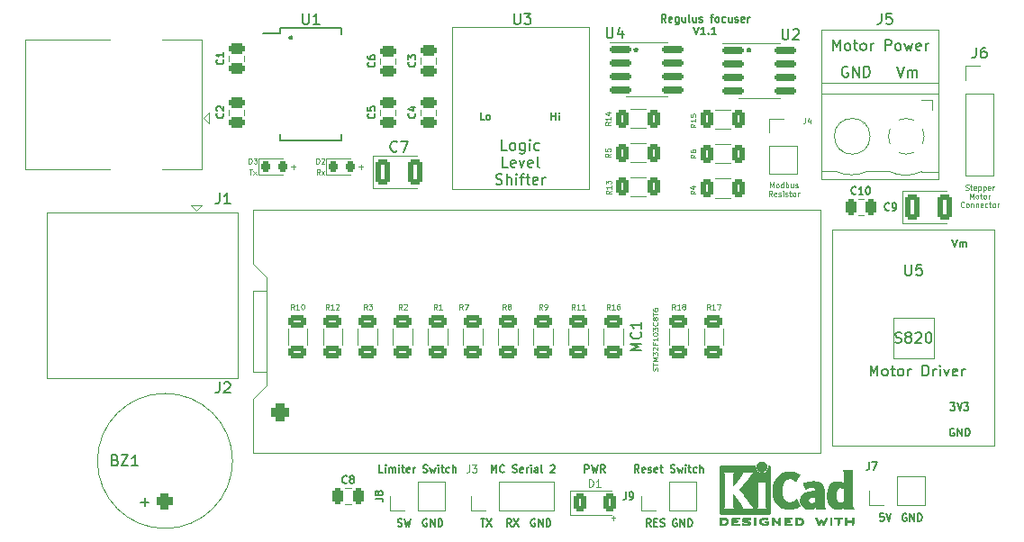
<source format=gto>
G04 #@! TF.GenerationSoftware,KiCad,Pcbnew,(6.0.6)*
G04 #@! TF.CreationDate,2022-07-11T11:59:08+03:00*
G04 #@! TF.ProjectId,RegulusFocuser-V1.1,52656775-6c75-4734-966f-63757365722d,rev?*
G04 #@! TF.SameCoordinates,Original*
G04 #@! TF.FileFunction,Legend,Top*
G04 #@! TF.FilePolarity,Positive*
%FSLAX46Y46*%
G04 Gerber Fmt 4.6, Leading zero omitted, Abs format (unit mm)*
G04 Created by KiCad (PCBNEW (6.0.6)) date 2022-07-11 11:59:08*
%MOMM*%
%LPD*%
G01*
G04 APERTURE LIST*
G04 Aperture macros list*
%AMRoundRect*
0 Rectangle with rounded corners*
0 $1 Rounding radius*
0 $2 $3 $4 $5 $6 $7 $8 $9 X,Y pos of 4 corners*
0 Add a 4 corners polygon primitive as box body*
4,1,4,$2,$3,$4,$5,$6,$7,$8,$9,$2,$3,0*
0 Add four circle primitives for the rounded corners*
1,1,$1+$1,$2,$3*
1,1,$1+$1,$4,$5*
1,1,$1+$1,$6,$7*
1,1,$1+$1,$8,$9*
0 Add four rect primitives between the rounded corners*
20,1,$1+$1,$2,$3,$4,$5,0*
20,1,$1+$1,$4,$5,$6,$7,0*
20,1,$1+$1,$6,$7,$8,$9,0*
20,1,$1+$1,$8,$9,$2,$3,0*%
G04 Aperture macros list end*
%ADD10C,0.100000*%
%ADD11C,0.150000*%
%ADD12C,0.125000*%
%ADD13C,0.120000*%
%ADD14C,0.010000*%
%ADD15RoundRect,0.250000X-0.412500X-0.925000X0.412500X-0.925000X0.412500X0.925000X-0.412500X0.925000X0*%
%ADD16RoundRect,0.425000X-0.425000X0.425000X-0.425000X-0.425000X0.425000X-0.425000X0.425000X0.425000X0*%
%ADD17C,1.700000*%
%ADD18C,1.524000*%
%ADD19RoundRect,0.250000X0.625000X-0.312500X0.625000X0.312500X-0.625000X0.312500X-0.625000X-0.312500X0*%
%ADD20C,5.600000*%
%ADD21RoundRect,0.250000X-0.475000X0.250000X-0.475000X-0.250000X0.475000X-0.250000X0.475000X0.250000X0*%
%ADD22RoundRect,0.250000X0.475000X-0.250000X0.475000X0.250000X-0.475000X0.250000X-0.475000X-0.250000X0*%
%ADD23RoundRect,0.250000X0.312500X0.625000X-0.312500X0.625000X-0.312500X-0.625000X0.312500X-0.625000X0*%
%ADD24RoundRect,0.218750X-0.218750X-0.256250X0.218750X-0.256250X0.218750X0.256250X-0.218750X0.256250X0*%
%ADD25RoundRect,0.250000X-0.375000X-0.625000X0.375000X-0.625000X0.375000X0.625000X-0.375000X0.625000X0*%
%ADD26R,1.600000X1.600000*%
%ADD27C,1.600000*%
%ADD28C,4.000000*%
%ADD29RoundRect,0.250000X-0.625000X0.312500X-0.625000X-0.312500X0.625000X-0.312500X0.625000X0.312500X0*%
%ADD30R,1.700000X1.700000*%
%ADD31O,1.700000X1.700000*%
%ADD32RoundRect,0.150000X-0.825000X-0.150000X0.825000X-0.150000X0.825000X0.150000X-0.825000X0.150000X0*%
%ADD33RoundRect,0.250000X-0.312500X-0.625000X0.312500X-0.625000X0.312500X0.625000X-0.312500X0.625000X0*%
%ADD34R,1.750000X0.450000*%
%ADD35C,3.200000*%
%ADD36R,1.500000X1.500000*%
%ADD37C,1.500000*%
%ADD38R,2.600000X2.600000*%
%ADD39C,2.600000*%
%ADD40RoundRect,0.250000X0.250000X0.475000X-0.250000X0.475000X-0.250000X-0.475000X0.250000X-0.475000X0*%
%ADD41RoundRect,0.381000X0.381000X0.381000X-0.381000X0.381000X-0.381000X-0.381000X0.381000X-0.381000X0*%
G04 APERTURE END LIST*
D10*
X163191190Y-82754690D02*
X163191190Y-82254690D01*
X163357857Y-82611833D01*
X163524523Y-82254690D01*
X163524523Y-82754690D01*
X163834047Y-82754690D02*
X163786428Y-82730880D01*
X163762619Y-82707071D01*
X163738809Y-82659452D01*
X163738809Y-82516595D01*
X163762619Y-82468976D01*
X163786428Y-82445166D01*
X163834047Y-82421357D01*
X163905476Y-82421357D01*
X163953095Y-82445166D01*
X163976904Y-82468976D01*
X164000714Y-82516595D01*
X164000714Y-82659452D01*
X163976904Y-82707071D01*
X163953095Y-82730880D01*
X163905476Y-82754690D01*
X163834047Y-82754690D01*
X164429285Y-82754690D02*
X164429285Y-82254690D01*
X164429285Y-82730880D02*
X164381666Y-82754690D01*
X164286428Y-82754690D01*
X164238809Y-82730880D01*
X164215000Y-82707071D01*
X164191190Y-82659452D01*
X164191190Y-82516595D01*
X164215000Y-82468976D01*
X164238809Y-82445166D01*
X164286428Y-82421357D01*
X164381666Y-82421357D01*
X164429285Y-82445166D01*
X164667380Y-82754690D02*
X164667380Y-82254690D01*
X164667380Y-82445166D02*
X164715000Y-82421357D01*
X164810238Y-82421357D01*
X164857857Y-82445166D01*
X164881666Y-82468976D01*
X164905476Y-82516595D01*
X164905476Y-82659452D01*
X164881666Y-82707071D01*
X164857857Y-82730880D01*
X164810238Y-82754690D01*
X164715000Y-82754690D01*
X164667380Y-82730880D01*
X165334047Y-82421357D02*
X165334047Y-82754690D01*
X165119761Y-82421357D02*
X165119761Y-82683261D01*
X165143571Y-82730880D01*
X165191190Y-82754690D01*
X165262619Y-82754690D01*
X165310238Y-82730880D01*
X165334047Y-82707071D01*
X165548333Y-82730880D02*
X165595952Y-82754690D01*
X165691190Y-82754690D01*
X165738809Y-82730880D01*
X165762619Y-82683261D01*
X165762619Y-82659452D01*
X165738809Y-82611833D01*
X165691190Y-82588023D01*
X165619761Y-82588023D01*
X165572142Y-82564214D01*
X165548333Y-82516595D01*
X165548333Y-82492785D01*
X165572142Y-82445166D01*
X165619761Y-82421357D01*
X165691190Y-82421357D01*
X165738809Y-82445166D01*
X163357857Y-83559690D02*
X163191190Y-83321595D01*
X163072142Y-83559690D02*
X163072142Y-83059690D01*
X163262619Y-83059690D01*
X163310238Y-83083500D01*
X163334047Y-83107309D01*
X163357857Y-83154928D01*
X163357857Y-83226357D01*
X163334047Y-83273976D01*
X163310238Y-83297785D01*
X163262619Y-83321595D01*
X163072142Y-83321595D01*
X163762619Y-83535880D02*
X163715000Y-83559690D01*
X163619761Y-83559690D01*
X163572142Y-83535880D01*
X163548333Y-83488261D01*
X163548333Y-83297785D01*
X163572142Y-83250166D01*
X163619761Y-83226357D01*
X163715000Y-83226357D01*
X163762619Y-83250166D01*
X163786428Y-83297785D01*
X163786428Y-83345404D01*
X163548333Y-83393023D01*
X163976904Y-83535880D02*
X164024523Y-83559690D01*
X164119761Y-83559690D01*
X164167380Y-83535880D01*
X164191190Y-83488261D01*
X164191190Y-83464452D01*
X164167380Y-83416833D01*
X164119761Y-83393023D01*
X164048333Y-83393023D01*
X164000714Y-83369214D01*
X163976904Y-83321595D01*
X163976904Y-83297785D01*
X164000714Y-83250166D01*
X164048333Y-83226357D01*
X164119761Y-83226357D01*
X164167380Y-83250166D01*
X164405476Y-83559690D02*
X164405476Y-83226357D01*
X164405476Y-83059690D02*
X164381666Y-83083500D01*
X164405476Y-83107309D01*
X164429285Y-83083500D01*
X164405476Y-83059690D01*
X164405476Y-83107309D01*
X164619761Y-83535880D02*
X164667380Y-83559690D01*
X164762619Y-83559690D01*
X164810238Y-83535880D01*
X164834047Y-83488261D01*
X164834047Y-83464452D01*
X164810238Y-83416833D01*
X164762619Y-83393023D01*
X164691190Y-83393023D01*
X164643571Y-83369214D01*
X164619761Y-83321595D01*
X164619761Y-83297785D01*
X164643571Y-83250166D01*
X164691190Y-83226357D01*
X164762619Y-83226357D01*
X164810238Y-83250166D01*
X164976904Y-83226357D02*
X165167380Y-83226357D01*
X165048333Y-83059690D02*
X165048333Y-83488261D01*
X165072142Y-83535880D01*
X165119761Y-83559690D01*
X165167380Y-83559690D01*
X165405476Y-83559690D02*
X165357857Y-83535880D01*
X165334047Y-83512071D01*
X165310238Y-83464452D01*
X165310238Y-83321595D01*
X165334047Y-83273976D01*
X165357857Y-83250166D01*
X165405476Y-83226357D01*
X165476904Y-83226357D01*
X165524523Y-83250166D01*
X165548333Y-83273976D01*
X165572142Y-83321595D01*
X165572142Y-83464452D01*
X165548333Y-83512071D01*
X165524523Y-83535880D01*
X165476904Y-83559690D01*
X165405476Y-83559690D01*
X165786428Y-83559690D02*
X165786428Y-83226357D01*
X165786428Y-83321595D02*
X165810238Y-83273976D01*
X165834047Y-83250166D01*
X165881666Y-83226357D01*
X165929285Y-83226357D01*
D11*
X135966266Y-113916666D02*
X136366266Y-113916666D01*
X136166266Y-114616666D02*
X136166266Y-113916666D01*
X136532933Y-113916666D02*
X136999600Y-114616666D01*
X136999600Y-113916666D02*
X136532933Y-114616666D01*
D10*
X120856380Y-81506190D02*
X120689714Y-81268095D01*
X120570666Y-81506190D02*
X120570666Y-81006190D01*
X120761142Y-81006190D01*
X120808761Y-81030000D01*
X120832571Y-81053809D01*
X120856380Y-81101428D01*
X120856380Y-81172857D01*
X120832571Y-81220476D01*
X120808761Y-81244285D01*
X120761142Y-81268095D01*
X120570666Y-81268095D01*
X121023047Y-81506190D02*
X121284952Y-81172857D01*
X121023047Y-81172857D02*
X121284952Y-81506190D01*
D12*
X148272523Y-113827714D02*
X148653476Y-113827714D01*
X148463000Y-114018190D02*
X148463000Y-113637238D01*
D11*
X150462861Y-69710990D02*
X150462861Y-69901466D01*
X150510480Y-69901466D02*
X150510480Y-69710990D01*
X150558100Y-69663371D02*
X150558100Y-69949085D01*
X150605719Y-69901466D02*
X150605719Y-69710990D01*
X150653338Y-69710990D02*
X150653338Y-69901466D01*
X150462861Y-69853847D02*
X150558100Y-69949085D01*
X150653338Y-69853847D01*
X150462861Y-69758609D02*
X150558100Y-69663371D01*
X150653338Y-69758609D01*
X150462861Y-69710990D02*
X150558100Y-69663371D01*
X150653338Y-69710990D01*
X150700957Y-69806228D01*
X150653338Y-69901466D01*
X150558100Y-69949085D01*
X150462861Y-69901466D01*
X150415242Y-69806228D01*
X150462861Y-69710990D01*
X130911666Y-113950000D02*
X130845000Y-113916666D01*
X130745000Y-113916666D01*
X130645000Y-113950000D01*
X130578333Y-114016666D01*
X130545000Y-114083333D01*
X130511666Y-114216666D01*
X130511666Y-114316666D01*
X130545000Y-114450000D01*
X130578333Y-114516666D01*
X130645000Y-114583333D01*
X130745000Y-114616666D01*
X130811666Y-114616666D01*
X130911666Y-114583333D01*
X130945000Y-114550000D01*
X130945000Y-114316666D01*
X130811666Y-114316666D01*
X131245000Y-114616666D02*
X131245000Y-113916666D01*
X131645000Y-114616666D01*
X131645000Y-113916666D01*
X131978333Y-114616666D02*
X131978333Y-113916666D01*
X132145000Y-113916666D01*
X132245000Y-113950000D01*
X132311666Y-114016666D01*
X132345000Y-114083333D01*
X132378333Y-114216666D01*
X132378333Y-114316666D01*
X132345000Y-114450000D01*
X132311666Y-114516666D01*
X132245000Y-114583333D01*
X132145000Y-114616666D01*
X131978333Y-114616666D01*
X170482000Y-71407400D02*
X170386761Y-71359780D01*
X170243904Y-71359780D01*
X170101047Y-71407400D01*
X170005809Y-71502638D01*
X169958190Y-71597876D01*
X169910571Y-71788352D01*
X169910571Y-71931209D01*
X169958190Y-72121685D01*
X170005809Y-72216923D01*
X170101047Y-72312161D01*
X170243904Y-72359780D01*
X170339142Y-72359780D01*
X170482000Y-72312161D01*
X170529619Y-72264542D01*
X170529619Y-71931209D01*
X170339142Y-71931209D01*
X170958190Y-72359780D02*
X170958190Y-71359780D01*
X171529619Y-72359780D01*
X171529619Y-71359780D01*
X172005809Y-72359780D02*
X172005809Y-71359780D01*
X172243904Y-71359780D01*
X172386761Y-71407400D01*
X172482000Y-71502638D01*
X172529619Y-71597876D01*
X172577238Y-71788352D01*
X172577238Y-71931209D01*
X172529619Y-72121685D01*
X172482000Y-72216923D01*
X172386761Y-72312161D01*
X172243904Y-72359780D01*
X172005809Y-72359780D01*
X175148666Y-71359780D02*
X175482000Y-72359780D01*
X175815333Y-71359780D01*
X176148666Y-72359780D02*
X176148666Y-71693114D01*
X176148666Y-71788352D02*
X176196285Y-71740733D01*
X176291523Y-71693114D01*
X176434380Y-71693114D01*
X176529619Y-71740733D01*
X176577238Y-71835971D01*
X176577238Y-72359780D01*
X176577238Y-71835971D02*
X176624857Y-71740733D01*
X176720095Y-71693114D01*
X176862952Y-71693114D01*
X176958190Y-71740733D01*
X177005809Y-71835971D01*
X177005809Y-72359780D01*
X138438095Y-79233380D02*
X137961904Y-79233380D01*
X137961904Y-78233380D01*
X138914285Y-79233380D02*
X138819047Y-79185761D01*
X138771428Y-79138142D01*
X138723809Y-79042904D01*
X138723809Y-78757190D01*
X138771428Y-78661952D01*
X138819047Y-78614333D01*
X138914285Y-78566714D01*
X139057142Y-78566714D01*
X139152380Y-78614333D01*
X139200000Y-78661952D01*
X139247619Y-78757190D01*
X139247619Y-79042904D01*
X139200000Y-79138142D01*
X139152380Y-79185761D01*
X139057142Y-79233380D01*
X138914285Y-79233380D01*
X140104761Y-78566714D02*
X140104761Y-79376238D01*
X140057142Y-79471476D01*
X140009523Y-79519095D01*
X139914285Y-79566714D01*
X139771428Y-79566714D01*
X139676190Y-79519095D01*
X140104761Y-79185761D02*
X140009523Y-79233380D01*
X139819047Y-79233380D01*
X139723809Y-79185761D01*
X139676190Y-79138142D01*
X139628571Y-79042904D01*
X139628571Y-78757190D01*
X139676190Y-78661952D01*
X139723809Y-78614333D01*
X139819047Y-78566714D01*
X140009523Y-78566714D01*
X140104761Y-78614333D01*
X140580952Y-79233380D02*
X140580952Y-78566714D01*
X140580952Y-78233380D02*
X140533333Y-78281000D01*
X140580952Y-78328619D01*
X140628571Y-78281000D01*
X140580952Y-78233380D01*
X140580952Y-78328619D01*
X141485714Y-79185761D02*
X141390476Y-79233380D01*
X141200000Y-79233380D01*
X141104761Y-79185761D01*
X141057142Y-79138142D01*
X141009523Y-79042904D01*
X141009523Y-78757190D01*
X141057142Y-78661952D01*
X141104761Y-78614333D01*
X141200000Y-78566714D01*
X141390476Y-78566714D01*
X141485714Y-78614333D01*
X138509523Y-80843380D02*
X138033333Y-80843380D01*
X138033333Y-79843380D01*
X139223809Y-80795761D02*
X139128571Y-80843380D01*
X138938095Y-80843380D01*
X138842857Y-80795761D01*
X138795238Y-80700523D01*
X138795238Y-80319571D01*
X138842857Y-80224333D01*
X138938095Y-80176714D01*
X139128571Y-80176714D01*
X139223809Y-80224333D01*
X139271428Y-80319571D01*
X139271428Y-80414809D01*
X138795238Y-80510047D01*
X139604761Y-80176714D02*
X139842857Y-80843380D01*
X140080952Y-80176714D01*
X140842857Y-80795761D02*
X140747619Y-80843380D01*
X140557142Y-80843380D01*
X140461904Y-80795761D01*
X140414285Y-80700523D01*
X140414285Y-80319571D01*
X140461904Y-80224333D01*
X140557142Y-80176714D01*
X140747619Y-80176714D01*
X140842857Y-80224333D01*
X140890476Y-80319571D01*
X140890476Y-80414809D01*
X140414285Y-80510047D01*
X141461904Y-80843380D02*
X141366666Y-80795761D01*
X141319047Y-80700523D01*
X141319047Y-79843380D01*
X137414285Y-82405761D02*
X137557142Y-82453380D01*
X137795238Y-82453380D01*
X137890476Y-82405761D01*
X137938095Y-82358142D01*
X137985714Y-82262904D01*
X137985714Y-82167666D01*
X137938095Y-82072428D01*
X137890476Y-82024809D01*
X137795238Y-81977190D01*
X137604761Y-81929571D01*
X137509523Y-81881952D01*
X137461904Y-81834333D01*
X137414285Y-81739095D01*
X137414285Y-81643857D01*
X137461904Y-81548619D01*
X137509523Y-81501000D01*
X137604761Y-81453380D01*
X137842857Y-81453380D01*
X137985714Y-81501000D01*
X138414285Y-82453380D02*
X138414285Y-81453380D01*
X138842857Y-82453380D02*
X138842857Y-81929571D01*
X138795238Y-81834333D01*
X138700000Y-81786714D01*
X138557142Y-81786714D01*
X138461904Y-81834333D01*
X138414285Y-81881952D01*
X139319047Y-82453380D02*
X139319047Y-81786714D01*
X139319047Y-81453380D02*
X139271428Y-81501000D01*
X139319047Y-81548619D01*
X139366666Y-81501000D01*
X139319047Y-81453380D01*
X139319047Y-81548619D01*
X139652380Y-81786714D02*
X140033333Y-81786714D01*
X139795238Y-82453380D02*
X139795238Y-81596238D01*
X139842857Y-81501000D01*
X139938095Y-81453380D01*
X140033333Y-81453380D01*
X140223809Y-81786714D02*
X140604761Y-81786714D01*
X140366666Y-81453380D02*
X140366666Y-82310523D01*
X140414285Y-82405761D01*
X140509523Y-82453380D01*
X140604761Y-82453380D01*
X141319047Y-82405761D02*
X141223809Y-82453380D01*
X141033333Y-82453380D01*
X140938095Y-82405761D01*
X140890476Y-82310523D01*
X140890476Y-81929571D01*
X140938095Y-81834333D01*
X141033333Y-81786714D01*
X141223809Y-81786714D01*
X141319047Y-81834333D01*
X141366666Y-81929571D01*
X141366666Y-82024809D01*
X140890476Y-82120047D01*
X141795238Y-82453380D02*
X141795238Y-81786714D01*
X141795238Y-81977190D02*
X141842857Y-81881952D01*
X141890476Y-81834333D01*
X141985714Y-81786714D01*
X142080952Y-81786714D01*
X169104228Y-69842362D02*
X169104228Y-68842362D01*
X169437561Y-69556648D01*
X169770895Y-68842362D01*
X169770895Y-69842362D01*
X170389942Y-69842362D02*
X170294704Y-69794743D01*
X170247085Y-69747124D01*
X170199466Y-69651886D01*
X170199466Y-69366172D01*
X170247085Y-69270934D01*
X170294704Y-69223315D01*
X170389942Y-69175696D01*
X170532800Y-69175696D01*
X170628038Y-69223315D01*
X170675657Y-69270934D01*
X170723276Y-69366172D01*
X170723276Y-69651886D01*
X170675657Y-69747124D01*
X170628038Y-69794743D01*
X170532800Y-69842362D01*
X170389942Y-69842362D01*
X171008990Y-69175696D02*
X171389942Y-69175696D01*
X171151847Y-68842362D02*
X171151847Y-69699505D01*
X171199466Y-69794743D01*
X171294704Y-69842362D01*
X171389942Y-69842362D01*
X171866133Y-69842362D02*
X171770895Y-69794743D01*
X171723276Y-69747124D01*
X171675657Y-69651886D01*
X171675657Y-69366172D01*
X171723276Y-69270934D01*
X171770895Y-69223315D01*
X171866133Y-69175696D01*
X172008990Y-69175696D01*
X172104228Y-69223315D01*
X172151847Y-69270934D01*
X172199466Y-69366172D01*
X172199466Y-69651886D01*
X172151847Y-69747124D01*
X172104228Y-69794743D01*
X172008990Y-69842362D01*
X171866133Y-69842362D01*
X172628038Y-69842362D02*
X172628038Y-69175696D01*
X172628038Y-69366172D02*
X172675657Y-69270934D01*
X172723276Y-69223315D01*
X172818514Y-69175696D01*
X172913752Y-69175696D01*
X174008990Y-69842362D02*
X174008990Y-68842362D01*
X174389942Y-68842362D01*
X174485180Y-68889982D01*
X174532800Y-68937601D01*
X174580419Y-69032839D01*
X174580419Y-69175696D01*
X174532800Y-69270934D01*
X174485180Y-69318553D01*
X174389942Y-69366172D01*
X174008990Y-69366172D01*
X175151847Y-69842362D02*
X175056609Y-69794743D01*
X175008990Y-69747124D01*
X174961371Y-69651886D01*
X174961371Y-69366172D01*
X175008990Y-69270934D01*
X175056609Y-69223315D01*
X175151847Y-69175696D01*
X175294704Y-69175696D01*
X175389942Y-69223315D01*
X175437561Y-69270934D01*
X175485180Y-69366172D01*
X175485180Y-69651886D01*
X175437561Y-69747124D01*
X175389942Y-69794743D01*
X175294704Y-69842362D01*
X175151847Y-69842362D01*
X175818514Y-69175696D02*
X176008990Y-69842362D01*
X176199466Y-69366172D01*
X176389942Y-69842362D01*
X176580419Y-69175696D01*
X177342323Y-69794743D02*
X177247085Y-69842362D01*
X177056609Y-69842362D01*
X176961371Y-69794743D01*
X176913752Y-69699505D01*
X176913752Y-69318553D01*
X176961371Y-69223315D01*
X177056609Y-69175696D01*
X177247085Y-69175696D01*
X177342323Y-69223315D01*
X177389942Y-69318553D01*
X177389942Y-69413791D01*
X176913752Y-69509029D01*
X177818514Y-69842362D02*
X177818514Y-69175696D01*
X177818514Y-69366172D02*
X177866133Y-69270934D01*
X177913752Y-69223315D01*
X178008990Y-69175696D01*
X178104228Y-69175696D01*
D10*
X181558571Y-82963380D02*
X181630000Y-82987190D01*
X181749047Y-82987190D01*
X181796666Y-82963380D01*
X181820476Y-82939571D01*
X181844285Y-82891952D01*
X181844285Y-82844333D01*
X181820476Y-82796714D01*
X181796666Y-82772904D01*
X181749047Y-82749095D01*
X181653809Y-82725285D01*
X181606190Y-82701476D01*
X181582380Y-82677666D01*
X181558571Y-82630047D01*
X181558571Y-82582428D01*
X181582380Y-82534809D01*
X181606190Y-82511000D01*
X181653809Y-82487190D01*
X181772857Y-82487190D01*
X181844285Y-82511000D01*
X181987142Y-82653857D02*
X182177619Y-82653857D01*
X182058571Y-82487190D02*
X182058571Y-82915761D01*
X182082380Y-82963380D01*
X182130000Y-82987190D01*
X182177619Y-82987190D01*
X182534761Y-82963380D02*
X182487142Y-82987190D01*
X182391904Y-82987190D01*
X182344285Y-82963380D01*
X182320476Y-82915761D01*
X182320476Y-82725285D01*
X182344285Y-82677666D01*
X182391904Y-82653857D01*
X182487142Y-82653857D01*
X182534761Y-82677666D01*
X182558571Y-82725285D01*
X182558571Y-82772904D01*
X182320476Y-82820523D01*
X182772857Y-82653857D02*
X182772857Y-83153857D01*
X182772857Y-82677666D02*
X182820476Y-82653857D01*
X182915714Y-82653857D01*
X182963333Y-82677666D01*
X182987142Y-82701476D01*
X183010952Y-82749095D01*
X183010952Y-82891952D01*
X182987142Y-82939571D01*
X182963333Y-82963380D01*
X182915714Y-82987190D01*
X182820476Y-82987190D01*
X182772857Y-82963380D01*
X183225238Y-82653857D02*
X183225238Y-83153857D01*
X183225238Y-82677666D02*
X183272857Y-82653857D01*
X183368095Y-82653857D01*
X183415714Y-82677666D01*
X183439523Y-82701476D01*
X183463333Y-82749095D01*
X183463333Y-82891952D01*
X183439523Y-82939571D01*
X183415714Y-82963380D01*
X183368095Y-82987190D01*
X183272857Y-82987190D01*
X183225238Y-82963380D01*
X183868095Y-82963380D02*
X183820476Y-82987190D01*
X183725238Y-82987190D01*
X183677619Y-82963380D01*
X183653809Y-82915761D01*
X183653809Y-82725285D01*
X183677619Y-82677666D01*
X183725238Y-82653857D01*
X183820476Y-82653857D01*
X183868095Y-82677666D01*
X183891904Y-82725285D01*
X183891904Y-82772904D01*
X183653809Y-82820523D01*
X184106190Y-82987190D02*
X184106190Y-82653857D01*
X184106190Y-82749095D02*
X184130000Y-82701476D01*
X184153809Y-82677666D01*
X184201428Y-82653857D01*
X184249047Y-82653857D01*
X181963333Y-83792190D02*
X181963333Y-83292190D01*
X182130000Y-83649333D01*
X182296666Y-83292190D01*
X182296666Y-83792190D01*
X182606190Y-83792190D02*
X182558571Y-83768380D01*
X182534761Y-83744571D01*
X182510952Y-83696952D01*
X182510952Y-83554095D01*
X182534761Y-83506476D01*
X182558571Y-83482666D01*
X182606190Y-83458857D01*
X182677619Y-83458857D01*
X182725238Y-83482666D01*
X182749047Y-83506476D01*
X182772857Y-83554095D01*
X182772857Y-83696952D01*
X182749047Y-83744571D01*
X182725238Y-83768380D01*
X182677619Y-83792190D01*
X182606190Y-83792190D01*
X182915714Y-83458857D02*
X183106190Y-83458857D01*
X182987142Y-83292190D02*
X182987142Y-83720761D01*
X183010952Y-83768380D01*
X183058571Y-83792190D01*
X183106190Y-83792190D01*
X183344285Y-83792190D02*
X183296666Y-83768380D01*
X183272857Y-83744571D01*
X183249047Y-83696952D01*
X183249047Y-83554095D01*
X183272857Y-83506476D01*
X183296666Y-83482666D01*
X183344285Y-83458857D01*
X183415714Y-83458857D01*
X183463333Y-83482666D01*
X183487142Y-83506476D01*
X183510952Y-83554095D01*
X183510952Y-83696952D01*
X183487142Y-83744571D01*
X183463333Y-83768380D01*
X183415714Y-83792190D01*
X183344285Y-83792190D01*
X183725238Y-83792190D02*
X183725238Y-83458857D01*
X183725238Y-83554095D02*
X183749047Y-83506476D01*
X183772857Y-83482666D01*
X183820476Y-83458857D01*
X183868095Y-83458857D01*
X181403809Y-84549571D02*
X181380000Y-84573380D01*
X181308571Y-84597190D01*
X181260952Y-84597190D01*
X181189523Y-84573380D01*
X181141904Y-84525761D01*
X181118095Y-84478142D01*
X181094285Y-84382904D01*
X181094285Y-84311476D01*
X181118095Y-84216238D01*
X181141904Y-84168619D01*
X181189523Y-84121000D01*
X181260952Y-84097190D01*
X181308571Y-84097190D01*
X181380000Y-84121000D01*
X181403809Y-84144809D01*
X181689523Y-84597190D02*
X181641904Y-84573380D01*
X181618095Y-84549571D01*
X181594285Y-84501952D01*
X181594285Y-84359095D01*
X181618095Y-84311476D01*
X181641904Y-84287666D01*
X181689523Y-84263857D01*
X181760952Y-84263857D01*
X181808571Y-84287666D01*
X181832380Y-84311476D01*
X181856190Y-84359095D01*
X181856190Y-84501952D01*
X181832380Y-84549571D01*
X181808571Y-84573380D01*
X181760952Y-84597190D01*
X181689523Y-84597190D01*
X182070476Y-84263857D02*
X182070476Y-84597190D01*
X182070476Y-84311476D02*
X182094285Y-84287666D01*
X182141904Y-84263857D01*
X182213333Y-84263857D01*
X182260952Y-84287666D01*
X182284761Y-84335285D01*
X182284761Y-84597190D01*
X182522857Y-84263857D02*
X182522857Y-84597190D01*
X182522857Y-84311476D02*
X182546666Y-84287666D01*
X182594285Y-84263857D01*
X182665714Y-84263857D01*
X182713333Y-84287666D01*
X182737142Y-84335285D01*
X182737142Y-84597190D01*
X183165714Y-84573380D02*
X183118095Y-84597190D01*
X183022857Y-84597190D01*
X182975238Y-84573380D01*
X182951428Y-84525761D01*
X182951428Y-84335285D01*
X182975238Y-84287666D01*
X183022857Y-84263857D01*
X183118095Y-84263857D01*
X183165714Y-84287666D01*
X183189523Y-84335285D01*
X183189523Y-84382904D01*
X182951428Y-84430523D01*
X183618095Y-84573380D02*
X183570476Y-84597190D01*
X183475238Y-84597190D01*
X183427619Y-84573380D01*
X183403809Y-84549571D01*
X183380000Y-84501952D01*
X183380000Y-84359095D01*
X183403809Y-84311476D01*
X183427619Y-84287666D01*
X183475238Y-84263857D01*
X183570476Y-84263857D01*
X183618095Y-84287666D01*
X183760952Y-84263857D02*
X183951428Y-84263857D01*
X183832380Y-84097190D02*
X183832380Y-84525761D01*
X183856190Y-84573380D01*
X183903809Y-84597190D01*
X183951428Y-84597190D01*
X184189523Y-84597190D02*
X184141904Y-84573380D01*
X184118095Y-84549571D01*
X184094285Y-84501952D01*
X184094285Y-84359095D01*
X184118095Y-84311476D01*
X184141904Y-84287666D01*
X184189523Y-84263857D01*
X184260952Y-84263857D01*
X184308571Y-84287666D01*
X184332380Y-84311476D01*
X184356190Y-84359095D01*
X184356190Y-84501952D01*
X184332380Y-84549571D01*
X184308571Y-84573380D01*
X184260952Y-84597190D01*
X184189523Y-84597190D01*
X184570476Y-84597190D02*
X184570476Y-84263857D01*
X184570476Y-84359095D02*
X184594285Y-84311476D01*
X184618095Y-84287666D01*
X184665714Y-84263857D01*
X184713333Y-84263857D01*
D11*
X175996666Y-113442000D02*
X175930000Y-113408666D01*
X175830000Y-113408666D01*
X175730000Y-113442000D01*
X175663333Y-113508666D01*
X175630000Y-113575333D01*
X175596666Y-113708666D01*
X175596666Y-113808666D01*
X175630000Y-113942000D01*
X175663333Y-114008666D01*
X175730000Y-114075333D01*
X175830000Y-114108666D01*
X175896666Y-114108666D01*
X175996666Y-114075333D01*
X176030000Y-114042000D01*
X176030000Y-113808666D01*
X175896666Y-113808666D01*
X176330000Y-114108666D02*
X176330000Y-113408666D01*
X176730000Y-114108666D01*
X176730000Y-113408666D01*
X177063333Y-114108666D02*
X177063333Y-113408666D01*
X177230000Y-113408666D01*
X177330000Y-113442000D01*
X177396666Y-113508666D01*
X177430000Y-113575333D01*
X177463333Y-113708666D01*
X177463333Y-113808666D01*
X177430000Y-113942000D01*
X177396666Y-114008666D01*
X177330000Y-114075333D01*
X177230000Y-114108666D01*
X177063333Y-114108666D01*
D12*
X118173523Y-80807714D02*
X118554476Y-80807714D01*
X118364000Y-80998190D02*
X118364000Y-80617238D01*
D11*
X180133333Y-102994666D02*
X180566666Y-102994666D01*
X180333333Y-103261333D01*
X180433333Y-103261333D01*
X180500000Y-103294666D01*
X180533333Y-103328000D01*
X180566666Y-103394666D01*
X180566666Y-103561333D01*
X180533333Y-103628000D01*
X180500000Y-103661333D01*
X180433333Y-103694666D01*
X180233333Y-103694666D01*
X180166666Y-103661333D01*
X180133333Y-103628000D01*
X180766666Y-102994666D02*
X181000000Y-103694666D01*
X181233333Y-102994666D01*
X181400000Y-102994666D02*
X181833333Y-102994666D01*
X181600000Y-103261333D01*
X181700000Y-103261333D01*
X181766666Y-103294666D01*
X181800000Y-103328000D01*
X181833333Y-103394666D01*
X181833333Y-103561333D01*
X181800000Y-103628000D01*
X181766666Y-103661333D01*
X181700000Y-103694666D01*
X181500000Y-103694666D01*
X181433333Y-103661333D01*
X181400000Y-103628000D01*
D12*
X124523523Y-80807714D02*
X124904476Y-80807714D01*
X124714000Y-80998190D02*
X124714000Y-80617238D01*
D11*
X142635333Y-76389666D02*
X142635333Y-75689666D01*
X142635333Y-76023000D02*
X143035333Y-76023000D01*
X143035333Y-76389666D02*
X143035333Y-75689666D01*
X143368666Y-76389666D02*
X143368666Y-75923000D01*
X143368666Y-75689666D02*
X143335333Y-75723000D01*
X143368666Y-75756333D01*
X143402000Y-75723000D01*
X143368666Y-75689666D01*
X143368666Y-75756333D01*
X151966666Y-114616666D02*
X151733333Y-114283333D01*
X151566666Y-114616666D02*
X151566666Y-113916666D01*
X151833333Y-113916666D01*
X151900000Y-113950000D01*
X151933333Y-113983333D01*
X151966666Y-114050000D01*
X151966666Y-114150000D01*
X151933333Y-114216666D01*
X151900000Y-114250000D01*
X151833333Y-114283333D01*
X151566666Y-114283333D01*
X152266666Y-114250000D02*
X152500000Y-114250000D01*
X152600000Y-114616666D02*
X152266666Y-114616666D01*
X152266666Y-113916666D01*
X152600000Y-113916666D01*
X152866666Y-114583333D02*
X152966666Y-114616666D01*
X153133333Y-114616666D01*
X153200000Y-114583333D01*
X153233333Y-114550000D01*
X153266666Y-114483333D01*
X153266666Y-114416666D01*
X153233333Y-114350000D01*
X153200000Y-114316666D01*
X153133333Y-114283333D01*
X153000000Y-114250000D01*
X152933333Y-114216666D01*
X152900000Y-114183333D01*
X152866666Y-114116666D01*
X152866666Y-114050000D01*
X152900000Y-113983333D01*
X152933333Y-113950000D01*
X153000000Y-113916666D01*
X153166666Y-113916666D01*
X153266666Y-113950000D01*
X126798000Y-109536666D02*
X126464666Y-109536666D01*
X126464666Y-108836666D01*
X127031333Y-109536666D02*
X127031333Y-109070000D01*
X127031333Y-108836666D02*
X126998000Y-108870000D01*
X127031333Y-108903333D01*
X127064666Y-108870000D01*
X127031333Y-108836666D01*
X127031333Y-108903333D01*
X127364666Y-109536666D02*
X127364666Y-109070000D01*
X127364666Y-109136666D02*
X127398000Y-109103333D01*
X127464666Y-109070000D01*
X127564666Y-109070000D01*
X127631333Y-109103333D01*
X127664666Y-109170000D01*
X127664666Y-109536666D01*
X127664666Y-109170000D02*
X127698000Y-109103333D01*
X127764666Y-109070000D01*
X127864666Y-109070000D01*
X127931333Y-109103333D01*
X127964666Y-109170000D01*
X127964666Y-109536666D01*
X128298000Y-109536666D02*
X128298000Y-109070000D01*
X128298000Y-108836666D02*
X128264666Y-108870000D01*
X128298000Y-108903333D01*
X128331333Y-108870000D01*
X128298000Y-108836666D01*
X128298000Y-108903333D01*
X128531333Y-109070000D02*
X128798000Y-109070000D01*
X128631333Y-108836666D02*
X128631333Y-109436666D01*
X128664666Y-109503333D01*
X128731333Y-109536666D01*
X128798000Y-109536666D01*
X129298000Y-109503333D02*
X129231333Y-109536666D01*
X129098000Y-109536666D01*
X129031333Y-109503333D01*
X128998000Y-109436666D01*
X128998000Y-109170000D01*
X129031333Y-109103333D01*
X129098000Y-109070000D01*
X129231333Y-109070000D01*
X129298000Y-109103333D01*
X129331333Y-109170000D01*
X129331333Y-109236666D01*
X128998000Y-109303333D01*
X129631333Y-109536666D02*
X129631333Y-109070000D01*
X129631333Y-109203333D02*
X129664666Y-109136666D01*
X129698000Y-109103333D01*
X129764666Y-109070000D01*
X129831333Y-109070000D01*
X130564666Y-109503333D02*
X130664666Y-109536666D01*
X130831333Y-109536666D01*
X130898000Y-109503333D01*
X130931333Y-109470000D01*
X130964666Y-109403333D01*
X130964666Y-109336666D01*
X130931333Y-109270000D01*
X130898000Y-109236666D01*
X130831333Y-109203333D01*
X130698000Y-109170000D01*
X130631333Y-109136666D01*
X130598000Y-109103333D01*
X130564666Y-109036666D01*
X130564666Y-108970000D01*
X130598000Y-108903333D01*
X130631333Y-108870000D01*
X130698000Y-108836666D01*
X130864666Y-108836666D01*
X130964666Y-108870000D01*
X131198000Y-109070000D02*
X131331333Y-109536666D01*
X131464666Y-109203333D01*
X131598000Y-109536666D01*
X131731333Y-109070000D01*
X131998000Y-109536666D02*
X131998000Y-109070000D01*
X131998000Y-108836666D02*
X131964666Y-108870000D01*
X131998000Y-108903333D01*
X132031333Y-108870000D01*
X131998000Y-108836666D01*
X131998000Y-108903333D01*
X132231333Y-109070000D02*
X132498000Y-109070000D01*
X132331333Y-108836666D02*
X132331333Y-109436666D01*
X132364666Y-109503333D01*
X132431333Y-109536666D01*
X132498000Y-109536666D01*
X133031333Y-109503333D02*
X132964666Y-109536666D01*
X132831333Y-109536666D01*
X132764666Y-109503333D01*
X132731333Y-109470000D01*
X132698000Y-109403333D01*
X132698000Y-109203333D01*
X132731333Y-109136666D01*
X132764666Y-109103333D01*
X132831333Y-109070000D01*
X132964666Y-109070000D01*
X133031333Y-109103333D01*
X133331333Y-109536666D02*
X133331333Y-108836666D01*
X133631333Y-109536666D02*
X133631333Y-109170000D01*
X133598000Y-109103333D01*
X133531333Y-109070000D01*
X133431333Y-109070000D01*
X133364666Y-109103333D01*
X133331333Y-109136666D01*
X118014761Y-68556190D02*
X118014761Y-68746666D01*
X118062380Y-68746666D02*
X118062380Y-68556190D01*
X118110000Y-68508571D02*
X118110000Y-68794285D01*
X118157619Y-68746666D02*
X118157619Y-68556190D01*
X118205238Y-68556190D02*
X118205238Y-68746666D01*
X118014761Y-68699047D02*
X118110000Y-68794285D01*
X118205238Y-68699047D01*
X118014761Y-68603809D02*
X118110000Y-68508571D01*
X118205238Y-68603809D01*
X118014761Y-68556190D02*
X118110000Y-68508571D01*
X118205238Y-68556190D01*
X118252857Y-68651428D01*
X118205238Y-68746666D01*
X118110000Y-68794285D01*
X118014761Y-68746666D01*
X117967142Y-68651428D01*
X118014761Y-68556190D01*
X180300000Y-87616666D02*
X180533333Y-88316666D01*
X180766666Y-87616666D01*
X181000000Y-88316666D02*
X181000000Y-87850000D01*
X181000000Y-87916666D02*
X181033333Y-87883333D01*
X181100000Y-87850000D01*
X181200000Y-87850000D01*
X181266666Y-87883333D01*
X181300000Y-87950000D01*
X181300000Y-88316666D01*
X181300000Y-87950000D02*
X181333333Y-87883333D01*
X181400000Y-87850000D01*
X181500000Y-87850000D01*
X181566666Y-87883333D01*
X181600000Y-87950000D01*
X181600000Y-88316666D01*
X154406666Y-113950000D02*
X154340000Y-113916666D01*
X154240000Y-113916666D01*
X154140000Y-113950000D01*
X154073333Y-114016666D01*
X154040000Y-114083333D01*
X154006666Y-114216666D01*
X154006666Y-114316666D01*
X154040000Y-114450000D01*
X154073333Y-114516666D01*
X154140000Y-114583333D01*
X154240000Y-114616666D01*
X154306666Y-114616666D01*
X154406666Y-114583333D01*
X154440000Y-114550000D01*
X154440000Y-114316666D01*
X154306666Y-114316666D01*
X154740000Y-114616666D02*
X154740000Y-113916666D01*
X155140000Y-114616666D01*
X155140000Y-113916666D01*
X155473333Y-114616666D02*
X155473333Y-113916666D01*
X155640000Y-113916666D01*
X155740000Y-113950000D01*
X155806666Y-114016666D01*
X155840000Y-114083333D01*
X155873333Y-114216666D01*
X155873333Y-114316666D01*
X155840000Y-114450000D01*
X155806666Y-114516666D01*
X155740000Y-114583333D01*
X155640000Y-114616666D01*
X155473333Y-114616666D01*
X138846733Y-114616666D02*
X138613400Y-114283333D01*
X138446733Y-114616666D02*
X138446733Y-113916666D01*
X138713400Y-113916666D01*
X138780066Y-113950000D01*
X138813400Y-113983333D01*
X138846733Y-114050000D01*
X138846733Y-114150000D01*
X138813400Y-114216666D01*
X138780066Y-114250000D01*
X138713400Y-114283333D01*
X138446733Y-114283333D01*
X139080066Y-113916666D02*
X139546733Y-114616666D01*
X139546733Y-113916666D02*
X139080066Y-114616666D01*
X145751666Y-109536666D02*
X145751666Y-108836666D01*
X146018333Y-108836666D01*
X146085000Y-108870000D01*
X146118333Y-108903333D01*
X146151666Y-108970000D01*
X146151666Y-109070000D01*
X146118333Y-109136666D01*
X146085000Y-109170000D01*
X146018333Y-109203333D01*
X145751666Y-109203333D01*
X146385000Y-108836666D02*
X146551666Y-109536666D01*
X146685000Y-109036666D01*
X146818333Y-109536666D01*
X146985000Y-108836666D01*
X147651666Y-109536666D02*
X147418333Y-109203333D01*
X147251666Y-109536666D02*
X147251666Y-108836666D01*
X147518333Y-108836666D01*
X147585000Y-108870000D01*
X147618333Y-108903333D01*
X147651666Y-108970000D01*
X147651666Y-109070000D01*
X147618333Y-109136666D01*
X147585000Y-109170000D01*
X147518333Y-109203333D01*
X147251666Y-109203333D01*
X150853333Y-109536666D02*
X150620000Y-109203333D01*
X150453333Y-109536666D02*
X150453333Y-108836666D01*
X150720000Y-108836666D01*
X150786666Y-108870000D01*
X150820000Y-108903333D01*
X150853333Y-108970000D01*
X150853333Y-109070000D01*
X150820000Y-109136666D01*
X150786666Y-109170000D01*
X150720000Y-109203333D01*
X150453333Y-109203333D01*
X151420000Y-109503333D02*
X151353333Y-109536666D01*
X151220000Y-109536666D01*
X151153333Y-109503333D01*
X151120000Y-109436666D01*
X151120000Y-109170000D01*
X151153333Y-109103333D01*
X151220000Y-109070000D01*
X151353333Y-109070000D01*
X151420000Y-109103333D01*
X151453333Y-109170000D01*
X151453333Y-109236666D01*
X151120000Y-109303333D01*
X151720000Y-109503333D02*
X151786666Y-109536666D01*
X151920000Y-109536666D01*
X151986666Y-109503333D01*
X152020000Y-109436666D01*
X152020000Y-109403333D01*
X151986666Y-109336666D01*
X151920000Y-109303333D01*
X151820000Y-109303333D01*
X151753333Y-109270000D01*
X151720000Y-109203333D01*
X151720000Y-109170000D01*
X151753333Y-109103333D01*
X151820000Y-109070000D01*
X151920000Y-109070000D01*
X151986666Y-109103333D01*
X152586666Y-109503333D02*
X152520000Y-109536666D01*
X152386666Y-109536666D01*
X152320000Y-109503333D01*
X152286666Y-109436666D01*
X152286666Y-109170000D01*
X152320000Y-109103333D01*
X152386666Y-109070000D01*
X152520000Y-109070000D01*
X152586666Y-109103333D01*
X152620000Y-109170000D01*
X152620000Y-109236666D01*
X152286666Y-109303333D01*
X152820000Y-109070000D02*
X153086666Y-109070000D01*
X152920000Y-108836666D02*
X152920000Y-109436666D01*
X152953333Y-109503333D01*
X153020000Y-109536666D01*
X153086666Y-109536666D01*
X153820000Y-109503333D02*
X153920000Y-109536666D01*
X154086666Y-109536666D01*
X154153333Y-109503333D01*
X154186666Y-109470000D01*
X154220000Y-109403333D01*
X154220000Y-109336666D01*
X154186666Y-109270000D01*
X154153333Y-109236666D01*
X154086666Y-109203333D01*
X153953333Y-109170000D01*
X153886666Y-109136666D01*
X153853333Y-109103333D01*
X153820000Y-109036666D01*
X153820000Y-108970000D01*
X153853333Y-108903333D01*
X153886666Y-108870000D01*
X153953333Y-108836666D01*
X154120000Y-108836666D01*
X154220000Y-108870000D01*
X154453333Y-109070000D02*
X154586666Y-109536666D01*
X154720000Y-109203333D01*
X154853333Y-109536666D01*
X154986666Y-109070000D01*
X155253333Y-109536666D02*
X155253333Y-109070000D01*
X155253333Y-108836666D02*
X155220000Y-108870000D01*
X155253333Y-108903333D01*
X155286666Y-108870000D01*
X155253333Y-108836666D01*
X155253333Y-108903333D01*
X155486666Y-109070000D02*
X155753333Y-109070000D01*
X155586666Y-108836666D02*
X155586666Y-109436666D01*
X155620000Y-109503333D01*
X155686666Y-109536666D01*
X155753333Y-109536666D01*
X156286666Y-109503333D02*
X156220000Y-109536666D01*
X156086666Y-109536666D01*
X156020000Y-109503333D01*
X155986666Y-109470000D01*
X155953333Y-109403333D01*
X155953333Y-109203333D01*
X155986666Y-109136666D01*
X156020000Y-109103333D01*
X156086666Y-109070000D01*
X156220000Y-109070000D01*
X156286666Y-109103333D01*
X156586666Y-109536666D02*
X156586666Y-108836666D01*
X156886666Y-109536666D02*
X156886666Y-109170000D01*
X156853333Y-109103333D01*
X156786666Y-109070000D01*
X156686666Y-109070000D01*
X156620000Y-109103333D01*
X156586666Y-109136666D01*
X128178000Y-114583333D02*
X128278000Y-114616666D01*
X128444666Y-114616666D01*
X128511333Y-114583333D01*
X128544666Y-114550000D01*
X128578000Y-114483333D01*
X128578000Y-114416666D01*
X128544666Y-114350000D01*
X128511333Y-114316666D01*
X128444666Y-114283333D01*
X128311333Y-114250000D01*
X128244666Y-114216666D01*
X128211333Y-114183333D01*
X128178000Y-114116666D01*
X128178000Y-114050000D01*
X128211333Y-113983333D01*
X128244666Y-113950000D01*
X128311333Y-113916666D01*
X128478000Y-113916666D01*
X128578000Y-113950000D01*
X128811333Y-113916666D02*
X128978000Y-114616666D01*
X129111333Y-114116666D01*
X129244666Y-114616666D01*
X129411333Y-113916666D01*
X141071666Y-113950000D02*
X141005000Y-113916666D01*
X140905000Y-113916666D01*
X140805000Y-113950000D01*
X140738333Y-114016666D01*
X140705000Y-114083333D01*
X140671666Y-114216666D01*
X140671666Y-114316666D01*
X140705000Y-114450000D01*
X140738333Y-114516666D01*
X140805000Y-114583333D01*
X140905000Y-114616666D01*
X140971666Y-114616666D01*
X141071666Y-114583333D01*
X141105000Y-114550000D01*
X141105000Y-114316666D01*
X140971666Y-114316666D01*
X141405000Y-114616666D02*
X141405000Y-113916666D01*
X141805000Y-114616666D01*
X141805000Y-113916666D01*
X142138333Y-114616666D02*
X142138333Y-113916666D01*
X142305000Y-113916666D01*
X142405000Y-113950000D01*
X142471666Y-114016666D01*
X142505000Y-114083333D01*
X142538333Y-114216666D01*
X142538333Y-114316666D01*
X142505000Y-114450000D01*
X142471666Y-114516666D01*
X142405000Y-114583333D01*
X142305000Y-114616666D01*
X142138333Y-114616666D01*
X136298000Y-76389666D02*
X135964666Y-76389666D01*
X135964666Y-75689666D01*
X136631333Y-76389666D02*
X136564666Y-76356333D01*
X136531333Y-76323000D01*
X136498000Y-76256333D01*
X136498000Y-76056333D01*
X136531333Y-75989666D01*
X136564666Y-75956333D01*
X136631333Y-75923000D01*
X136731333Y-75923000D01*
X136798000Y-75956333D01*
X136831333Y-75989666D01*
X136864666Y-76056333D01*
X136864666Y-76256333D01*
X136831333Y-76323000D01*
X136798000Y-76356333D01*
X136731333Y-76389666D01*
X136631333Y-76389666D01*
X172619047Y-100452380D02*
X172619047Y-99452380D01*
X172952380Y-100166666D01*
X173285714Y-99452380D01*
X173285714Y-100452380D01*
X173904761Y-100452380D02*
X173809523Y-100404761D01*
X173761904Y-100357142D01*
X173714285Y-100261904D01*
X173714285Y-99976190D01*
X173761904Y-99880952D01*
X173809523Y-99833333D01*
X173904761Y-99785714D01*
X174047619Y-99785714D01*
X174142857Y-99833333D01*
X174190476Y-99880952D01*
X174238095Y-99976190D01*
X174238095Y-100261904D01*
X174190476Y-100357142D01*
X174142857Y-100404761D01*
X174047619Y-100452380D01*
X173904761Y-100452380D01*
X174523809Y-99785714D02*
X174904761Y-99785714D01*
X174666666Y-99452380D02*
X174666666Y-100309523D01*
X174714285Y-100404761D01*
X174809523Y-100452380D01*
X174904761Y-100452380D01*
X175380952Y-100452380D02*
X175285714Y-100404761D01*
X175238095Y-100357142D01*
X175190476Y-100261904D01*
X175190476Y-99976190D01*
X175238095Y-99880952D01*
X175285714Y-99833333D01*
X175380952Y-99785714D01*
X175523809Y-99785714D01*
X175619047Y-99833333D01*
X175666666Y-99880952D01*
X175714285Y-99976190D01*
X175714285Y-100261904D01*
X175666666Y-100357142D01*
X175619047Y-100404761D01*
X175523809Y-100452380D01*
X175380952Y-100452380D01*
X176142857Y-100452380D02*
X176142857Y-99785714D01*
X176142857Y-99976190D02*
X176190476Y-99880952D01*
X176238095Y-99833333D01*
X176333333Y-99785714D01*
X176428571Y-99785714D01*
X177523809Y-100452380D02*
X177523809Y-99452380D01*
X177761904Y-99452380D01*
X177904761Y-99500000D01*
X178000000Y-99595238D01*
X178047619Y-99690476D01*
X178095238Y-99880952D01*
X178095238Y-100023809D01*
X178047619Y-100214285D01*
X178000000Y-100309523D01*
X177904761Y-100404761D01*
X177761904Y-100452380D01*
X177523809Y-100452380D01*
X178523809Y-100452380D02*
X178523809Y-99785714D01*
X178523809Y-99976190D02*
X178571428Y-99880952D01*
X178619047Y-99833333D01*
X178714285Y-99785714D01*
X178809523Y-99785714D01*
X179142857Y-100452380D02*
X179142857Y-99785714D01*
X179142857Y-99452380D02*
X179095238Y-99500000D01*
X179142857Y-99547619D01*
X179190476Y-99500000D01*
X179142857Y-99452380D01*
X179142857Y-99547619D01*
X179523809Y-99785714D02*
X179761904Y-100452380D01*
X180000000Y-99785714D01*
X180761904Y-100404761D02*
X180666666Y-100452380D01*
X180476190Y-100452380D01*
X180380952Y-100404761D01*
X180333333Y-100309523D01*
X180333333Y-99928571D01*
X180380952Y-99833333D01*
X180476190Y-99785714D01*
X180666666Y-99785714D01*
X180761904Y-99833333D01*
X180809523Y-99928571D01*
X180809523Y-100023809D01*
X180333333Y-100119047D01*
X181238095Y-100452380D02*
X181238095Y-99785714D01*
X181238095Y-99976190D02*
X181285714Y-99880952D01*
X181333333Y-99833333D01*
X181428571Y-99785714D01*
X181523809Y-99785714D01*
X173856666Y-113408666D02*
X173523333Y-113408666D01*
X173490000Y-113742000D01*
X173523333Y-113708666D01*
X173590000Y-113675333D01*
X173756666Y-113675333D01*
X173823333Y-113708666D01*
X173856666Y-113742000D01*
X173890000Y-113808666D01*
X173890000Y-113975333D01*
X173856666Y-114042000D01*
X173823333Y-114075333D01*
X173756666Y-114108666D01*
X173590000Y-114108666D01*
X173523333Y-114075333D01*
X173490000Y-114042000D01*
X174090000Y-113408666D02*
X174323333Y-114108666D01*
X174556666Y-113408666D01*
X136987333Y-109536666D02*
X136987333Y-108836666D01*
X137220666Y-109336666D01*
X137454000Y-108836666D01*
X137454000Y-109536666D01*
X138187333Y-109470000D02*
X138154000Y-109503333D01*
X138054000Y-109536666D01*
X137987333Y-109536666D01*
X137887333Y-109503333D01*
X137820666Y-109436666D01*
X137787333Y-109370000D01*
X137754000Y-109236666D01*
X137754000Y-109136666D01*
X137787333Y-109003333D01*
X137820666Y-108936666D01*
X137887333Y-108870000D01*
X137987333Y-108836666D01*
X138054000Y-108836666D01*
X138154000Y-108870000D01*
X138187333Y-108903333D01*
X138987333Y-109503333D02*
X139087333Y-109536666D01*
X139254000Y-109536666D01*
X139320666Y-109503333D01*
X139354000Y-109470000D01*
X139387333Y-109403333D01*
X139387333Y-109336666D01*
X139354000Y-109270000D01*
X139320666Y-109236666D01*
X139254000Y-109203333D01*
X139120666Y-109170000D01*
X139054000Y-109136666D01*
X139020666Y-109103333D01*
X138987333Y-109036666D01*
X138987333Y-108970000D01*
X139020666Y-108903333D01*
X139054000Y-108870000D01*
X139120666Y-108836666D01*
X139287333Y-108836666D01*
X139387333Y-108870000D01*
X139954000Y-109503333D02*
X139887333Y-109536666D01*
X139754000Y-109536666D01*
X139687333Y-109503333D01*
X139654000Y-109436666D01*
X139654000Y-109170000D01*
X139687333Y-109103333D01*
X139754000Y-109070000D01*
X139887333Y-109070000D01*
X139954000Y-109103333D01*
X139987333Y-109170000D01*
X139987333Y-109236666D01*
X139654000Y-109303333D01*
X140287333Y-109536666D02*
X140287333Y-109070000D01*
X140287333Y-109203333D02*
X140320666Y-109136666D01*
X140354000Y-109103333D01*
X140420666Y-109070000D01*
X140487333Y-109070000D01*
X140720666Y-109536666D02*
X140720666Y-109070000D01*
X140720666Y-108836666D02*
X140687333Y-108870000D01*
X140720666Y-108903333D01*
X140754000Y-108870000D01*
X140720666Y-108836666D01*
X140720666Y-108903333D01*
X141354000Y-109536666D02*
X141354000Y-109170000D01*
X141320666Y-109103333D01*
X141254000Y-109070000D01*
X141120666Y-109070000D01*
X141054000Y-109103333D01*
X141354000Y-109503333D02*
X141287333Y-109536666D01*
X141120666Y-109536666D01*
X141054000Y-109503333D01*
X141020666Y-109436666D01*
X141020666Y-109370000D01*
X141054000Y-109303333D01*
X141120666Y-109270000D01*
X141287333Y-109270000D01*
X141354000Y-109236666D01*
X141787333Y-109536666D02*
X141720666Y-109503333D01*
X141687333Y-109436666D01*
X141687333Y-108836666D01*
X142554000Y-108903333D02*
X142587333Y-108870000D01*
X142654000Y-108836666D01*
X142820666Y-108836666D01*
X142887333Y-108870000D01*
X142920666Y-108903333D01*
X142954000Y-108970000D01*
X142954000Y-109036666D01*
X142920666Y-109136666D01*
X142520666Y-109536666D01*
X142954000Y-109536666D01*
X180466666Y-105441000D02*
X180400000Y-105407666D01*
X180300000Y-105407666D01*
X180200000Y-105441000D01*
X180133333Y-105507666D01*
X180100000Y-105574333D01*
X180066666Y-105707666D01*
X180066666Y-105807666D01*
X180100000Y-105941000D01*
X180133333Y-106007666D01*
X180200000Y-106074333D01*
X180300000Y-106107666D01*
X180366666Y-106107666D01*
X180466666Y-106074333D01*
X180500000Y-106041000D01*
X180500000Y-105807666D01*
X180366666Y-105807666D01*
X180800000Y-106107666D02*
X180800000Y-105407666D01*
X181200000Y-106107666D01*
X181200000Y-105407666D01*
X181533333Y-106107666D02*
X181533333Y-105407666D01*
X181700000Y-105407666D01*
X181800000Y-105441000D01*
X181866666Y-105507666D01*
X181900000Y-105574333D01*
X181933333Y-105707666D01*
X181933333Y-105807666D01*
X181900000Y-105941000D01*
X181866666Y-106007666D01*
X181800000Y-106074333D01*
X181700000Y-106107666D01*
X181533333Y-106107666D01*
X153385900Y-67190166D02*
X153152566Y-66856833D01*
X152985900Y-67190166D02*
X152985900Y-66490166D01*
X153252566Y-66490166D01*
X153319233Y-66523500D01*
X153352566Y-66556833D01*
X153385900Y-66623500D01*
X153385900Y-66723500D01*
X153352566Y-66790166D01*
X153319233Y-66823500D01*
X153252566Y-66856833D01*
X152985900Y-66856833D01*
X153952566Y-67156833D02*
X153885900Y-67190166D01*
X153752566Y-67190166D01*
X153685900Y-67156833D01*
X153652566Y-67090166D01*
X153652566Y-66823500D01*
X153685900Y-66756833D01*
X153752566Y-66723500D01*
X153885900Y-66723500D01*
X153952566Y-66756833D01*
X153985900Y-66823500D01*
X153985900Y-66890166D01*
X153652566Y-66956833D01*
X154585900Y-66723500D02*
X154585900Y-67290166D01*
X154552566Y-67356833D01*
X154519233Y-67390166D01*
X154452566Y-67423500D01*
X154352566Y-67423500D01*
X154285900Y-67390166D01*
X154585900Y-67156833D02*
X154519233Y-67190166D01*
X154385900Y-67190166D01*
X154319233Y-67156833D01*
X154285900Y-67123500D01*
X154252566Y-67056833D01*
X154252566Y-66856833D01*
X154285900Y-66790166D01*
X154319233Y-66756833D01*
X154385900Y-66723500D01*
X154519233Y-66723500D01*
X154585900Y-66756833D01*
X155219233Y-66723500D02*
X155219233Y-67190166D01*
X154919233Y-66723500D02*
X154919233Y-67090166D01*
X154952566Y-67156833D01*
X155019233Y-67190166D01*
X155119233Y-67190166D01*
X155185900Y-67156833D01*
X155219233Y-67123500D01*
X155652566Y-67190166D02*
X155585900Y-67156833D01*
X155552566Y-67090166D01*
X155552566Y-66490166D01*
X156219233Y-66723500D02*
X156219233Y-67190166D01*
X155919233Y-66723500D02*
X155919233Y-67090166D01*
X155952566Y-67156833D01*
X156019233Y-67190166D01*
X156119233Y-67190166D01*
X156185900Y-67156833D01*
X156219233Y-67123500D01*
X156519233Y-67156833D02*
X156585900Y-67190166D01*
X156719233Y-67190166D01*
X156785900Y-67156833D01*
X156819233Y-67090166D01*
X156819233Y-67056833D01*
X156785900Y-66990166D01*
X156719233Y-66956833D01*
X156619233Y-66956833D01*
X156552566Y-66923500D01*
X156519233Y-66856833D01*
X156519233Y-66823500D01*
X156552566Y-66756833D01*
X156619233Y-66723500D01*
X156719233Y-66723500D01*
X156785900Y-66756833D01*
X157552566Y-66723500D02*
X157819233Y-66723500D01*
X157652566Y-67190166D02*
X157652566Y-66590166D01*
X157685900Y-66523500D01*
X157752566Y-66490166D01*
X157819233Y-66490166D01*
X158152566Y-67190166D02*
X158085900Y-67156833D01*
X158052566Y-67123500D01*
X158019233Y-67056833D01*
X158019233Y-66856833D01*
X158052566Y-66790166D01*
X158085900Y-66756833D01*
X158152566Y-66723500D01*
X158252566Y-66723500D01*
X158319233Y-66756833D01*
X158352566Y-66790166D01*
X158385900Y-66856833D01*
X158385900Y-67056833D01*
X158352566Y-67123500D01*
X158319233Y-67156833D01*
X158252566Y-67190166D01*
X158152566Y-67190166D01*
X158985900Y-67156833D02*
X158919233Y-67190166D01*
X158785900Y-67190166D01*
X158719233Y-67156833D01*
X158685900Y-67123500D01*
X158652566Y-67056833D01*
X158652566Y-66856833D01*
X158685900Y-66790166D01*
X158719233Y-66756833D01*
X158785900Y-66723500D01*
X158919233Y-66723500D01*
X158985900Y-66756833D01*
X159585900Y-66723500D02*
X159585900Y-67190166D01*
X159285900Y-66723500D02*
X159285900Y-67090166D01*
X159319233Y-67156833D01*
X159385900Y-67190166D01*
X159485900Y-67190166D01*
X159552566Y-67156833D01*
X159585900Y-67123500D01*
X159885900Y-67156833D02*
X159952566Y-67190166D01*
X160085900Y-67190166D01*
X160152566Y-67156833D01*
X160185900Y-67090166D01*
X160185900Y-67056833D01*
X160152566Y-66990166D01*
X160085900Y-66956833D01*
X159985900Y-66956833D01*
X159919233Y-66923500D01*
X159885900Y-66856833D01*
X159885900Y-66823500D01*
X159919233Y-66756833D01*
X159985900Y-66723500D01*
X160085900Y-66723500D01*
X160152566Y-66756833D01*
X160752566Y-67156833D02*
X160685900Y-67190166D01*
X160552566Y-67190166D01*
X160485900Y-67156833D01*
X160452566Y-67090166D01*
X160452566Y-66823500D01*
X160485900Y-66756833D01*
X160552566Y-66723500D01*
X160685900Y-66723500D01*
X160752566Y-66756833D01*
X160785900Y-66823500D01*
X160785900Y-66890166D01*
X160452566Y-66956833D01*
X161085900Y-67190166D02*
X161085900Y-66723500D01*
X161085900Y-66856833D02*
X161119233Y-66790166D01*
X161152566Y-66756833D01*
X161219233Y-66723500D01*
X161285900Y-66723500D01*
X156019233Y-67617166D02*
X156252566Y-68317166D01*
X156485900Y-67617166D01*
X157085900Y-68317166D02*
X156685900Y-68317166D01*
X156885900Y-68317166D02*
X156885900Y-67617166D01*
X156819233Y-67717166D01*
X156752566Y-67783833D01*
X156685900Y-67817166D01*
X157385900Y-68250500D02*
X157419233Y-68283833D01*
X157385900Y-68317166D01*
X157352566Y-68283833D01*
X157385900Y-68250500D01*
X157385900Y-68317166D01*
X158085900Y-68317166D02*
X157685900Y-68317166D01*
X157885900Y-68317166D02*
X157885900Y-67617166D01*
X157819233Y-67717166D01*
X157752566Y-67783833D01*
X157685900Y-67817166D01*
D10*
X114208761Y-81006190D02*
X114494476Y-81006190D01*
X114351619Y-81506190D02*
X114351619Y-81006190D01*
X114613523Y-81506190D02*
X114875428Y-81172857D01*
X114613523Y-81172857D02*
X114875428Y-81506190D01*
D11*
X161080061Y-69710990D02*
X161080061Y-69901466D01*
X161127680Y-69901466D02*
X161127680Y-69710990D01*
X161175300Y-69663371D02*
X161175300Y-69949085D01*
X161222919Y-69901466D02*
X161222919Y-69710990D01*
X161270538Y-69710990D02*
X161270538Y-69901466D01*
X161080061Y-69853847D02*
X161175300Y-69949085D01*
X161270538Y-69853847D01*
X161080061Y-69758609D02*
X161175300Y-69663371D01*
X161270538Y-69758609D01*
X161080061Y-69710990D02*
X161175300Y-69663371D01*
X161270538Y-69710990D01*
X161318157Y-69806228D01*
X161270538Y-69901466D01*
X161175300Y-69949085D01*
X161080061Y-69901466D01*
X161032442Y-69806228D01*
X161080061Y-69710990D01*
X174381333Y-84832000D02*
X174348000Y-84865333D01*
X174248000Y-84898666D01*
X174181333Y-84898666D01*
X174081333Y-84865333D01*
X174014666Y-84798666D01*
X173981333Y-84732000D01*
X173948000Y-84598666D01*
X173948000Y-84498666D01*
X173981333Y-84365333D01*
X174014666Y-84298666D01*
X174081333Y-84232000D01*
X174181333Y-84198666D01*
X174248000Y-84198666D01*
X174348000Y-84232000D01*
X174381333Y-84265333D01*
X174714666Y-84898666D02*
X174848000Y-84898666D01*
X174914666Y-84865333D01*
X174948000Y-84832000D01*
X175014666Y-84732000D01*
X175048000Y-84598666D01*
X175048000Y-84332000D01*
X175014666Y-84265333D01*
X174981333Y-84232000D01*
X174914666Y-84198666D01*
X174781333Y-84198666D01*
X174714666Y-84232000D01*
X174681333Y-84265333D01*
X174648000Y-84332000D01*
X174648000Y-84498666D01*
X174681333Y-84565333D01*
X174714666Y-84598666D01*
X174781333Y-84632000D01*
X174914666Y-84632000D01*
X174981333Y-84598666D01*
X175014666Y-84565333D01*
X175048000Y-84498666D01*
X128103333Y-79287142D02*
X128055714Y-79334761D01*
X127912857Y-79382380D01*
X127817619Y-79382380D01*
X127674761Y-79334761D01*
X127579523Y-79239523D01*
X127531904Y-79144285D01*
X127484285Y-78953809D01*
X127484285Y-78810952D01*
X127531904Y-78620476D01*
X127579523Y-78525238D01*
X127674761Y-78430000D01*
X127817619Y-78382380D01*
X127912857Y-78382380D01*
X128055714Y-78430000D01*
X128103333Y-78477619D01*
X128436666Y-78382380D02*
X129103333Y-78382380D01*
X128674761Y-79382380D01*
X151074380Y-98083523D02*
X150074380Y-98083523D01*
X150788666Y-97750190D01*
X150074380Y-97416857D01*
X151074380Y-97416857D01*
X150979142Y-96369238D02*
X151026761Y-96416857D01*
X151074380Y-96559714D01*
X151074380Y-96654952D01*
X151026761Y-96797809D01*
X150931523Y-96893047D01*
X150836285Y-96940666D01*
X150645809Y-96988285D01*
X150502952Y-96988285D01*
X150312476Y-96940666D01*
X150217238Y-96893047D01*
X150122000Y-96797809D01*
X150074380Y-96654952D01*
X150074380Y-96559714D01*
X150122000Y-96416857D01*
X150169619Y-96369238D01*
X151074380Y-95416857D02*
X151074380Y-95988285D01*
X151074380Y-95702571D02*
X150074380Y-95702571D01*
X150217238Y-95797809D01*
X150312476Y-95893047D01*
X150360095Y-95988285D01*
D12*
X152602380Y-99968476D02*
X152626190Y-99897047D01*
X152626190Y-99778000D01*
X152602380Y-99730380D01*
X152578571Y-99706571D01*
X152530952Y-99682761D01*
X152483333Y-99682761D01*
X152435714Y-99706571D01*
X152411904Y-99730380D01*
X152388095Y-99778000D01*
X152364285Y-99873238D01*
X152340476Y-99920857D01*
X152316666Y-99944666D01*
X152269047Y-99968476D01*
X152221428Y-99968476D01*
X152173809Y-99944666D01*
X152150000Y-99920857D01*
X152126190Y-99873238D01*
X152126190Y-99754190D01*
X152150000Y-99682761D01*
X152126190Y-99539904D02*
X152126190Y-99254190D01*
X152626190Y-99397047D02*
X152126190Y-99397047D01*
X152626190Y-99087523D02*
X152126190Y-99087523D01*
X152483333Y-98920857D01*
X152126190Y-98754190D01*
X152626190Y-98754190D01*
X152126190Y-98563714D02*
X152126190Y-98254190D01*
X152316666Y-98420857D01*
X152316666Y-98349428D01*
X152340476Y-98301809D01*
X152364285Y-98278000D01*
X152411904Y-98254190D01*
X152530952Y-98254190D01*
X152578571Y-98278000D01*
X152602380Y-98301809D01*
X152626190Y-98349428D01*
X152626190Y-98492285D01*
X152602380Y-98539904D01*
X152578571Y-98563714D01*
X152173809Y-98063714D02*
X152150000Y-98039904D01*
X152126190Y-97992285D01*
X152126190Y-97873238D01*
X152150000Y-97825619D01*
X152173809Y-97801809D01*
X152221428Y-97778000D01*
X152269047Y-97778000D01*
X152340476Y-97801809D01*
X152626190Y-98087523D01*
X152626190Y-97778000D01*
X152364285Y-97397047D02*
X152364285Y-97563714D01*
X152626190Y-97563714D02*
X152126190Y-97563714D01*
X152126190Y-97325619D01*
X152626190Y-96873238D02*
X152626190Y-97158952D01*
X152626190Y-97016095D02*
X152126190Y-97016095D01*
X152197619Y-97063714D01*
X152245238Y-97111333D01*
X152269047Y-97158952D01*
X152126190Y-96563714D02*
X152126190Y-96516095D01*
X152150000Y-96468476D01*
X152173809Y-96444666D01*
X152221428Y-96420857D01*
X152316666Y-96397047D01*
X152435714Y-96397047D01*
X152530952Y-96420857D01*
X152578571Y-96444666D01*
X152602380Y-96468476D01*
X152626190Y-96516095D01*
X152626190Y-96563714D01*
X152602380Y-96611333D01*
X152578571Y-96635142D01*
X152530952Y-96658952D01*
X152435714Y-96682761D01*
X152316666Y-96682761D01*
X152221428Y-96658952D01*
X152173809Y-96635142D01*
X152150000Y-96611333D01*
X152126190Y-96563714D01*
X152126190Y-96230380D02*
X152126190Y-95920857D01*
X152316666Y-96087523D01*
X152316666Y-96016095D01*
X152340476Y-95968476D01*
X152364285Y-95944666D01*
X152411904Y-95920857D01*
X152530952Y-95920857D01*
X152578571Y-95944666D01*
X152602380Y-95968476D01*
X152626190Y-96016095D01*
X152626190Y-96158952D01*
X152602380Y-96206571D01*
X152578571Y-96230380D01*
X152578571Y-95420857D02*
X152602380Y-95444666D01*
X152626190Y-95516095D01*
X152626190Y-95563714D01*
X152602380Y-95635142D01*
X152554761Y-95682761D01*
X152507142Y-95706571D01*
X152411904Y-95730380D01*
X152340476Y-95730380D01*
X152245238Y-95706571D01*
X152197619Y-95682761D01*
X152150000Y-95635142D01*
X152126190Y-95563714D01*
X152126190Y-95516095D01*
X152150000Y-95444666D01*
X152173809Y-95420857D01*
X152340476Y-95135142D02*
X152316666Y-95182761D01*
X152292857Y-95206571D01*
X152245238Y-95230380D01*
X152221428Y-95230380D01*
X152173809Y-95206571D01*
X152150000Y-95182761D01*
X152126190Y-95135142D01*
X152126190Y-95039904D01*
X152150000Y-94992285D01*
X152173809Y-94968476D01*
X152221428Y-94944666D01*
X152245238Y-94944666D01*
X152292857Y-94968476D01*
X152316666Y-94992285D01*
X152340476Y-95039904D01*
X152340476Y-95135142D01*
X152364285Y-95182761D01*
X152388095Y-95206571D01*
X152435714Y-95230380D01*
X152530952Y-95230380D01*
X152578571Y-95206571D01*
X152602380Y-95182761D01*
X152626190Y-95135142D01*
X152626190Y-95039904D01*
X152602380Y-94992285D01*
X152578571Y-94968476D01*
X152530952Y-94944666D01*
X152435714Y-94944666D01*
X152388095Y-94968476D01*
X152364285Y-94992285D01*
X152340476Y-95039904D01*
X152126190Y-94801809D02*
X152126190Y-94516095D01*
X152626190Y-94658952D02*
X152126190Y-94658952D01*
X152126190Y-94135142D02*
X152126190Y-94230380D01*
X152150000Y-94278000D01*
X152173809Y-94301809D01*
X152245238Y-94349428D01*
X152340476Y-94373238D01*
X152530952Y-94373238D01*
X152578571Y-94349428D01*
X152602380Y-94325619D01*
X152626190Y-94278000D01*
X152626190Y-94182761D01*
X152602380Y-94135142D01*
X152578571Y-94111333D01*
X152530952Y-94087523D01*
X152411904Y-94087523D01*
X152364285Y-94111333D01*
X152340476Y-94135142D01*
X152316666Y-94182761D01*
X152316666Y-94278000D01*
X152340476Y-94325619D01*
X152364285Y-94349428D01*
X152411904Y-94373238D01*
X138346666Y-94206190D02*
X138180000Y-93968095D01*
X138060952Y-94206190D02*
X138060952Y-93706190D01*
X138251428Y-93706190D01*
X138299047Y-93730000D01*
X138322857Y-93753809D01*
X138346666Y-93801428D01*
X138346666Y-93872857D01*
X138322857Y-93920476D01*
X138299047Y-93944285D01*
X138251428Y-93968095D01*
X138060952Y-93968095D01*
X138632380Y-93920476D02*
X138584761Y-93896666D01*
X138560952Y-93872857D01*
X138537142Y-93825238D01*
X138537142Y-93801428D01*
X138560952Y-93753809D01*
X138584761Y-93730000D01*
X138632380Y-93706190D01*
X138727619Y-93706190D01*
X138775238Y-93730000D01*
X138799047Y-93753809D01*
X138822857Y-93801428D01*
X138822857Y-93825238D01*
X138799047Y-93872857D01*
X138775238Y-93896666D01*
X138727619Y-93920476D01*
X138632380Y-93920476D01*
X138584761Y-93944285D01*
X138560952Y-93968095D01*
X138537142Y-94015714D01*
X138537142Y-94110952D01*
X138560952Y-94158571D01*
X138584761Y-94182380D01*
X138632380Y-94206190D01*
X138727619Y-94206190D01*
X138775238Y-94182380D01*
X138799047Y-94158571D01*
X138822857Y-94110952D01*
X138822857Y-94015714D01*
X138799047Y-93968095D01*
X138775238Y-93944285D01*
X138727619Y-93920476D01*
X134282666Y-94206190D02*
X134116000Y-93968095D01*
X133996952Y-94206190D02*
X133996952Y-93706190D01*
X134187428Y-93706190D01*
X134235047Y-93730000D01*
X134258857Y-93753809D01*
X134282666Y-93801428D01*
X134282666Y-93872857D01*
X134258857Y-93920476D01*
X134235047Y-93944285D01*
X134187428Y-93968095D01*
X133996952Y-93968095D01*
X134449333Y-93706190D02*
X134782666Y-93706190D01*
X134568380Y-94206190D01*
D11*
X129790000Y-75768666D02*
X129823333Y-75802000D01*
X129856666Y-75902000D01*
X129856666Y-75968666D01*
X129823333Y-76068666D01*
X129756666Y-76135333D01*
X129690000Y-76168666D01*
X129556666Y-76202000D01*
X129456666Y-76202000D01*
X129323333Y-76168666D01*
X129256666Y-76135333D01*
X129190000Y-76068666D01*
X129156666Y-75968666D01*
X129156666Y-75902000D01*
X129190000Y-75802000D01*
X129223333Y-75768666D01*
X129390000Y-75168666D02*
X129856666Y-75168666D01*
X129123333Y-75335333D02*
X129623333Y-75502000D01*
X129623333Y-75068666D01*
X111756000Y-75768666D02*
X111789333Y-75802000D01*
X111822666Y-75902000D01*
X111822666Y-75968666D01*
X111789333Y-76068666D01*
X111722666Y-76135333D01*
X111656000Y-76168666D01*
X111522666Y-76202000D01*
X111422666Y-76202000D01*
X111289333Y-76168666D01*
X111222666Y-76135333D01*
X111156000Y-76068666D01*
X111122666Y-75968666D01*
X111122666Y-75902000D01*
X111156000Y-75802000D01*
X111189333Y-75768666D01*
X111189333Y-75502000D02*
X111156000Y-75468666D01*
X111122666Y-75402000D01*
X111122666Y-75235333D01*
X111156000Y-75168666D01*
X111189333Y-75135333D01*
X111256000Y-75102000D01*
X111322666Y-75102000D01*
X111422666Y-75135333D01*
X111822666Y-75535333D01*
X111822666Y-75102000D01*
X129790000Y-70942666D02*
X129823333Y-70976000D01*
X129856666Y-71076000D01*
X129856666Y-71142666D01*
X129823333Y-71242666D01*
X129756666Y-71309333D01*
X129690000Y-71342666D01*
X129556666Y-71376000D01*
X129456666Y-71376000D01*
X129323333Y-71342666D01*
X129256666Y-71309333D01*
X129190000Y-71242666D01*
X129156666Y-71142666D01*
X129156666Y-71076000D01*
X129190000Y-70976000D01*
X129223333Y-70942666D01*
X129156666Y-70709333D02*
X129156666Y-70276000D01*
X129423333Y-70509333D01*
X129423333Y-70409333D01*
X129456666Y-70342666D01*
X129490000Y-70309333D01*
X129556666Y-70276000D01*
X129723333Y-70276000D01*
X129790000Y-70309333D01*
X129823333Y-70342666D01*
X129856666Y-70409333D01*
X129856666Y-70609333D01*
X129823333Y-70676000D01*
X129790000Y-70709333D01*
D12*
X156182190Y-79648833D02*
X155944095Y-79815500D01*
X156182190Y-79934547D02*
X155682190Y-79934547D01*
X155682190Y-79744071D01*
X155706000Y-79696452D01*
X155729809Y-79672642D01*
X155777428Y-79648833D01*
X155848857Y-79648833D01*
X155896476Y-79672642D01*
X155920285Y-79696452D01*
X155944095Y-79744071D01*
X155944095Y-79934547D01*
X155682190Y-79220261D02*
X155682190Y-79315500D01*
X155706000Y-79363119D01*
X155729809Y-79386928D01*
X155801238Y-79434547D01*
X155896476Y-79458357D01*
X156086952Y-79458357D01*
X156134571Y-79434547D01*
X156158380Y-79410738D01*
X156182190Y-79363119D01*
X156182190Y-79267880D01*
X156158380Y-79220261D01*
X156134571Y-79196452D01*
X156086952Y-79172642D01*
X155967904Y-79172642D01*
X155920285Y-79196452D01*
X155896476Y-79220261D01*
X155872666Y-79267880D01*
X155872666Y-79363119D01*
X155896476Y-79410738D01*
X155920285Y-79434547D01*
X155967904Y-79458357D01*
D11*
X139115895Y-66381380D02*
X139115895Y-67190904D01*
X139163514Y-67286142D01*
X139211133Y-67333761D01*
X139306371Y-67381380D01*
X139496847Y-67381380D01*
X139592085Y-67333761D01*
X139639704Y-67286142D01*
X139687323Y-67190904D01*
X139687323Y-66381380D01*
X140068276Y-66381380D02*
X140687323Y-66381380D01*
X140353990Y-66762333D01*
X140496847Y-66762333D01*
X140592085Y-66809952D01*
X140639704Y-66857571D01*
X140687323Y-66952809D01*
X140687323Y-67190904D01*
X140639704Y-67286142D01*
X140592085Y-67333761D01*
X140496847Y-67381380D01*
X140211133Y-67381380D01*
X140115895Y-67333761D01*
X140068276Y-67286142D01*
D12*
X148181190Y-76584928D02*
X147943095Y-76751595D01*
X148181190Y-76870642D02*
X147681190Y-76870642D01*
X147681190Y-76680166D01*
X147705000Y-76632547D01*
X147728809Y-76608738D01*
X147776428Y-76584928D01*
X147847857Y-76584928D01*
X147895476Y-76608738D01*
X147919285Y-76632547D01*
X147943095Y-76680166D01*
X147943095Y-76870642D01*
X148181190Y-76108738D02*
X148181190Y-76394452D01*
X148181190Y-76251595D02*
X147681190Y-76251595D01*
X147752619Y-76299214D01*
X147800238Y-76346833D01*
X147824047Y-76394452D01*
X147847857Y-75680166D02*
X148181190Y-75680166D01*
X147657380Y-75799214D02*
X148014523Y-75918261D01*
X148014523Y-75608738D01*
X148181190Y-79553533D02*
X147943095Y-79720200D01*
X148181190Y-79839247D02*
X147681190Y-79839247D01*
X147681190Y-79648771D01*
X147705000Y-79601152D01*
X147728809Y-79577342D01*
X147776428Y-79553533D01*
X147847857Y-79553533D01*
X147895476Y-79577342D01*
X147919285Y-79601152D01*
X147943095Y-79648771D01*
X147943095Y-79839247D01*
X147681190Y-79101152D02*
X147681190Y-79339247D01*
X147919285Y-79363057D01*
X147895476Y-79339247D01*
X147871666Y-79291628D01*
X147871666Y-79172580D01*
X147895476Y-79124961D01*
X147919285Y-79101152D01*
X147966904Y-79077342D01*
X148085952Y-79077342D01*
X148133571Y-79101152D01*
X148157380Y-79124961D01*
X148181190Y-79172580D01*
X148181190Y-79291628D01*
X148157380Y-79339247D01*
X148133571Y-79363057D01*
X114184952Y-80490190D02*
X114184952Y-79990190D01*
X114304000Y-79990190D01*
X114375428Y-80014000D01*
X114423047Y-80061619D01*
X114446857Y-80109238D01*
X114470666Y-80204476D01*
X114470666Y-80275904D01*
X114446857Y-80371142D01*
X114423047Y-80418761D01*
X114375428Y-80466380D01*
X114304000Y-80490190D01*
X114184952Y-80490190D01*
X114637333Y-79990190D02*
X114946857Y-79990190D01*
X114780190Y-80180666D01*
X114851619Y-80180666D01*
X114899238Y-80204476D01*
X114923047Y-80228285D01*
X114946857Y-80275904D01*
X114946857Y-80394952D01*
X114923047Y-80442571D01*
X114899238Y-80466380D01*
X114851619Y-80490190D01*
X114708761Y-80490190D01*
X114661142Y-80466380D01*
X114637333Y-80442571D01*
X146168333Y-110891666D02*
X146168333Y-110191666D01*
X146335000Y-110191666D01*
X146435000Y-110225000D01*
X146501666Y-110291666D01*
X146535000Y-110358333D01*
X146568333Y-110491666D01*
X146568333Y-110591666D01*
X146535000Y-110725000D01*
X146501666Y-110791666D01*
X146435000Y-110858333D01*
X146335000Y-110891666D01*
X146168333Y-110891666D01*
X147235000Y-110891666D02*
X146835000Y-110891666D01*
X147035000Y-110891666D02*
X147035000Y-110191666D01*
X146968333Y-110291666D01*
X146901666Y-110358333D01*
X146835000Y-110391666D01*
D11*
X111426666Y-83272380D02*
X111426666Y-83986666D01*
X111379047Y-84129523D01*
X111283809Y-84224761D01*
X111140952Y-84272380D01*
X111045714Y-84272380D01*
X112426666Y-84272380D02*
X111855238Y-84272380D01*
X112140952Y-84272380D02*
X112140952Y-83272380D01*
X112045714Y-83415238D01*
X111950476Y-83510476D01*
X111855238Y-83558095D01*
D12*
X157548371Y-94206190D02*
X157381704Y-93968095D01*
X157262657Y-94206190D02*
X157262657Y-93706190D01*
X157453133Y-93706190D01*
X157500752Y-93730000D01*
X157524561Y-93753809D01*
X157548371Y-93801428D01*
X157548371Y-93872857D01*
X157524561Y-93920476D01*
X157500752Y-93944285D01*
X157453133Y-93968095D01*
X157262657Y-93968095D01*
X158024561Y-94206190D02*
X157738847Y-94206190D01*
X157881704Y-94206190D02*
X157881704Y-93706190D01*
X157834085Y-93777619D01*
X157786466Y-93825238D01*
X157738847Y-93849047D01*
X158191228Y-93706190D02*
X158524561Y-93706190D01*
X158310276Y-94206190D01*
D10*
X166491112Y-76230055D02*
X166491112Y-76587198D01*
X166467302Y-76658626D01*
X166419683Y-76706245D01*
X166348255Y-76730055D01*
X166300636Y-76730055D01*
X166943493Y-76396722D02*
X166943493Y-76730055D01*
X166824445Y-76206245D02*
X166705398Y-76563388D01*
X167014921Y-76563388D01*
D11*
X126064666Y-111993333D02*
X126564666Y-111993333D01*
X126664666Y-112026666D01*
X126731333Y-112093333D01*
X126764666Y-112193333D01*
X126764666Y-112260000D01*
X126364666Y-111560000D02*
X126331333Y-111626666D01*
X126298000Y-111660000D01*
X126231333Y-111693333D01*
X126198000Y-111693333D01*
X126131333Y-111660000D01*
X126098000Y-111626666D01*
X126064666Y-111560000D01*
X126064666Y-111426666D01*
X126098000Y-111360000D01*
X126131333Y-111326666D01*
X126198000Y-111293333D01*
X126231333Y-111293333D01*
X126298000Y-111326666D01*
X126331333Y-111360000D01*
X126364666Y-111426666D01*
X126364666Y-111560000D01*
X126398000Y-111626666D01*
X126431333Y-111660000D01*
X126498000Y-111693333D01*
X126631333Y-111693333D01*
X126698000Y-111660000D01*
X126731333Y-111626666D01*
X126764666Y-111560000D01*
X126764666Y-111426666D01*
X126731333Y-111360000D01*
X126698000Y-111326666D01*
X126631333Y-111293333D01*
X126498000Y-111293333D01*
X126431333Y-111326666D01*
X126398000Y-111360000D01*
X126364666Y-111426666D01*
D12*
X144834771Y-94206190D02*
X144668104Y-93968095D01*
X144549057Y-94206190D02*
X144549057Y-93706190D01*
X144739533Y-93706190D01*
X144787152Y-93730000D01*
X144810961Y-93753809D01*
X144834771Y-93801428D01*
X144834771Y-93872857D01*
X144810961Y-93920476D01*
X144787152Y-93944285D01*
X144739533Y-93968095D01*
X144549057Y-93968095D01*
X145310961Y-94206190D02*
X145025247Y-94206190D01*
X145168104Y-94206190D02*
X145168104Y-93706190D01*
X145120485Y-93777619D01*
X145072866Y-93825238D01*
X145025247Y-93849047D01*
X145787152Y-94206190D02*
X145501438Y-94206190D01*
X145644295Y-94206190D02*
X145644295Y-93706190D01*
X145596676Y-93777619D01*
X145549057Y-93825238D01*
X145501438Y-93849047D01*
D11*
X147828095Y-67692180D02*
X147828095Y-68501704D01*
X147875714Y-68596942D01*
X147923333Y-68644561D01*
X148018571Y-68692180D01*
X148209047Y-68692180D01*
X148304285Y-68644561D01*
X148351904Y-68596942D01*
X148399523Y-68501704D01*
X148399523Y-67692180D01*
X149304285Y-68025514D02*
X149304285Y-68692180D01*
X149066190Y-67644561D02*
X148828095Y-68358847D01*
X149447142Y-68358847D01*
D12*
X148231990Y-83049228D02*
X147993895Y-83215895D01*
X148231990Y-83334942D02*
X147731990Y-83334942D01*
X147731990Y-83144466D01*
X147755800Y-83096847D01*
X147779609Y-83073038D01*
X147827228Y-83049228D01*
X147898657Y-83049228D01*
X147946276Y-83073038D01*
X147970085Y-83096847D01*
X147993895Y-83144466D01*
X147993895Y-83334942D01*
X148231990Y-82573038D02*
X148231990Y-82858752D01*
X148231990Y-82715895D02*
X147731990Y-82715895D01*
X147803419Y-82763514D01*
X147851038Y-82811133D01*
X147874847Y-82858752D01*
X147731990Y-82406371D02*
X147731990Y-82096847D01*
X147922466Y-82263514D01*
X147922466Y-82192085D01*
X147946276Y-82144466D01*
X147970085Y-82120657D01*
X148017704Y-82096847D01*
X148136752Y-82096847D01*
X148184371Y-82120657D01*
X148208180Y-82144466D01*
X148231990Y-82192085D01*
X148231990Y-82334942D01*
X148208180Y-82382561D01*
X148184371Y-82406371D01*
X154250771Y-94206190D02*
X154084104Y-93968095D01*
X153965057Y-94206190D02*
X153965057Y-93706190D01*
X154155533Y-93706190D01*
X154203152Y-93730000D01*
X154226961Y-93753809D01*
X154250771Y-93801428D01*
X154250771Y-93872857D01*
X154226961Y-93920476D01*
X154203152Y-93944285D01*
X154155533Y-93968095D01*
X153965057Y-93968095D01*
X154726961Y-94206190D02*
X154441247Y-94206190D01*
X154584104Y-94206190D02*
X154584104Y-93706190D01*
X154536485Y-93777619D01*
X154488866Y-93825238D01*
X154441247Y-93849047D01*
X155012676Y-93920476D02*
X154965057Y-93896666D01*
X154941247Y-93872857D01*
X154917438Y-93825238D01*
X154917438Y-93801428D01*
X154941247Y-93753809D01*
X154965057Y-93730000D01*
X155012676Y-93706190D01*
X155107914Y-93706190D01*
X155155533Y-93730000D01*
X155179342Y-93753809D01*
X155203152Y-93801428D01*
X155203152Y-93825238D01*
X155179342Y-93872857D01*
X155155533Y-93896666D01*
X155107914Y-93920476D01*
X155012676Y-93920476D01*
X154965057Y-93944285D01*
X154941247Y-93968095D01*
X154917438Y-94015714D01*
X154917438Y-94110952D01*
X154941247Y-94158571D01*
X154965057Y-94182380D01*
X155012676Y-94206190D01*
X155107914Y-94206190D01*
X155155533Y-94182380D01*
X155179342Y-94158571D01*
X155203152Y-94110952D01*
X155203152Y-94015714D01*
X155179342Y-93968095D01*
X155155533Y-93944285D01*
X155107914Y-93920476D01*
D11*
X172486666Y-108582666D02*
X172486666Y-109082666D01*
X172453333Y-109182666D01*
X172386666Y-109249333D01*
X172286666Y-109282666D01*
X172220000Y-109282666D01*
X172753333Y-108582666D02*
X173220000Y-108582666D01*
X172920000Y-109282666D01*
D12*
X125291066Y-94206190D02*
X125124400Y-93968095D01*
X125005352Y-94206190D02*
X125005352Y-93706190D01*
X125195828Y-93706190D01*
X125243447Y-93730000D01*
X125267257Y-93753809D01*
X125291066Y-93801428D01*
X125291066Y-93872857D01*
X125267257Y-93920476D01*
X125243447Y-93944285D01*
X125195828Y-93968095D01*
X125005352Y-93968095D01*
X125457733Y-93706190D02*
X125767257Y-93706190D01*
X125600590Y-93896666D01*
X125672019Y-93896666D01*
X125719638Y-93920476D01*
X125743447Y-93944285D01*
X125767257Y-93991904D01*
X125767257Y-94110952D01*
X125743447Y-94158571D01*
X125719638Y-94182380D01*
X125672019Y-94206190D01*
X125529161Y-94206190D01*
X125481542Y-94182380D01*
X125457733Y-94158571D01*
D11*
X119253095Y-66381380D02*
X119253095Y-67190904D01*
X119300714Y-67286142D01*
X119348333Y-67333761D01*
X119443571Y-67381380D01*
X119634047Y-67381380D01*
X119729285Y-67333761D01*
X119776904Y-67286142D01*
X119824523Y-67190904D01*
X119824523Y-66381380D01*
X120824523Y-67381380D02*
X120253095Y-67381380D01*
X120538809Y-67381380D02*
X120538809Y-66381380D01*
X120443571Y-66524238D01*
X120348333Y-66619476D01*
X120253095Y-66667095D01*
X111426666Y-101052380D02*
X111426666Y-101766666D01*
X111379047Y-101909523D01*
X111283809Y-102004761D01*
X111140952Y-102052380D01*
X111045714Y-102052380D01*
X111855238Y-101147619D02*
X111902857Y-101100000D01*
X111998095Y-101052380D01*
X112236190Y-101052380D01*
X112331428Y-101100000D01*
X112379047Y-101147619D01*
X112426666Y-101242857D01*
X112426666Y-101338095D01*
X112379047Y-101480952D01*
X111807619Y-102052380D01*
X112426666Y-102052380D01*
X175895095Y-90003380D02*
X175895095Y-90812904D01*
X175942714Y-90908142D01*
X175990333Y-90955761D01*
X176085571Y-91003380D01*
X176276047Y-91003380D01*
X176371285Y-90955761D01*
X176418904Y-90908142D01*
X176466523Y-90812904D01*
X176466523Y-90003380D01*
X177418904Y-90003380D02*
X176942714Y-90003380D01*
X176895095Y-90479571D01*
X176942714Y-90431952D01*
X177037952Y-90384333D01*
X177276047Y-90384333D01*
X177371285Y-90431952D01*
X177418904Y-90479571D01*
X177466523Y-90574809D01*
X177466523Y-90812904D01*
X177418904Y-90908142D01*
X177371285Y-90955761D01*
X177276047Y-91003380D01*
X177037952Y-91003380D01*
X176942714Y-90955761D01*
X176895095Y-90908142D01*
X174942714Y-97305761D02*
X175085571Y-97353380D01*
X175323666Y-97353380D01*
X175418904Y-97305761D01*
X175466523Y-97258142D01*
X175514142Y-97162904D01*
X175514142Y-97067666D01*
X175466523Y-96972428D01*
X175418904Y-96924809D01*
X175323666Y-96877190D01*
X175133190Y-96829571D01*
X175037952Y-96781952D01*
X174990333Y-96734333D01*
X174942714Y-96639095D01*
X174942714Y-96543857D01*
X174990333Y-96448619D01*
X175037952Y-96401000D01*
X175133190Y-96353380D01*
X175371285Y-96353380D01*
X175514142Y-96401000D01*
X176085571Y-96781952D02*
X175990333Y-96734333D01*
X175942714Y-96686714D01*
X175895095Y-96591476D01*
X175895095Y-96543857D01*
X175942714Y-96448619D01*
X175990333Y-96401000D01*
X176085571Y-96353380D01*
X176276047Y-96353380D01*
X176371285Y-96401000D01*
X176418904Y-96448619D01*
X176466523Y-96543857D01*
X176466523Y-96591476D01*
X176418904Y-96686714D01*
X176371285Y-96734333D01*
X176276047Y-96781952D01*
X176085571Y-96781952D01*
X175990333Y-96829571D01*
X175942714Y-96877190D01*
X175895095Y-96972428D01*
X175895095Y-97162904D01*
X175942714Y-97258142D01*
X175990333Y-97305761D01*
X176085571Y-97353380D01*
X176276047Y-97353380D01*
X176371285Y-97305761D01*
X176418904Y-97258142D01*
X176466523Y-97162904D01*
X176466523Y-96972428D01*
X176418904Y-96877190D01*
X176371285Y-96829571D01*
X176276047Y-96781952D01*
X176847476Y-96448619D02*
X176895095Y-96401000D01*
X176990333Y-96353380D01*
X177228428Y-96353380D01*
X177323666Y-96401000D01*
X177371285Y-96448619D01*
X177418904Y-96543857D01*
X177418904Y-96639095D01*
X177371285Y-96781952D01*
X176799857Y-97353380D01*
X177418904Y-97353380D01*
X178037952Y-96353380D02*
X178133190Y-96353380D01*
X178228428Y-96401000D01*
X178276047Y-96448619D01*
X178323666Y-96543857D01*
X178371285Y-96734333D01*
X178371285Y-96972428D01*
X178323666Y-97162904D01*
X178276047Y-97258142D01*
X178228428Y-97305761D01*
X178133190Y-97353380D01*
X178037952Y-97353380D01*
X177942714Y-97305761D01*
X177895095Y-97258142D01*
X177847476Y-97162904D01*
X177799857Y-96972428D01*
X177799857Y-96734333D01*
X177847476Y-96543857D01*
X177895095Y-96448619D01*
X177942714Y-96401000D01*
X178037952Y-96353380D01*
X173656666Y-66378180D02*
X173656666Y-67092466D01*
X173609047Y-67235323D01*
X173513809Y-67330561D01*
X173370952Y-67378180D01*
X173275714Y-67378180D01*
X174609047Y-66378180D02*
X174132857Y-66378180D01*
X174085238Y-66854371D01*
X174132857Y-66806752D01*
X174228095Y-66759133D01*
X174466190Y-66759133D01*
X174561428Y-66806752D01*
X174609047Y-66854371D01*
X174656666Y-66949609D01*
X174656666Y-67187704D01*
X174609047Y-67282942D01*
X174561428Y-67330561D01*
X174466190Y-67378180D01*
X174228095Y-67378180D01*
X174132857Y-67330561D01*
X174085238Y-67282942D01*
D12*
X148110671Y-94206190D02*
X147944004Y-93968095D01*
X147824957Y-94206190D02*
X147824957Y-93706190D01*
X148015433Y-93706190D01*
X148063052Y-93730000D01*
X148086861Y-93753809D01*
X148110671Y-93801428D01*
X148110671Y-93872857D01*
X148086861Y-93920476D01*
X148063052Y-93944285D01*
X148015433Y-93968095D01*
X147824957Y-93968095D01*
X148586861Y-94206190D02*
X148301147Y-94206190D01*
X148444004Y-94206190D02*
X148444004Y-93706190D01*
X148396385Y-93777619D01*
X148348766Y-93825238D01*
X148301147Y-93849047D01*
X149015433Y-93706190D02*
X148920195Y-93706190D01*
X148872576Y-93730000D01*
X148848766Y-93753809D01*
X148801147Y-93825238D01*
X148777338Y-93920476D01*
X148777338Y-94110952D01*
X148801147Y-94158571D01*
X148824957Y-94182380D01*
X148872576Y-94206190D01*
X148967814Y-94206190D01*
X149015433Y-94182380D01*
X149039242Y-94158571D01*
X149063052Y-94110952D01*
X149063052Y-93991904D01*
X149039242Y-93944285D01*
X149015433Y-93920476D01*
X148967814Y-93896666D01*
X148872576Y-93896666D01*
X148824957Y-93920476D01*
X148801147Y-93944285D01*
X148777338Y-93991904D01*
X156182190Y-83046083D02*
X155944095Y-83212750D01*
X156182190Y-83331797D02*
X155682190Y-83331797D01*
X155682190Y-83141321D01*
X155706000Y-83093702D01*
X155729809Y-83069892D01*
X155777428Y-83046083D01*
X155848857Y-83046083D01*
X155896476Y-83069892D01*
X155920285Y-83093702D01*
X155944095Y-83141321D01*
X155944095Y-83331797D01*
X155848857Y-82617511D02*
X156182190Y-82617511D01*
X155658380Y-82736559D02*
X156015523Y-82855607D01*
X156015523Y-82546083D01*
X156182190Y-76775428D02*
X155944095Y-76942095D01*
X156182190Y-77061142D02*
X155682190Y-77061142D01*
X155682190Y-76870666D01*
X155706000Y-76823047D01*
X155729809Y-76799238D01*
X155777428Y-76775428D01*
X155848857Y-76775428D01*
X155896476Y-76799238D01*
X155920285Y-76823047D01*
X155944095Y-76870666D01*
X155944095Y-77061142D01*
X156182190Y-76299238D02*
X156182190Y-76584952D01*
X156182190Y-76442095D02*
X155682190Y-76442095D01*
X155753619Y-76489714D01*
X155801238Y-76537333D01*
X155825047Y-76584952D01*
X155682190Y-75846857D02*
X155682190Y-76084952D01*
X155920285Y-76108761D01*
X155896476Y-76084952D01*
X155872666Y-76037333D01*
X155872666Y-75918285D01*
X155896476Y-75870666D01*
X155920285Y-75846857D01*
X155967904Y-75823047D01*
X156086952Y-75823047D01*
X156134571Y-75846857D01*
X156158380Y-75870666D01*
X156182190Y-75918285D01*
X156182190Y-76037333D01*
X156158380Y-76084952D01*
X156134571Y-76108761D01*
X141753566Y-94206190D02*
X141586900Y-93968095D01*
X141467852Y-94206190D02*
X141467852Y-93706190D01*
X141658328Y-93706190D01*
X141705947Y-93730000D01*
X141729757Y-93753809D01*
X141753566Y-93801428D01*
X141753566Y-93872857D01*
X141729757Y-93920476D01*
X141705947Y-93944285D01*
X141658328Y-93968095D01*
X141467852Y-93968095D01*
X141991661Y-94206190D02*
X142086900Y-94206190D01*
X142134519Y-94182380D01*
X142158328Y-94158571D01*
X142205947Y-94087142D01*
X142229757Y-93991904D01*
X142229757Y-93801428D01*
X142205947Y-93753809D01*
X142182138Y-93730000D01*
X142134519Y-93706190D01*
X142039280Y-93706190D01*
X141991661Y-93730000D01*
X141967852Y-93753809D01*
X141944042Y-93801428D01*
X141944042Y-93920476D01*
X141967852Y-93968095D01*
X141991661Y-93991904D01*
X142039280Y-94015714D01*
X142134519Y-94015714D01*
X142182138Y-93991904D01*
X142205947Y-93968095D01*
X142229757Y-93920476D01*
D11*
X125980000Y-75808666D02*
X126013333Y-75842000D01*
X126046666Y-75942000D01*
X126046666Y-76008666D01*
X126013333Y-76108666D01*
X125946666Y-76175333D01*
X125880000Y-76208666D01*
X125746666Y-76242000D01*
X125646666Y-76242000D01*
X125513333Y-76208666D01*
X125446666Y-76175333D01*
X125380000Y-76108666D01*
X125346666Y-76008666D01*
X125346666Y-75942000D01*
X125380000Y-75842000D01*
X125413333Y-75808666D01*
X125346666Y-75175333D02*
X125346666Y-75508666D01*
X125680000Y-75542000D01*
X125646666Y-75508666D01*
X125613333Y-75442000D01*
X125613333Y-75275333D01*
X125646666Y-75208666D01*
X125680000Y-75175333D01*
X125746666Y-75142000D01*
X125913333Y-75142000D01*
X125980000Y-75175333D01*
X126013333Y-75208666D01*
X126046666Y-75275333D01*
X126046666Y-75442000D01*
X126013333Y-75508666D01*
X125980000Y-75542000D01*
X111756000Y-70728666D02*
X111789333Y-70762000D01*
X111822666Y-70862000D01*
X111822666Y-70928666D01*
X111789333Y-71028666D01*
X111722666Y-71095333D01*
X111656000Y-71128666D01*
X111522666Y-71162000D01*
X111422666Y-71162000D01*
X111289333Y-71128666D01*
X111222666Y-71095333D01*
X111156000Y-71028666D01*
X111122666Y-70928666D01*
X111122666Y-70862000D01*
X111156000Y-70762000D01*
X111189333Y-70728666D01*
X111822666Y-70062000D02*
X111822666Y-70462000D01*
X111822666Y-70262000D02*
X111122666Y-70262000D01*
X111222666Y-70328666D01*
X111289333Y-70395333D01*
X111322666Y-70462000D01*
D12*
X121704571Y-94206190D02*
X121537904Y-93968095D01*
X121418857Y-94206190D02*
X121418857Y-93706190D01*
X121609333Y-93706190D01*
X121656952Y-93730000D01*
X121680761Y-93753809D01*
X121704571Y-93801428D01*
X121704571Y-93872857D01*
X121680761Y-93920476D01*
X121656952Y-93944285D01*
X121609333Y-93968095D01*
X121418857Y-93968095D01*
X122180761Y-94206190D02*
X121895047Y-94206190D01*
X122037904Y-94206190D02*
X122037904Y-93706190D01*
X121990285Y-93777619D01*
X121942666Y-93825238D01*
X121895047Y-93849047D01*
X122371238Y-93753809D02*
X122395047Y-93730000D01*
X122442666Y-93706190D01*
X122561714Y-93706190D01*
X122609333Y-93730000D01*
X122633142Y-93753809D01*
X122656952Y-93801428D01*
X122656952Y-93849047D01*
X122633142Y-93920476D01*
X122347428Y-94206190D01*
X122656952Y-94206190D01*
D11*
X164338095Y-67819180D02*
X164338095Y-68628704D01*
X164385714Y-68723942D01*
X164433333Y-68771561D01*
X164528571Y-68819180D01*
X164719047Y-68819180D01*
X164814285Y-68771561D01*
X164861904Y-68723942D01*
X164909523Y-68628704D01*
X164909523Y-67819180D01*
X165338095Y-67914419D02*
X165385714Y-67866800D01*
X165480952Y-67819180D01*
X165719047Y-67819180D01*
X165814285Y-67866800D01*
X165861904Y-67914419D01*
X165909523Y-68009657D01*
X165909523Y-68104895D01*
X165861904Y-68247752D01*
X165290476Y-68819180D01*
X165909523Y-68819180D01*
D12*
X128563266Y-94206190D02*
X128396600Y-93968095D01*
X128277552Y-94206190D02*
X128277552Y-93706190D01*
X128468028Y-93706190D01*
X128515647Y-93730000D01*
X128539457Y-93753809D01*
X128563266Y-93801428D01*
X128563266Y-93872857D01*
X128539457Y-93920476D01*
X128515647Y-93944285D01*
X128468028Y-93968095D01*
X128277552Y-93968095D01*
X128753742Y-93753809D02*
X128777552Y-93730000D01*
X128825171Y-93706190D01*
X128944219Y-93706190D01*
X128991838Y-93730000D01*
X129015647Y-93753809D01*
X129039457Y-93801428D01*
X129039457Y-93849047D01*
X129015647Y-93920476D01*
X128729933Y-94206190D01*
X129039457Y-94206190D01*
D11*
X171254000Y-83308000D02*
X171220666Y-83341333D01*
X171120666Y-83374666D01*
X171054000Y-83374666D01*
X170954000Y-83341333D01*
X170887333Y-83274666D01*
X170854000Y-83208000D01*
X170820666Y-83074666D01*
X170820666Y-82974666D01*
X170854000Y-82841333D01*
X170887333Y-82774666D01*
X170954000Y-82708000D01*
X171054000Y-82674666D01*
X171120666Y-82674666D01*
X171220666Y-82708000D01*
X171254000Y-82741333D01*
X171920666Y-83374666D02*
X171520666Y-83374666D01*
X171720666Y-83374666D02*
X171720666Y-82674666D01*
X171654000Y-82774666D01*
X171587333Y-82841333D01*
X171520666Y-82874666D01*
X172354000Y-82674666D02*
X172420666Y-82674666D01*
X172487333Y-82708000D01*
X172520666Y-82741333D01*
X172554000Y-82808000D01*
X172587333Y-82941333D01*
X172587333Y-83108000D01*
X172554000Y-83241333D01*
X172520666Y-83308000D01*
X172487333Y-83341333D01*
X172420666Y-83374666D01*
X172354000Y-83374666D01*
X172287333Y-83341333D01*
X172254000Y-83308000D01*
X172220666Y-83241333D01*
X172187333Y-83108000D01*
X172187333Y-82941333D01*
X172220666Y-82808000D01*
X172254000Y-82741333D01*
X172287333Y-82708000D01*
X172354000Y-82674666D01*
D12*
X118432371Y-94206190D02*
X118265704Y-93968095D01*
X118146657Y-94206190D02*
X118146657Y-93706190D01*
X118337133Y-93706190D01*
X118384752Y-93730000D01*
X118408561Y-93753809D01*
X118432371Y-93801428D01*
X118432371Y-93872857D01*
X118408561Y-93920476D01*
X118384752Y-93944285D01*
X118337133Y-93968095D01*
X118146657Y-93968095D01*
X118908561Y-94206190D02*
X118622847Y-94206190D01*
X118765704Y-94206190D02*
X118765704Y-93706190D01*
X118718085Y-93777619D01*
X118670466Y-93825238D01*
X118622847Y-93849047D01*
X119218085Y-93706190D02*
X119265704Y-93706190D01*
X119313323Y-93730000D01*
X119337133Y-93753809D01*
X119360942Y-93801428D01*
X119384752Y-93896666D01*
X119384752Y-94015714D01*
X119360942Y-94110952D01*
X119337133Y-94158571D01*
X119313323Y-94182380D01*
X119265704Y-94206190D01*
X119218085Y-94206190D01*
X119170466Y-94182380D01*
X119146657Y-94158571D01*
X119122847Y-94110952D01*
X119099038Y-94015714D01*
X119099038Y-93896666D01*
X119122847Y-93801428D01*
X119146657Y-93753809D01*
X119170466Y-93730000D01*
X119218085Y-93706190D01*
D11*
X125980000Y-70982666D02*
X126013333Y-71016000D01*
X126046666Y-71116000D01*
X126046666Y-71182666D01*
X126013333Y-71282666D01*
X125946666Y-71349333D01*
X125880000Y-71382666D01*
X125746666Y-71416000D01*
X125646666Y-71416000D01*
X125513333Y-71382666D01*
X125446666Y-71349333D01*
X125380000Y-71282666D01*
X125346666Y-71182666D01*
X125346666Y-71116000D01*
X125380000Y-71016000D01*
X125413333Y-70982666D01*
X125346666Y-70382666D02*
X125346666Y-70516000D01*
X125380000Y-70582666D01*
X125413333Y-70616000D01*
X125513333Y-70682666D01*
X125646666Y-70716000D01*
X125913333Y-70716000D01*
X125980000Y-70682666D01*
X126013333Y-70649333D01*
X126046666Y-70582666D01*
X126046666Y-70449333D01*
X126013333Y-70382666D01*
X125980000Y-70349333D01*
X125913333Y-70316000D01*
X125746666Y-70316000D01*
X125680000Y-70349333D01*
X125646666Y-70382666D01*
X125613333Y-70449333D01*
X125613333Y-70582666D01*
X125646666Y-70649333D01*
X125680000Y-70682666D01*
X125746666Y-70716000D01*
D12*
X131860866Y-94206190D02*
X131694200Y-93968095D01*
X131575152Y-94206190D02*
X131575152Y-93706190D01*
X131765628Y-93706190D01*
X131813247Y-93730000D01*
X131837057Y-93753809D01*
X131860866Y-93801428D01*
X131860866Y-93872857D01*
X131837057Y-93920476D01*
X131813247Y-93944285D01*
X131765628Y-93968095D01*
X131575152Y-93968095D01*
X132337057Y-94206190D02*
X132051342Y-94206190D01*
X132194200Y-94206190D02*
X132194200Y-93706190D01*
X132146580Y-93777619D01*
X132098961Y-93825238D01*
X132051342Y-93849047D01*
D11*
X123393333Y-110486000D02*
X123360000Y-110519333D01*
X123260000Y-110552666D01*
X123193333Y-110552666D01*
X123093333Y-110519333D01*
X123026666Y-110452666D01*
X122993333Y-110386000D01*
X122960000Y-110252666D01*
X122960000Y-110152666D01*
X122993333Y-110019333D01*
X123026666Y-109952666D01*
X123093333Y-109886000D01*
X123193333Y-109852666D01*
X123260000Y-109852666D01*
X123360000Y-109886000D01*
X123393333Y-109919333D01*
X123793333Y-110152666D02*
X123726666Y-110119333D01*
X123693333Y-110086000D01*
X123660000Y-110019333D01*
X123660000Y-109986000D01*
X123693333Y-109919333D01*
X123726666Y-109886000D01*
X123793333Y-109852666D01*
X123926666Y-109852666D01*
X123993333Y-109886000D01*
X124026666Y-109919333D01*
X124060000Y-109986000D01*
X124060000Y-110019333D01*
X124026666Y-110086000D01*
X123993333Y-110119333D01*
X123926666Y-110152666D01*
X123793333Y-110152666D01*
X123726666Y-110186000D01*
X123693333Y-110219333D01*
X123660000Y-110286000D01*
X123660000Y-110419333D01*
X123693333Y-110486000D01*
X123726666Y-110519333D01*
X123793333Y-110552666D01*
X123926666Y-110552666D01*
X123993333Y-110519333D01*
X124026666Y-110486000D01*
X124060000Y-110419333D01*
X124060000Y-110286000D01*
X124026666Y-110219333D01*
X123993333Y-110186000D01*
X123926666Y-110152666D01*
X149626666Y-111376666D02*
X149626666Y-111876666D01*
X149593333Y-111976666D01*
X149526666Y-112043333D01*
X149426666Y-112076666D01*
X149360000Y-112076666D01*
X149993333Y-112076666D02*
X150126666Y-112076666D01*
X150193333Y-112043333D01*
X150226666Y-112010000D01*
X150293333Y-111910000D01*
X150326666Y-111776666D01*
X150326666Y-111510000D01*
X150293333Y-111443333D01*
X150260000Y-111410000D01*
X150193333Y-111376666D01*
X150060000Y-111376666D01*
X149993333Y-111410000D01*
X149960000Y-111443333D01*
X149926666Y-111510000D01*
X149926666Y-111676666D01*
X149960000Y-111743333D01*
X149993333Y-111776666D01*
X150060000Y-111810000D01*
X150193333Y-111810000D01*
X150260000Y-111776666D01*
X150293333Y-111743333D01*
X150326666Y-111676666D01*
D12*
X120534952Y-80490190D02*
X120534952Y-79990190D01*
X120654000Y-79990190D01*
X120725428Y-80014000D01*
X120773047Y-80061619D01*
X120796857Y-80109238D01*
X120820666Y-80204476D01*
X120820666Y-80275904D01*
X120796857Y-80371142D01*
X120773047Y-80418761D01*
X120725428Y-80466380D01*
X120654000Y-80490190D01*
X120534952Y-80490190D01*
X121011142Y-80037809D02*
X121034952Y-80014000D01*
X121082571Y-79990190D01*
X121201619Y-79990190D01*
X121249238Y-80014000D01*
X121273047Y-80037809D01*
X121296857Y-80085428D01*
X121296857Y-80133047D01*
X121273047Y-80204476D01*
X120987333Y-80490190D01*
X121296857Y-80490190D01*
X134894666Y-108836666D02*
X134894666Y-109336666D01*
X134861333Y-109436666D01*
X134794666Y-109503333D01*
X134694666Y-109536666D01*
X134628000Y-109536666D01*
X135161333Y-108836666D02*
X135594666Y-108836666D01*
X135361333Y-109103333D01*
X135461333Y-109103333D01*
X135528000Y-109136666D01*
X135561333Y-109170000D01*
X135594666Y-109236666D01*
X135594666Y-109403333D01*
X135561333Y-109470000D01*
X135528000Y-109503333D01*
X135461333Y-109536666D01*
X135261333Y-109536666D01*
X135194666Y-109503333D01*
X135161333Y-109470000D01*
D11*
X101608047Y-108386571D02*
X101750904Y-108434190D01*
X101798523Y-108481809D01*
X101846142Y-108577047D01*
X101846142Y-108719904D01*
X101798523Y-108815142D01*
X101750904Y-108862761D01*
X101655666Y-108910380D01*
X101274714Y-108910380D01*
X101274714Y-107910380D01*
X101608047Y-107910380D01*
X101703285Y-107958000D01*
X101750904Y-108005619D01*
X101798523Y-108100857D01*
X101798523Y-108196095D01*
X101750904Y-108291333D01*
X101703285Y-108338952D01*
X101608047Y-108386571D01*
X101274714Y-108386571D01*
X102179476Y-107910380D02*
X102846142Y-107910380D01*
X102179476Y-108910380D01*
X102846142Y-108910380D01*
X103750904Y-108910380D02*
X103179476Y-108910380D01*
X103465190Y-108910380D02*
X103465190Y-107910380D01*
X103369952Y-108053238D01*
X103274714Y-108148476D01*
X103179476Y-108196095D01*
X104013047Y-112339428D02*
X104774952Y-112339428D01*
X104394000Y-112720380D02*
X104394000Y-111958476D01*
X182546666Y-69566380D02*
X182546666Y-70280666D01*
X182499047Y-70423523D01*
X182403809Y-70518761D01*
X182260952Y-70566380D01*
X182165714Y-70566380D01*
X183451428Y-69566380D02*
X183260952Y-69566380D01*
X183165714Y-69614000D01*
X183118095Y-69661619D01*
X183022857Y-69804476D01*
X182975238Y-69994952D01*
X182975238Y-70375904D01*
X183022857Y-70471142D01*
X183070476Y-70518761D01*
X183165714Y-70566380D01*
X183356190Y-70566380D01*
X183451428Y-70518761D01*
X183499047Y-70471142D01*
X183546666Y-70375904D01*
X183546666Y-70137809D01*
X183499047Y-70042571D01*
X183451428Y-69994952D01*
X183356190Y-69947333D01*
X183165714Y-69947333D01*
X183070476Y-69994952D01*
X183022857Y-70042571D01*
X182975238Y-70137809D01*
D13*
X175594000Y-86092000D02*
X179804000Y-86092000D01*
X175594000Y-83072000D02*
X175594000Y-86092000D01*
X179804000Y-83072000D02*
X175594000Y-83072000D01*
X125810000Y-82790000D02*
X130020000Y-82790000D01*
X125810000Y-79770000D02*
X125810000Y-82790000D01*
X130020000Y-79770000D02*
X125810000Y-79770000D01*
X114554000Y-100076000D02*
X114554000Y-92456000D01*
X167894000Y-107696000D02*
X167894000Y-84836000D01*
X114554000Y-107696000D02*
X167894000Y-107696000D01*
X115824000Y-91186000D02*
X115824000Y-101346000D01*
X114554000Y-92456000D02*
X115824000Y-92456000D01*
X115824000Y-92456000D02*
X115824000Y-100076000D01*
X114554000Y-89916000D02*
X115824000Y-91186000D01*
X114554000Y-84836000D02*
X114554000Y-89916000D01*
X114554000Y-102616000D02*
X114554000Y-107696000D01*
X115824000Y-100076000D02*
X114554000Y-100076000D01*
X167894000Y-84836000D02*
X114554000Y-84836000D01*
X115824000Y-101346000D02*
X114554000Y-102616000D01*
X137629300Y-97501064D02*
X137629300Y-96046936D01*
X139449300Y-97501064D02*
X139449300Y-96046936D01*
X134331700Y-97501064D02*
X134331700Y-96046936D01*
X136151700Y-97501064D02*
X136151700Y-96046936D01*
X130329000Y-75430748D02*
X130329000Y-75953252D01*
X131799000Y-75430748D02*
X131799000Y-75953252D01*
X112295000Y-75430748D02*
X112295000Y-75953252D01*
X113765000Y-75430748D02*
X113765000Y-75953252D01*
X131799000Y-71087252D02*
X131799000Y-70564748D01*
X130329000Y-71087252D02*
X130329000Y-70564748D01*
X159477064Y-78655500D02*
X158022936Y-78655500D01*
X159477064Y-80475500D02*
X158022936Y-80475500D01*
X146126200Y-67767200D02*
X146126200Y-82854800D01*
X133273800Y-82931000D02*
X133273800Y-67691000D01*
X146126200Y-82905600D02*
X133273800Y-82931000D01*
X133273800Y-67691000D02*
X146126200Y-67691000D01*
X151476064Y-75353500D02*
X150021936Y-75353500D01*
X151476064Y-77173500D02*
X150021936Y-77173500D01*
X151476064Y-80380200D02*
X150021936Y-80380200D01*
X151476064Y-78560200D02*
X150021936Y-78560200D01*
X115101000Y-80037000D02*
X115101000Y-81507000D01*
X115101000Y-81507000D02*
X117386000Y-81507000D01*
X117386000Y-80037000D02*
X115101000Y-80037000D01*
X144400000Y-111260000D02*
X144400000Y-113530000D01*
X144400000Y-113530000D02*
X148285000Y-113530000D01*
X148285000Y-111260000D02*
X144400000Y-111260000D01*
G36*
X164949343Y-113775260D02*
G01*
X165025701Y-113776174D01*
X165084217Y-113778311D01*
X165127255Y-113782175D01*
X165157183Y-113788267D01*
X165176368Y-113797090D01*
X165187176Y-113809146D01*
X165191973Y-113824939D01*
X165193127Y-113844970D01*
X165193133Y-113847335D01*
X165192131Y-113869992D01*
X165187396Y-113887503D01*
X165176333Y-113900574D01*
X165156348Y-113909913D01*
X165124846Y-113916227D01*
X165079232Y-113920222D01*
X165016913Y-113922606D01*
X164935293Y-113924086D01*
X164910277Y-113924414D01*
X164668200Y-113927467D01*
X164664814Y-113992378D01*
X164661429Y-114057289D01*
X164829576Y-114057289D01*
X164895266Y-114057531D01*
X164942172Y-114058556D01*
X164974083Y-114060811D01*
X164994791Y-114064742D01*
X165008084Y-114070798D01*
X165017755Y-114079424D01*
X165017817Y-114079493D01*
X165035356Y-114113112D01*
X165034722Y-114149448D01*
X165016314Y-114180423D01*
X165012671Y-114183607D01*
X164999741Y-114191812D01*
X164982024Y-114197521D01*
X164955570Y-114201162D01*
X164916432Y-114203167D01*
X164860662Y-114203964D01*
X164824994Y-114204045D01*
X164662555Y-114204045D01*
X164662555Y-114362089D01*
X164909161Y-114362089D01*
X164990580Y-114362231D01*
X165052410Y-114362814D01*
X165097637Y-114364068D01*
X165129248Y-114366227D01*
X165150231Y-114369523D01*
X165163573Y-114374189D01*
X165172261Y-114380457D01*
X165174450Y-114382733D01*
X165190614Y-114414280D01*
X165191797Y-114450168D01*
X165178536Y-114481285D01*
X165168043Y-114491271D01*
X165157129Y-114496769D01*
X165140217Y-114501022D01*
X165114633Y-114504180D01*
X165077701Y-114506392D01*
X165026746Y-114507806D01*
X164959094Y-114508572D01*
X164872069Y-114508838D01*
X164852394Y-114508845D01*
X164763911Y-114508787D01*
X164695227Y-114508467D01*
X164643564Y-114507667D01*
X164606145Y-114506167D01*
X164580190Y-114503749D01*
X164562922Y-114500194D01*
X164551562Y-114495282D01*
X164543332Y-114488795D01*
X164538817Y-114484138D01*
X164532021Y-114475889D01*
X164526712Y-114465669D01*
X164522706Y-114450800D01*
X164519821Y-114428602D01*
X164517874Y-114396393D01*
X164516681Y-114351496D01*
X164516061Y-114291228D01*
X164515829Y-114212911D01*
X164515800Y-114146994D01*
X164515871Y-114054628D01*
X164516208Y-113982117D01*
X164516998Y-113926737D01*
X164518426Y-113885765D01*
X164520679Y-113856478D01*
X164523943Y-113836153D01*
X164528404Y-113822066D01*
X164534248Y-113811495D01*
X164539197Y-113804811D01*
X164562594Y-113775067D01*
X164852774Y-113775067D01*
X164949343Y-113775260D01*
G37*
D14*
X164949343Y-113775260D02*
X165025701Y-113776174D01*
X165084217Y-113778311D01*
X165127255Y-113782175D01*
X165157183Y-113788267D01*
X165176368Y-113797090D01*
X165187176Y-113809146D01*
X165191973Y-113824939D01*
X165193127Y-113844970D01*
X165193133Y-113847335D01*
X165192131Y-113869992D01*
X165187396Y-113887503D01*
X165176333Y-113900574D01*
X165156348Y-113909913D01*
X165124846Y-113916227D01*
X165079232Y-113920222D01*
X165016913Y-113922606D01*
X164935293Y-113924086D01*
X164910277Y-113924414D01*
X164668200Y-113927467D01*
X164664814Y-113992378D01*
X164661429Y-114057289D01*
X164829576Y-114057289D01*
X164895266Y-114057531D01*
X164942172Y-114058556D01*
X164974083Y-114060811D01*
X164994791Y-114064742D01*
X165008084Y-114070798D01*
X165017755Y-114079424D01*
X165017817Y-114079493D01*
X165035356Y-114113112D01*
X165034722Y-114149448D01*
X165016314Y-114180423D01*
X165012671Y-114183607D01*
X164999741Y-114191812D01*
X164982024Y-114197521D01*
X164955570Y-114201162D01*
X164916432Y-114203167D01*
X164860662Y-114203964D01*
X164824994Y-114204045D01*
X164662555Y-114204045D01*
X164662555Y-114362089D01*
X164909161Y-114362089D01*
X164990580Y-114362231D01*
X165052410Y-114362814D01*
X165097637Y-114364068D01*
X165129248Y-114366227D01*
X165150231Y-114369523D01*
X165163573Y-114374189D01*
X165172261Y-114380457D01*
X165174450Y-114382733D01*
X165190614Y-114414280D01*
X165191797Y-114450168D01*
X165178536Y-114481285D01*
X165168043Y-114491271D01*
X165157129Y-114496769D01*
X165140217Y-114501022D01*
X165114633Y-114504180D01*
X165077701Y-114506392D01*
X165026746Y-114507806D01*
X164959094Y-114508572D01*
X164872069Y-114508838D01*
X164852394Y-114508845D01*
X164763911Y-114508787D01*
X164695227Y-114508467D01*
X164643564Y-114507667D01*
X164606145Y-114506167D01*
X164580190Y-114503749D01*
X164562922Y-114500194D01*
X164551562Y-114495282D01*
X164543332Y-114488795D01*
X164538817Y-114484138D01*
X164532021Y-114475889D01*
X164526712Y-114465669D01*
X164522706Y-114450800D01*
X164519821Y-114428602D01*
X164517874Y-114396393D01*
X164516681Y-114351496D01*
X164516061Y-114291228D01*
X164515829Y-114212911D01*
X164515800Y-114146994D01*
X164515871Y-114054628D01*
X164516208Y-113982117D01*
X164516998Y-113926737D01*
X164518426Y-113885765D01*
X164520679Y-113856478D01*
X164523943Y-113836153D01*
X164528404Y-113822066D01*
X164534248Y-113811495D01*
X164539197Y-113804811D01*
X164562594Y-113775067D01*
X164852774Y-113775067D01*
X164949343Y-113775260D01*
G36*
X161795178Y-113797645D02*
G01*
X161801758Y-113805218D01*
X161806921Y-113814987D01*
X161810836Y-113829571D01*
X161813676Y-113851585D01*
X161815613Y-113883648D01*
X161816817Y-113928375D01*
X161817461Y-113988385D01*
X161817716Y-114066294D01*
X161817755Y-114141956D01*
X161817686Y-114235802D01*
X161817362Y-114309689D01*
X161816614Y-114366232D01*
X161815268Y-114408049D01*
X161813154Y-114437757D01*
X161810100Y-114457973D01*
X161805934Y-114471314D01*
X161800484Y-114480398D01*
X161795178Y-114486267D01*
X161762174Y-114505947D01*
X161727009Y-114504181D01*
X161695545Y-114482717D01*
X161688316Y-114474337D01*
X161682666Y-114464614D01*
X161678401Y-114450861D01*
X161675327Y-114430389D01*
X161673248Y-114400512D01*
X161671970Y-114358541D01*
X161671299Y-114301789D01*
X161671041Y-114227567D01*
X161671000Y-114143537D01*
X161671000Y-113830485D01*
X161698709Y-113802776D01*
X161732863Y-113779463D01*
X161765994Y-113778623D01*
X161795178Y-113797645D01*
G37*
X161795178Y-113797645D02*
X161801758Y-113805218D01*
X161806921Y-113814987D01*
X161810836Y-113829571D01*
X161813676Y-113851585D01*
X161815613Y-113883648D01*
X161816817Y-113928375D01*
X161817461Y-113988385D01*
X161817716Y-114066294D01*
X161817755Y-114141956D01*
X161817686Y-114235802D01*
X161817362Y-114309689D01*
X161816614Y-114366232D01*
X161815268Y-114408049D01*
X161813154Y-114437757D01*
X161810100Y-114457973D01*
X161805934Y-114471314D01*
X161800484Y-114480398D01*
X161795178Y-114486267D01*
X161762174Y-114505947D01*
X161727009Y-114504181D01*
X161695545Y-114482717D01*
X161688316Y-114474337D01*
X161682666Y-114464614D01*
X161678401Y-114450861D01*
X161675327Y-114430389D01*
X161673248Y-114400512D01*
X161671970Y-114358541D01*
X161671299Y-114301789D01*
X161671041Y-114227567D01*
X161671000Y-114143537D01*
X161671000Y-113830485D01*
X161698709Y-113802776D01*
X161732863Y-113779463D01*
X161765994Y-113778623D01*
X161795178Y-113797645D01*
G36*
X168562802Y-111340059D02*
G01*
X168598786Y-111161332D01*
X168648759Y-110999845D01*
X168712668Y-110855726D01*
X168790462Y-110729106D01*
X168882089Y-110620115D01*
X168987497Y-110528883D01*
X169032662Y-110497932D01*
X169133611Y-110441785D01*
X169236901Y-110402174D01*
X169346989Y-110378014D01*
X169468330Y-110368219D01*
X169560836Y-110369265D01*
X169690490Y-110380231D01*
X169803084Y-110402046D01*
X169901875Y-110435714D01*
X169990121Y-110482236D01*
X170038986Y-110516448D01*
X170068353Y-110538362D01*
X170090043Y-110553333D01*
X170098253Y-110557733D01*
X170099868Y-110546904D01*
X170101159Y-110516251D01*
X170102138Y-110468526D01*
X170102817Y-110406479D01*
X170103210Y-110332862D01*
X170103330Y-110250427D01*
X170103188Y-110161925D01*
X170102797Y-110070107D01*
X170102171Y-109977724D01*
X170101320Y-109887528D01*
X170100260Y-109802271D01*
X170099001Y-109724703D01*
X170097556Y-109657576D01*
X170095938Y-109603641D01*
X170094161Y-109565650D01*
X170093669Y-109558667D01*
X170086092Y-109488251D01*
X170074531Y-109433102D01*
X170056792Y-109385981D01*
X170030682Y-109339647D01*
X170024415Y-109330067D01*
X169999983Y-109293378D01*
X170905311Y-109293378D01*
X170905507Y-110978245D01*
X170905526Y-111212662D01*
X170905552Y-111425603D01*
X170905625Y-111618168D01*
X170905782Y-111791459D01*
X170906064Y-111946576D01*
X170906509Y-112084620D01*
X170907156Y-112206692D01*
X170908045Y-112313894D01*
X170909213Y-112407326D01*
X170910701Y-112488090D01*
X170912546Y-112557286D01*
X170914789Y-112616015D01*
X170917469Y-112665379D01*
X170920623Y-112706478D01*
X170924292Y-112740413D01*
X170928513Y-112768286D01*
X170933327Y-112791198D01*
X170938773Y-112810249D01*
X170944888Y-112826540D01*
X170951712Y-112841173D01*
X170959285Y-112855249D01*
X170967645Y-112869868D01*
X170972839Y-112878974D01*
X171007104Y-112939689D01*
X170148955Y-112939689D01*
X170148955Y-112843733D01*
X170148224Y-112800370D01*
X170146272Y-112767205D01*
X170143463Y-112749424D01*
X170142221Y-112747778D01*
X170130799Y-112754662D01*
X170108084Y-112772505D01*
X170085385Y-112791879D01*
X170030800Y-112832614D01*
X169961321Y-112873617D01*
X169884270Y-112911123D01*
X169806965Y-112941364D01*
X169776113Y-112951012D01*
X169707616Y-112965578D01*
X169624764Y-112975539D01*
X169535371Y-112980583D01*
X169447248Y-112980396D01*
X169368207Y-112974666D01*
X169330511Y-112968858D01*
X169192414Y-112930797D01*
X169065113Y-112873073D01*
X168949292Y-112796211D01*
X168845637Y-112700739D01*
X168754833Y-112587179D01*
X168688031Y-112476381D01*
X168633164Y-112359625D01*
X168591163Y-112240276D01*
X168561167Y-112114283D01*
X168542311Y-111977594D01*
X168533732Y-111826158D01*
X168533006Y-111748711D01*
X168535100Y-111691934D01*
X169364217Y-111691934D01*
X169364424Y-111785002D01*
X169367337Y-111872692D01*
X169373000Y-111949772D01*
X169381455Y-112011009D01*
X169384038Y-112023350D01*
X169415840Y-112130633D01*
X169457498Y-112217658D01*
X169509363Y-112284642D01*
X169571781Y-112331805D01*
X169645100Y-112359365D01*
X169729669Y-112367541D01*
X169825835Y-112356551D01*
X169889311Y-112340829D01*
X169938454Y-112322639D01*
X169992583Y-112296791D01*
X170033244Y-112273089D01*
X170103800Y-112226721D01*
X170103800Y-111076530D01*
X170036392Y-111032962D01*
X169957867Y-110992040D01*
X169873681Y-110965389D01*
X169788557Y-110953465D01*
X169707216Y-110956722D01*
X169634380Y-110975615D01*
X169602426Y-110991184D01*
X169544501Y-111034181D01*
X169495544Y-111090953D01*
X169454390Y-111163575D01*
X169419874Y-111254121D01*
X169390833Y-111364666D01*
X169389552Y-111370533D01*
X169379381Y-111432788D01*
X169371739Y-111510594D01*
X169366670Y-111598720D01*
X169364217Y-111691934D01*
X168535100Y-111691934D01*
X168540857Y-111535895D01*
X168562802Y-111340059D01*
G37*
X168562802Y-111340059D02*
X168598786Y-111161332D01*
X168648759Y-110999845D01*
X168712668Y-110855726D01*
X168790462Y-110729106D01*
X168882089Y-110620115D01*
X168987497Y-110528883D01*
X169032662Y-110497932D01*
X169133611Y-110441785D01*
X169236901Y-110402174D01*
X169346989Y-110378014D01*
X169468330Y-110368219D01*
X169560836Y-110369265D01*
X169690490Y-110380231D01*
X169803084Y-110402046D01*
X169901875Y-110435714D01*
X169990121Y-110482236D01*
X170038986Y-110516448D01*
X170068353Y-110538362D01*
X170090043Y-110553333D01*
X170098253Y-110557733D01*
X170099868Y-110546904D01*
X170101159Y-110516251D01*
X170102138Y-110468526D01*
X170102817Y-110406479D01*
X170103210Y-110332862D01*
X170103330Y-110250427D01*
X170103188Y-110161925D01*
X170102797Y-110070107D01*
X170102171Y-109977724D01*
X170101320Y-109887528D01*
X170100260Y-109802271D01*
X170099001Y-109724703D01*
X170097556Y-109657576D01*
X170095938Y-109603641D01*
X170094161Y-109565650D01*
X170093669Y-109558667D01*
X170086092Y-109488251D01*
X170074531Y-109433102D01*
X170056792Y-109385981D01*
X170030682Y-109339647D01*
X170024415Y-109330067D01*
X169999983Y-109293378D01*
X170905311Y-109293378D01*
X170905507Y-110978245D01*
X170905526Y-111212662D01*
X170905552Y-111425603D01*
X170905625Y-111618168D01*
X170905782Y-111791459D01*
X170906064Y-111946576D01*
X170906509Y-112084620D01*
X170907156Y-112206692D01*
X170908045Y-112313894D01*
X170909213Y-112407326D01*
X170910701Y-112488090D01*
X170912546Y-112557286D01*
X170914789Y-112616015D01*
X170917469Y-112665379D01*
X170920623Y-112706478D01*
X170924292Y-112740413D01*
X170928513Y-112768286D01*
X170933327Y-112791198D01*
X170938773Y-112810249D01*
X170944888Y-112826540D01*
X170951712Y-112841173D01*
X170959285Y-112855249D01*
X170967645Y-112869868D01*
X170972839Y-112878974D01*
X171007104Y-112939689D01*
X170148955Y-112939689D01*
X170148955Y-112843733D01*
X170148224Y-112800370D01*
X170146272Y-112767205D01*
X170143463Y-112749424D01*
X170142221Y-112747778D01*
X170130799Y-112754662D01*
X170108084Y-112772505D01*
X170085385Y-112791879D01*
X170030800Y-112832614D01*
X169961321Y-112873617D01*
X169884270Y-112911123D01*
X169806965Y-112941364D01*
X169776113Y-112951012D01*
X169707616Y-112965578D01*
X169624764Y-112975539D01*
X169535371Y-112980583D01*
X169447248Y-112980396D01*
X169368207Y-112974666D01*
X169330511Y-112968858D01*
X169192414Y-112930797D01*
X169065113Y-112873073D01*
X168949292Y-112796211D01*
X168845637Y-112700739D01*
X168754833Y-112587179D01*
X168688031Y-112476381D01*
X168633164Y-112359625D01*
X168591163Y-112240276D01*
X168561167Y-112114283D01*
X168542311Y-111977594D01*
X168533732Y-111826158D01*
X168533006Y-111748711D01*
X168535100Y-111691934D01*
X169364217Y-111691934D01*
X169364424Y-111785002D01*
X169367337Y-111872692D01*
X169373000Y-111949772D01*
X169381455Y-112011009D01*
X169384038Y-112023350D01*
X169415840Y-112130633D01*
X169457498Y-112217658D01*
X169509363Y-112284642D01*
X169571781Y-112331805D01*
X169645100Y-112359365D01*
X169729669Y-112367541D01*
X169825835Y-112356551D01*
X169889311Y-112340829D01*
X169938454Y-112322639D01*
X169992583Y-112296791D01*
X170033244Y-112273089D01*
X170103800Y-112226721D01*
X170103800Y-111076530D01*
X170036392Y-111032962D01*
X169957867Y-110992040D01*
X169873681Y-110965389D01*
X169788557Y-110953465D01*
X169707216Y-110956722D01*
X169634380Y-110975615D01*
X169602426Y-110991184D01*
X169544501Y-111034181D01*
X169495544Y-111090953D01*
X169454390Y-111163575D01*
X169419874Y-111254121D01*
X169390833Y-111364666D01*
X169389552Y-111370533D01*
X169379381Y-111432788D01*
X169371739Y-111510594D01*
X169366670Y-111598720D01*
X169364217Y-111691934D01*
X168535100Y-111691934D01*
X168540857Y-111535895D01*
X168562802Y-111340059D01*
G36*
X163418886Y-113779448D02*
G01*
X163442452Y-113793273D01*
X163473265Y-113815881D01*
X163512922Y-113848338D01*
X163563020Y-113891708D01*
X163625157Y-113947058D01*
X163700928Y-114015451D01*
X163787666Y-114094084D01*
X163968289Y-114257878D01*
X163973933Y-114038029D01*
X163975971Y-113962351D01*
X163977937Y-113905994D01*
X163980266Y-113865706D01*
X163983394Y-113838235D01*
X163987755Y-113820329D01*
X163993784Y-113808737D01*
X164001916Y-113800208D01*
X164006228Y-113796623D01*
X164040759Y-113777670D01*
X164073617Y-113780441D01*
X164099682Y-113796633D01*
X164126333Y-113818199D01*
X164129648Y-114133151D01*
X164130565Y-114225779D01*
X164131032Y-114298544D01*
X164130887Y-114354161D01*
X164129968Y-114395342D01*
X164128113Y-114424803D01*
X164125161Y-114445255D01*
X164120950Y-114459413D01*
X164115318Y-114469991D01*
X164109073Y-114478474D01*
X164095561Y-114494207D01*
X164082117Y-114504636D01*
X164066876Y-114508639D01*
X164047974Y-114505094D01*
X164023545Y-114492879D01*
X163991727Y-114470871D01*
X163950652Y-114437949D01*
X163898458Y-114392991D01*
X163833278Y-114334875D01*
X163759444Y-114268099D01*
X163494155Y-114027458D01*
X163488511Y-114246589D01*
X163486469Y-114322128D01*
X163484498Y-114378354D01*
X163482161Y-114418524D01*
X163479019Y-114445896D01*
X163474636Y-114463728D01*
X163468576Y-114475279D01*
X163460400Y-114483807D01*
X163456216Y-114487282D01*
X163419235Y-114506372D01*
X163384292Y-114503493D01*
X163353864Y-114479100D01*
X163346903Y-114469286D01*
X163341477Y-114457826D01*
X163337397Y-114441968D01*
X163334471Y-114418963D01*
X163332508Y-114386062D01*
X163331317Y-114340516D01*
X163330708Y-114279573D01*
X163330489Y-114200486D01*
X163330466Y-114141956D01*
X163330540Y-114050407D01*
X163330887Y-113978687D01*
X163331699Y-113924045D01*
X163333167Y-113883732D01*
X163335481Y-113854998D01*
X163338833Y-113835093D01*
X163343412Y-113821268D01*
X163349411Y-113810772D01*
X163353864Y-113804811D01*
X163365150Y-113790691D01*
X163375699Y-113780029D01*
X163387107Y-113773892D01*
X163400970Y-113773343D01*
X163418886Y-113779448D01*
G37*
X163418886Y-113779448D02*
X163442452Y-113793273D01*
X163473265Y-113815881D01*
X163512922Y-113848338D01*
X163563020Y-113891708D01*
X163625157Y-113947058D01*
X163700928Y-114015451D01*
X163787666Y-114094084D01*
X163968289Y-114257878D01*
X163973933Y-114038029D01*
X163975971Y-113962351D01*
X163977937Y-113905994D01*
X163980266Y-113865706D01*
X163983394Y-113838235D01*
X163987755Y-113820329D01*
X163993784Y-113808737D01*
X164001916Y-113800208D01*
X164006228Y-113796623D01*
X164040759Y-113777670D01*
X164073617Y-113780441D01*
X164099682Y-113796633D01*
X164126333Y-113818199D01*
X164129648Y-114133151D01*
X164130565Y-114225779D01*
X164131032Y-114298544D01*
X164130887Y-114354161D01*
X164129968Y-114395342D01*
X164128113Y-114424803D01*
X164125161Y-114445255D01*
X164120950Y-114459413D01*
X164115318Y-114469991D01*
X164109073Y-114478474D01*
X164095561Y-114494207D01*
X164082117Y-114504636D01*
X164066876Y-114508639D01*
X164047974Y-114505094D01*
X164023545Y-114492879D01*
X163991727Y-114470871D01*
X163950652Y-114437949D01*
X163898458Y-114392991D01*
X163833278Y-114334875D01*
X163759444Y-114268099D01*
X163494155Y-114027458D01*
X163488511Y-114246589D01*
X163486469Y-114322128D01*
X163484498Y-114378354D01*
X163482161Y-114418524D01*
X163479019Y-114445896D01*
X163474636Y-114463728D01*
X163468576Y-114475279D01*
X163460400Y-114483807D01*
X163456216Y-114487282D01*
X163419235Y-114506372D01*
X163384292Y-114503493D01*
X163353864Y-114479100D01*
X163346903Y-114469286D01*
X163341477Y-114457826D01*
X163337397Y-114441968D01*
X163334471Y-114418963D01*
X163332508Y-114386062D01*
X163331317Y-114340516D01*
X163330708Y-114279573D01*
X163330489Y-114200486D01*
X163330466Y-114141956D01*
X163330540Y-114050407D01*
X163330887Y-113978687D01*
X163331699Y-113924045D01*
X163333167Y-113883732D01*
X163335481Y-113854998D01*
X163338833Y-113835093D01*
X163343412Y-113821268D01*
X163349411Y-113810772D01*
X163353864Y-113804811D01*
X163365150Y-113790691D01*
X163375699Y-113780029D01*
X163387107Y-113773892D01*
X163400970Y-113773343D01*
X163418886Y-113779448D01*
G36*
X161772600Y-108995054D02*
G01*
X161783465Y-109108993D01*
X161815082Y-109216616D01*
X161865985Y-109315615D01*
X161934707Y-109403684D01*
X162019781Y-109478516D01*
X162116768Y-109536384D01*
X162223036Y-109576005D01*
X162330050Y-109594573D01*
X162435700Y-109593434D01*
X162537875Y-109573930D01*
X162634466Y-109537406D01*
X162723362Y-109485205D01*
X162802454Y-109418673D01*
X162869631Y-109339152D01*
X162922783Y-109247987D01*
X162959801Y-109146523D01*
X162978573Y-109036102D01*
X162980511Y-108986206D01*
X162980511Y-108898267D01*
X163032440Y-108898267D01*
X163068747Y-108901111D01*
X163095645Y-108912911D01*
X163122751Y-108936649D01*
X163161133Y-108975031D01*
X163161133Y-111166602D01*
X163161124Y-111428739D01*
X163161092Y-111669241D01*
X163161028Y-111889048D01*
X163160924Y-112089101D01*
X163160773Y-112270344D01*
X163160566Y-112433716D01*
X163160294Y-112580160D01*
X163159950Y-112710617D01*
X163159526Y-112826029D01*
X163159013Y-112927338D01*
X163158403Y-113015484D01*
X163157688Y-113091410D01*
X163156860Y-113156057D01*
X163155911Y-113210367D01*
X163154833Y-113255280D01*
X163153617Y-113291740D01*
X163152255Y-113320687D01*
X163150739Y-113343063D01*
X163149062Y-113359809D01*
X163147214Y-113371868D01*
X163145187Y-113380180D01*
X163142975Y-113385687D01*
X163141892Y-113387537D01*
X163137729Y-113394549D01*
X163134195Y-113400996D01*
X163130365Y-113406900D01*
X163125318Y-113412286D01*
X163118129Y-113417178D01*
X163107877Y-113421598D01*
X163093636Y-113425572D01*
X163074486Y-113429121D01*
X163049501Y-113432270D01*
X163017760Y-113435042D01*
X162978338Y-113437461D01*
X162930314Y-113439551D01*
X162872763Y-113441335D01*
X162804763Y-113442837D01*
X162725390Y-113444080D01*
X162633721Y-113445089D01*
X162528834Y-113445885D01*
X162409804Y-113446494D01*
X162275710Y-113446939D01*
X162125627Y-113447243D01*
X161958633Y-113447430D01*
X161773804Y-113447524D01*
X161570217Y-113447548D01*
X161346950Y-113447525D01*
X161103078Y-113447480D01*
X160837679Y-113447437D01*
X160799296Y-113447432D01*
X160532318Y-113447389D01*
X160286998Y-113447318D01*
X160062417Y-113447213D01*
X159857655Y-113447066D01*
X159671794Y-113446869D01*
X159503912Y-113446616D01*
X159353092Y-113446300D01*
X159218413Y-113445913D01*
X159098956Y-113445447D01*
X158993801Y-113444897D01*
X158902029Y-113444253D01*
X158822721Y-113443511D01*
X158754957Y-113442661D01*
X158697818Y-113441697D01*
X158650383Y-113440611D01*
X158611734Y-113439397D01*
X158580951Y-113438047D01*
X158557115Y-113436555D01*
X158539306Y-113434911D01*
X158526605Y-113433111D01*
X158518092Y-113431145D01*
X158513734Y-113429477D01*
X158505272Y-113425906D01*
X158497503Y-113423270D01*
X158490398Y-113420634D01*
X158483927Y-113417062D01*
X158478061Y-113411621D01*
X158472771Y-113403375D01*
X158468026Y-113391390D01*
X158463798Y-113374731D01*
X158460057Y-113352463D01*
X158456773Y-113323652D01*
X158453917Y-113287363D01*
X158451460Y-113242661D01*
X158449371Y-113188611D01*
X158447622Y-113124279D01*
X158446183Y-113048730D01*
X158445024Y-112961030D01*
X158444117Y-112860243D01*
X158443431Y-112745434D01*
X158442937Y-112615670D01*
X158442605Y-112470015D01*
X158442407Y-112307535D01*
X158442313Y-112127295D01*
X158442292Y-111928360D01*
X158442315Y-111709796D01*
X158442354Y-111470668D01*
X158442378Y-111210040D01*
X158442378Y-111167889D01*
X158442364Y-110904992D01*
X158442339Y-110663732D01*
X158442329Y-110443165D01*
X158442358Y-110242352D01*
X158442452Y-110060349D01*
X158442638Y-109896216D01*
X158442941Y-109749011D01*
X158443386Y-109617792D01*
X158443966Y-109507867D01*
X158746803Y-109507867D01*
X158786593Y-109565711D01*
X158797764Y-109581479D01*
X158807834Y-109595441D01*
X158816862Y-109608784D01*
X158824903Y-109622693D01*
X158832014Y-109638356D01*
X158838253Y-109656958D01*
X158843675Y-109679686D01*
X158848338Y-109707727D01*
X158852299Y-109742267D01*
X158855615Y-109784492D01*
X158858341Y-109835589D01*
X158860536Y-109896744D01*
X158862255Y-109969144D01*
X158863556Y-110053975D01*
X158864495Y-110152422D01*
X158865130Y-110265674D01*
X158865516Y-110394916D01*
X158865712Y-110541334D01*
X158865773Y-110706116D01*
X158865757Y-110890447D01*
X158865720Y-111095513D01*
X158865711Y-111218133D01*
X158865735Y-111435082D01*
X158865769Y-111630642D01*
X158865757Y-111805999D01*
X158865642Y-111962341D01*
X158865370Y-112100857D01*
X158864882Y-112222734D01*
X158864124Y-112329160D01*
X158863038Y-112421322D01*
X158861569Y-112500409D01*
X158859660Y-112567608D01*
X158857256Y-112624107D01*
X158854299Y-112671093D01*
X158850734Y-112709755D01*
X158846505Y-112741280D01*
X158841554Y-112766855D01*
X158835827Y-112787670D01*
X158829267Y-112804911D01*
X158821817Y-112819765D01*
X158813421Y-112833422D01*
X158804024Y-112847069D01*
X158793568Y-112861893D01*
X158787477Y-112870783D01*
X158748704Y-112928400D01*
X159280268Y-112928400D01*
X159403517Y-112928365D01*
X159506013Y-112928215D01*
X159589580Y-112927878D01*
X159656044Y-112927286D01*
X159707229Y-112926367D01*
X159744959Y-112925051D01*
X159771060Y-112923269D01*
X159787356Y-112920951D01*
X159795672Y-112918026D01*
X159797832Y-112914424D01*
X159795661Y-112910075D01*
X159794465Y-112908645D01*
X159769315Y-112871573D01*
X159743417Y-112818772D01*
X159719808Y-112756770D01*
X159711539Y-112730357D01*
X159706922Y-112712416D01*
X159703021Y-112691355D01*
X159699752Y-112665089D01*
X159697034Y-112631532D01*
X159694785Y-112588599D01*
X159692923Y-112534204D01*
X159691364Y-112466262D01*
X159690028Y-112382688D01*
X159688831Y-112281395D01*
X159687692Y-112160300D01*
X159687315Y-112115600D01*
X159686298Y-111990449D01*
X159685540Y-111886082D01*
X159685097Y-111800707D01*
X159685030Y-111732533D01*
X159685395Y-111679765D01*
X159686252Y-111640614D01*
X159687659Y-111613285D01*
X159689675Y-111595986D01*
X159692357Y-111586926D01*
X159695764Y-111584312D01*
X159699956Y-111586351D01*
X159704429Y-111590667D01*
X159714784Y-111603602D01*
X159736842Y-111632676D01*
X159769043Y-111675759D01*
X159809826Y-111730718D01*
X159857630Y-111795423D01*
X159910895Y-111867742D01*
X159968060Y-111945544D01*
X160027563Y-112026698D01*
X160087845Y-112109072D01*
X160147345Y-112190536D01*
X160204502Y-112268957D01*
X160257755Y-112342204D01*
X160305543Y-112408147D01*
X160346307Y-112464654D01*
X160378484Y-112509593D01*
X160400515Y-112540834D01*
X160405083Y-112547466D01*
X160428004Y-112584369D01*
X160454812Y-112632359D01*
X160480211Y-112681897D01*
X160483432Y-112688577D01*
X160505110Y-112736772D01*
X160517696Y-112774334D01*
X160523426Y-112810160D01*
X160524544Y-112852200D01*
X160523910Y-112928400D01*
X161678349Y-112928400D01*
X161587185Y-112834669D01*
X161540388Y-112784775D01*
X161490101Y-112728295D01*
X161444056Y-112674026D01*
X161423631Y-112648673D01*
X161393193Y-112609128D01*
X161353138Y-112555916D01*
X161304639Y-112490667D01*
X161248865Y-112415011D01*
X161186989Y-112330577D01*
X161120181Y-112238994D01*
X161049613Y-112141892D01*
X160976455Y-112040901D01*
X160901879Y-111937650D01*
X160827056Y-111833768D01*
X160753157Y-111730885D01*
X160681354Y-111630631D01*
X160612816Y-111534636D01*
X160548716Y-111444527D01*
X160490225Y-111361936D01*
X160438514Y-111288492D01*
X160394753Y-111225824D01*
X160360115Y-111175561D01*
X160335770Y-111139334D01*
X160322889Y-111118771D01*
X160321131Y-111114668D01*
X160329090Y-111103342D01*
X160349885Y-111076162D01*
X160382153Y-111034829D01*
X160424530Y-110981044D01*
X160475653Y-110916506D01*
X160534159Y-110842918D01*
X160598686Y-110761978D01*
X160667869Y-110675388D01*
X160740347Y-110584848D01*
X160814754Y-110492060D01*
X160874483Y-110417702D01*
X161885489Y-110417702D01*
X161891398Y-110430659D01*
X161905728Y-110452908D01*
X161906775Y-110454391D01*
X161925562Y-110484544D01*
X161945209Y-110521375D01*
X161949108Y-110529511D01*
X161952644Y-110537940D01*
X161955770Y-110548059D01*
X161958514Y-110561260D01*
X161960908Y-110578938D01*
X161962981Y-110602484D01*
X161964765Y-110633293D01*
X161966288Y-110672757D01*
X161967581Y-110722269D01*
X161968674Y-110783223D01*
X161969597Y-110857011D01*
X161970381Y-110945028D01*
X161971055Y-111048665D01*
X161971650Y-111169316D01*
X161972195Y-111308374D01*
X161972721Y-111467232D01*
X161973255Y-111646089D01*
X161973794Y-111831207D01*
X161974228Y-111995145D01*
X161974491Y-112139303D01*
X161974516Y-112265079D01*
X161974235Y-112373871D01*
X161973581Y-112467077D01*
X161972486Y-112546097D01*
X161970882Y-112612328D01*
X161968703Y-112667170D01*
X161965881Y-112712021D01*
X161962349Y-112748278D01*
X161958039Y-112777341D01*
X161952883Y-112800609D01*
X161946815Y-112819479D01*
X161939767Y-112835351D01*
X161931671Y-112849622D01*
X161922460Y-112863691D01*
X161913960Y-112876158D01*
X161896824Y-112902452D01*
X161886678Y-112920037D01*
X161885489Y-112923257D01*
X161896396Y-112924334D01*
X161927589Y-112925335D01*
X161976777Y-112926235D01*
X162041667Y-112927010D01*
X162119970Y-112927637D01*
X162209393Y-112928091D01*
X162307644Y-112928349D01*
X162376555Y-112928400D01*
X162481548Y-112928180D01*
X162578390Y-112927548D01*
X162664893Y-112926549D01*
X162738868Y-112925227D01*
X162798126Y-112923626D01*
X162840480Y-112921791D01*
X162863740Y-112919765D01*
X162867622Y-112918493D01*
X162859924Y-112903591D01*
X162851926Y-112895560D01*
X162838754Y-112878434D01*
X162821515Y-112848183D01*
X162809593Y-112823622D01*
X162782955Y-112764711D01*
X162779880Y-111587845D01*
X162776805Y-110410978D01*
X162331147Y-110410978D01*
X162233330Y-110411142D01*
X162142936Y-110411611D01*
X162062370Y-110412347D01*
X161994038Y-110413316D01*
X161940344Y-110414480D01*
X161903695Y-110415803D01*
X161886496Y-110417249D01*
X161885489Y-110417702D01*
X160874483Y-110417702D01*
X160889730Y-110398722D01*
X160963910Y-110306537D01*
X161035931Y-110217204D01*
X161104431Y-110132424D01*
X161168045Y-110053898D01*
X161225412Y-109983326D01*
X161275167Y-109922409D01*
X161315948Y-109872847D01*
X161333112Y-109852178D01*
X161419404Y-109751516D01*
X161496003Y-109668259D01*
X161564817Y-109600438D01*
X161627752Y-109546089D01*
X161637133Y-109538722D01*
X161676644Y-109508117D01*
X160544884Y-109507867D01*
X160550173Y-109555844D01*
X160546870Y-109613188D01*
X160525339Y-109681463D01*
X160485365Y-109761212D01*
X160440057Y-109833495D01*
X160423839Y-109856140D01*
X160395786Y-109893696D01*
X160357570Y-109944021D01*
X160310863Y-110004973D01*
X160257339Y-110074411D01*
X160198669Y-110150194D01*
X160136525Y-110230180D01*
X160072579Y-110312228D01*
X160008505Y-110394196D01*
X159945973Y-110473943D01*
X159886657Y-110549327D01*
X159832229Y-110618207D01*
X159784361Y-110678442D01*
X159744725Y-110727889D01*
X159714994Y-110764408D01*
X159696839Y-110785858D01*
X159693780Y-110789156D01*
X159690921Y-110781149D01*
X159688707Y-110750855D01*
X159687143Y-110698556D01*
X159686233Y-110624531D01*
X159685980Y-110529063D01*
X159686387Y-110412434D01*
X159687296Y-110292445D01*
X159688618Y-110160333D01*
X159690143Y-110048594D01*
X159692119Y-109955025D01*
X159694794Y-109877419D01*
X159698418Y-109813574D01*
X159703239Y-109761283D01*
X159709506Y-109718344D01*
X159717468Y-109682551D01*
X159727373Y-109651700D01*
X159739469Y-109623586D01*
X159754007Y-109596005D01*
X159768689Y-109570966D01*
X159806686Y-109507867D01*
X158746803Y-109507867D01*
X158443966Y-109507867D01*
X158443999Y-109501617D01*
X158444805Y-109399544D01*
X158445830Y-109310633D01*
X158447100Y-109233941D01*
X158448640Y-109168527D01*
X158450476Y-109113449D01*
X158452633Y-109067765D01*
X158455137Y-109030534D01*
X158458013Y-109000813D01*
X158461287Y-108977662D01*
X158464985Y-108960139D01*
X158469131Y-108947301D01*
X158473753Y-108938208D01*
X158478874Y-108931918D01*
X158484522Y-108927488D01*
X158490721Y-108923978D01*
X158497496Y-108920445D01*
X158503492Y-108916876D01*
X158508725Y-108914300D01*
X158516901Y-108911972D01*
X158529114Y-108909878D01*
X158546459Y-108908007D01*
X158570031Y-108906347D01*
X158600923Y-108904884D01*
X158640232Y-108903608D01*
X158689050Y-108902504D01*
X158748473Y-108901561D01*
X158819596Y-108900767D01*
X158903512Y-108900109D01*
X159001317Y-108899575D01*
X159114106Y-108899153D01*
X159242971Y-108898829D01*
X159389009Y-108898592D01*
X159553314Y-108898430D01*
X159736980Y-108898330D01*
X159941103Y-108898280D01*
X160152247Y-108898267D01*
X161772600Y-108898267D01*
X161772600Y-108995054D01*
G37*
X161772600Y-108995054D02*
X161783465Y-109108993D01*
X161815082Y-109216616D01*
X161865985Y-109315615D01*
X161934707Y-109403684D01*
X162019781Y-109478516D01*
X162116768Y-109536384D01*
X162223036Y-109576005D01*
X162330050Y-109594573D01*
X162435700Y-109593434D01*
X162537875Y-109573930D01*
X162634466Y-109537406D01*
X162723362Y-109485205D01*
X162802454Y-109418673D01*
X162869631Y-109339152D01*
X162922783Y-109247987D01*
X162959801Y-109146523D01*
X162978573Y-109036102D01*
X162980511Y-108986206D01*
X162980511Y-108898267D01*
X163032440Y-108898267D01*
X163068747Y-108901111D01*
X163095645Y-108912911D01*
X163122751Y-108936649D01*
X163161133Y-108975031D01*
X163161133Y-111166602D01*
X163161124Y-111428739D01*
X163161092Y-111669241D01*
X163161028Y-111889048D01*
X163160924Y-112089101D01*
X163160773Y-112270344D01*
X163160566Y-112433716D01*
X163160294Y-112580160D01*
X163159950Y-112710617D01*
X163159526Y-112826029D01*
X163159013Y-112927338D01*
X163158403Y-113015484D01*
X163157688Y-113091410D01*
X163156860Y-113156057D01*
X163155911Y-113210367D01*
X163154833Y-113255280D01*
X163153617Y-113291740D01*
X163152255Y-113320687D01*
X163150739Y-113343063D01*
X163149062Y-113359809D01*
X163147214Y-113371868D01*
X163145187Y-113380180D01*
X163142975Y-113385687D01*
X163141892Y-113387537D01*
X163137729Y-113394549D01*
X163134195Y-113400996D01*
X163130365Y-113406900D01*
X163125318Y-113412286D01*
X163118129Y-113417178D01*
X163107877Y-113421598D01*
X163093636Y-113425572D01*
X163074486Y-113429121D01*
X163049501Y-113432270D01*
X163017760Y-113435042D01*
X162978338Y-113437461D01*
X162930314Y-113439551D01*
X162872763Y-113441335D01*
X162804763Y-113442837D01*
X162725390Y-113444080D01*
X162633721Y-113445089D01*
X162528834Y-113445885D01*
X162409804Y-113446494D01*
X162275710Y-113446939D01*
X162125627Y-113447243D01*
X161958633Y-113447430D01*
X161773804Y-113447524D01*
X161570217Y-113447548D01*
X161346950Y-113447525D01*
X161103078Y-113447480D01*
X160837679Y-113447437D01*
X160799296Y-113447432D01*
X160532318Y-113447389D01*
X160286998Y-113447318D01*
X160062417Y-113447213D01*
X159857655Y-113447066D01*
X159671794Y-113446869D01*
X159503912Y-113446616D01*
X159353092Y-113446300D01*
X159218413Y-113445913D01*
X159098956Y-113445447D01*
X158993801Y-113444897D01*
X158902029Y-113444253D01*
X158822721Y-113443511D01*
X158754957Y-113442661D01*
X158697818Y-113441697D01*
X158650383Y-113440611D01*
X158611734Y-113439397D01*
X158580951Y-113438047D01*
X158557115Y-113436555D01*
X158539306Y-113434911D01*
X158526605Y-113433111D01*
X158518092Y-113431145D01*
X158513734Y-113429477D01*
X158505272Y-113425906D01*
X158497503Y-113423270D01*
X158490398Y-113420634D01*
X158483927Y-113417062D01*
X158478061Y-113411621D01*
X158472771Y-113403375D01*
X158468026Y-113391390D01*
X158463798Y-113374731D01*
X158460057Y-113352463D01*
X158456773Y-113323652D01*
X158453917Y-113287363D01*
X158451460Y-113242661D01*
X158449371Y-113188611D01*
X158447622Y-113124279D01*
X158446183Y-113048730D01*
X158445024Y-112961030D01*
X158444117Y-112860243D01*
X158443431Y-112745434D01*
X158442937Y-112615670D01*
X158442605Y-112470015D01*
X158442407Y-112307535D01*
X158442313Y-112127295D01*
X158442292Y-111928360D01*
X158442315Y-111709796D01*
X158442354Y-111470668D01*
X158442378Y-111210040D01*
X158442378Y-111167889D01*
X158442364Y-110904992D01*
X158442339Y-110663732D01*
X158442329Y-110443165D01*
X158442358Y-110242352D01*
X158442452Y-110060349D01*
X158442638Y-109896216D01*
X158442941Y-109749011D01*
X158443386Y-109617792D01*
X158443966Y-109507867D01*
X158746803Y-109507867D01*
X158786593Y-109565711D01*
X158797764Y-109581479D01*
X158807834Y-109595441D01*
X158816862Y-109608784D01*
X158824903Y-109622693D01*
X158832014Y-109638356D01*
X158838253Y-109656958D01*
X158843675Y-109679686D01*
X158848338Y-109707727D01*
X158852299Y-109742267D01*
X158855615Y-109784492D01*
X158858341Y-109835589D01*
X158860536Y-109896744D01*
X158862255Y-109969144D01*
X158863556Y-110053975D01*
X158864495Y-110152422D01*
X158865130Y-110265674D01*
X158865516Y-110394916D01*
X158865712Y-110541334D01*
X158865773Y-110706116D01*
X158865757Y-110890447D01*
X158865720Y-111095513D01*
X158865711Y-111218133D01*
X158865735Y-111435082D01*
X158865769Y-111630642D01*
X158865757Y-111805999D01*
X158865642Y-111962341D01*
X158865370Y-112100857D01*
X158864882Y-112222734D01*
X158864124Y-112329160D01*
X158863038Y-112421322D01*
X158861569Y-112500409D01*
X158859660Y-112567608D01*
X158857256Y-112624107D01*
X158854299Y-112671093D01*
X158850734Y-112709755D01*
X158846505Y-112741280D01*
X158841554Y-112766855D01*
X158835827Y-112787670D01*
X158829267Y-112804911D01*
X158821817Y-112819765D01*
X158813421Y-112833422D01*
X158804024Y-112847069D01*
X158793568Y-112861893D01*
X158787477Y-112870783D01*
X158748704Y-112928400D01*
X159280268Y-112928400D01*
X159403517Y-112928365D01*
X159506013Y-112928215D01*
X159589580Y-112927878D01*
X159656044Y-112927286D01*
X159707229Y-112926367D01*
X159744959Y-112925051D01*
X159771060Y-112923269D01*
X159787356Y-112920951D01*
X159795672Y-112918026D01*
X159797832Y-112914424D01*
X159795661Y-112910075D01*
X159794465Y-112908645D01*
X159769315Y-112871573D01*
X159743417Y-112818772D01*
X159719808Y-112756770D01*
X159711539Y-112730357D01*
X159706922Y-112712416D01*
X159703021Y-112691355D01*
X159699752Y-112665089D01*
X159697034Y-112631532D01*
X159694785Y-112588599D01*
X159692923Y-112534204D01*
X159691364Y-112466262D01*
X159690028Y-112382688D01*
X159688831Y-112281395D01*
X159687692Y-112160300D01*
X159687315Y-112115600D01*
X159686298Y-111990449D01*
X159685540Y-111886082D01*
X159685097Y-111800707D01*
X159685030Y-111732533D01*
X159685395Y-111679765D01*
X159686252Y-111640614D01*
X159687659Y-111613285D01*
X159689675Y-111595986D01*
X159692357Y-111586926D01*
X159695764Y-111584312D01*
X159699956Y-111586351D01*
X159704429Y-111590667D01*
X159714784Y-111603602D01*
X159736842Y-111632676D01*
X159769043Y-111675759D01*
X159809826Y-111730718D01*
X159857630Y-111795423D01*
X159910895Y-111867742D01*
X159968060Y-111945544D01*
X160027563Y-112026698D01*
X160087845Y-112109072D01*
X160147345Y-112190536D01*
X160204502Y-112268957D01*
X160257755Y-112342204D01*
X160305543Y-112408147D01*
X160346307Y-112464654D01*
X160378484Y-112509593D01*
X160400515Y-112540834D01*
X160405083Y-112547466D01*
X160428004Y-112584369D01*
X160454812Y-112632359D01*
X160480211Y-112681897D01*
X160483432Y-112688577D01*
X160505110Y-112736772D01*
X160517696Y-112774334D01*
X160523426Y-112810160D01*
X160524544Y-112852200D01*
X160523910Y-112928400D01*
X161678349Y-112928400D01*
X161587185Y-112834669D01*
X161540388Y-112784775D01*
X161490101Y-112728295D01*
X161444056Y-112674026D01*
X161423631Y-112648673D01*
X161393193Y-112609128D01*
X161353138Y-112555916D01*
X161304639Y-112490667D01*
X161248865Y-112415011D01*
X161186989Y-112330577D01*
X161120181Y-112238994D01*
X161049613Y-112141892D01*
X160976455Y-112040901D01*
X160901879Y-111937650D01*
X160827056Y-111833768D01*
X160753157Y-111730885D01*
X160681354Y-111630631D01*
X160612816Y-111534636D01*
X160548716Y-111444527D01*
X160490225Y-111361936D01*
X160438514Y-111288492D01*
X160394753Y-111225824D01*
X160360115Y-111175561D01*
X160335770Y-111139334D01*
X160322889Y-111118771D01*
X160321131Y-111114668D01*
X160329090Y-111103342D01*
X160349885Y-111076162D01*
X160382153Y-111034829D01*
X160424530Y-110981044D01*
X160475653Y-110916506D01*
X160534159Y-110842918D01*
X160598686Y-110761978D01*
X160667869Y-110675388D01*
X160740347Y-110584848D01*
X160814754Y-110492060D01*
X160874483Y-110417702D01*
X161885489Y-110417702D01*
X161891398Y-110430659D01*
X161905728Y-110452908D01*
X161906775Y-110454391D01*
X161925562Y-110484544D01*
X161945209Y-110521375D01*
X161949108Y-110529511D01*
X161952644Y-110537940D01*
X161955770Y-110548059D01*
X161958514Y-110561260D01*
X161960908Y-110578938D01*
X161962981Y-110602484D01*
X161964765Y-110633293D01*
X161966288Y-110672757D01*
X161967581Y-110722269D01*
X161968674Y-110783223D01*
X161969597Y-110857011D01*
X161970381Y-110945028D01*
X161971055Y-111048665D01*
X161971650Y-111169316D01*
X161972195Y-111308374D01*
X161972721Y-111467232D01*
X161973255Y-111646089D01*
X161973794Y-111831207D01*
X161974228Y-111995145D01*
X161974491Y-112139303D01*
X161974516Y-112265079D01*
X161974235Y-112373871D01*
X161973581Y-112467077D01*
X161972486Y-112546097D01*
X161970882Y-112612328D01*
X161968703Y-112667170D01*
X161965881Y-112712021D01*
X161962349Y-112748278D01*
X161958039Y-112777341D01*
X161952883Y-112800609D01*
X161946815Y-112819479D01*
X161939767Y-112835351D01*
X161931671Y-112849622D01*
X161922460Y-112863691D01*
X161913960Y-112876158D01*
X161896824Y-112902452D01*
X161886678Y-112920037D01*
X161885489Y-112923257D01*
X161896396Y-112924334D01*
X161927589Y-112925335D01*
X161976777Y-112926235D01*
X162041667Y-112927010D01*
X162119970Y-112927637D01*
X162209393Y-112928091D01*
X162307644Y-112928349D01*
X162376555Y-112928400D01*
X162481548Y-112928180D01*
X162578390Y-112927548D01*
X162664893Y-112926549D01*
X162738868Y-112925227D01*
X162798126Y-112923626D01*
X162840480Y-112921791D01*
X162863740Y-112919765D01*
X162867622Y-112918493D01*
X162859924Y-112903591D01*
X162851926Y-112895560D01*
X162838754Y-112878434D01*
X162821515Y-112848183D01*
X162809593Y-112823622D01*
X162782955Y-112764711D01*
X162779880Y-111587845D01*
X162776805Y-110410978D01*
X162331147Y-110410978D01*
X162233330Y-110411142D01*
X162142936Y-110411611D01*
X162062370Y-110412347D01*
X161994038Y-110413316D01*
X161940344Y-110414480D01*
X161903695Y-110415803D01*
X161886496Y-110417249D01*
X161885489Y-110417702D01*
X160874483Y-110417702D01*
X160889730Y-110398722D01*
X160963910Y-110306537D01*
X161035931Y-110217204D01*
X161104431Y-110132424D01*
X161168045Y-110053898D01*
X161225412Y-109983326D01*
X161275167Y-109922409D01*
X161315948Y-109872847D01*
X161333112Y-109852178D01*
X161419404Y-109751516D01*
X161496003Y-109668259D01*
X161564817Y-109600438D01*
X161627752Y-109546089D01*
X161637133Y-109538722D01*
X161676644Y-109508117D01*
X160544884Y-109507867D01*
X160550173Y-109555844D01*
X160546870Y-109613188D01*
X160525339Y-109681463D01*
X160485365Y-109761212D01*
X160440057Y-109833495D01*
X160423839Y-109856140D01*
X160395786Y-109893696D01*
X160357570Y-109944021D01*
X160310863Y-110004973D01*
X160257339Y-110074411D01*
X160198669Y-110150194D01*
X160136525Y-110230180D01*
X160072579Y-110312228D01*
X160008505Y-110394196D01*
X159945973Y-110473943D01*
X159886657Y-110549327D01*
X159832229Y-110618207D01*
X159784361Y-110678442D01*
X159744725Y-110727889D01*
X159714994Y-110764408D01*
X159696839Y-110785858D01*
X159693780Y-110789156D01*
X159690921Y-110781149D01*
X159688707Y-110750855D01*
X159687143Y-110698556D01*
X159686233Y-110624531D01*
X159685980Y-110529063D01*
X159686387Y-110412434D01*
X159687296Y-110292445D01*
X159688618Y-110160333D01*
X159690143Y-110048594D01*
X159692119Y-109955025D01*
X159694794Y-109877419D01*
X159698418Y-109813574D01*
X159703239Y-109761283D01*
X159709506Y-109718344D01*
X159717468Y-109682551D01*
X159727373Y-109651700D01*
X159739469Y-109623586D01*
X159754007Y-109596005D01*
X159768689Y-109570966D01*
X159806686Y-109507867D01*
X158746803Y-109507867D01*
X158443966Y-109507867D01*
X158443999Y-109501617D01*
X158444805Y-109399544D01*
X158445830Y-109310633D01*
X158447100Y-109233941D01*
X158448640Y-109168527D01*
X158450476Y-109113449D01*
X158452633Y-109067765D01*
X158455137Y-109030534D01*
X158458013Y-109000813D01*
X158461287Y-108977662D01*
X158464985Y-108960139D01*
X158469131Y-108947301D01*
X158473753Y-108938208D01*
X158478874Y-108931918D01*
X158484522Y-108927488D01*
X158490721Y-108923978D01*
X158497496Y-108920445D01*
X158503492Y-108916876D01*
X158508725Y-108914300D01*
X158516901Y-108911972D01*
X158529114Y-108909878D01*
X158546459Y-108908007D01*
X158570031Y-108906347D01*
X158600923Y-108904884D01*
X158640232Y-108903608D01*
X158689050Y-108902504D01*
X158748473Y-108901561D01*
X158819596Y-108900767D01*
X158903512Y-108900109D01*
X159001317Y-108899575D01*
X159114106Y-108899153D01*
X159242971Y-108898829D01*
X159389009Y-108898592D01*
X159553314Y-108898430D01*
X159736980Y-108898330D01*
X159941103Y-108898280D01*
X160152247Y-108898267D01*
X161772600Y-108898267D01*
X161772600Y-108995054D01*
G36*
X169682065Y-113775163D02*
G01*
X169760772Y-113775542D01*
X169821863Y-113776333D01*
X169867817Y-113777670D01*
X169901114Y-113779683D01*
X169924236Y-113782506D01*
X169939662Y-113786269D01*
X169949871Y-113791105D01*
X169954813Y-113794822D01*
X169980457Y-113827358D01*
X169983559Y-113861138D01*
X169967711Y-113891826D01*
X169957348Y-113904089D01*
X169946196Y-113912450D01*
X169930035Y-113917657D01*
X169904642Y-113920457D01*
X169865798Y-113921596D01*
X169809280Y-113921821D01*
X169798180Y-113921822D01*
X169652244Y-113921822D01*
X169652244Y-114192756D01*
X169652148Y-114278154D01*
X169651711Y-114343864D01*
X169650712Y-114392774D01*
X169648928Y-114427773D01*
X169646137Y-114451749D01*
X169642117Y-114467593D01*
X169636645Y-114478191D01*
X169629666Y-114486267D01*
X169596734Y-114506112D01*
X169562354Y-114504548D01*
X169531176Y-114481906D01*
X169528886Y-114479100D01*
X169521429Y-114468492D01*
X169515747Y-114456081D01*
X169511601Y-114438850D01*
X169508750Y-114413784D01*
X169506954Y-114377867D01*
X169505972Y-114328083D01*
X169505564Y-114261417D01*
X169505489Y-114185589D01*
X169505489Y-113921822D01*
X169366127Y-113921822D01*
X169306322Y-113921418D01*
X169264918Y-113919840D01*
X169237748Y-113916547D01*
X169220646Y-113910992D01*
X169209443Y-113902631D01*
X169208083Y-113901178D01*
X169191725Y-113867939D01*
X169193172Y-113830362D01*
X169211978Y-113797645D01*
X169219250Y-113791298D01*
X169228627Y-113786266D01*
X169242609Y-113782396D01*
X169263696Y-113779537D01*
X169294389Y-113777535D01*
X169337189Y-113776239D01*
X169394595Y-113775498D01*
X169469110Y-113775158D01*
X169563233Y-113775068D01*
X169583260Y-113775067D01*
X169682065Y-113775163D01*
G37*
X169682065Y-113775163D02*
X169760772Y-113775542D01*
X169821863Y-113776333D01*
X169867817Y-113777670D01*
X169901114Y-113779683D01*
X169924236Y-113782506D01*
X169939662Y-113786269D01*
X169949871Y-113791105D01*
X169954813Y-113794822D01*
X169980457Y-113827358D01*
X169983559Y-113861138D01*
X169967711Y-113891826D01*
X169957348Y-113904089D01*
X169946196Y-113912450D01*
X169930035Y-113917657D01*
X169904642Y-113920457D01*
X169865798Y-113921596D01*
X169809280Y-113921821D01*
X169798180Y-113921822D01*
X169652244Y-113921822D01*
X169652244Y-114192756D01*
X169652148Y-114278154D01*
X169651711Y-114343864D01*
X169650712Y-114392774D01*
X169648928Y-114427773D01*
X169646137Y-114451749D01*
X169642117Y-114467593D01*
X169636645Y-114478191D01*
X169629666Y-114486267D01*
X169596734Y-114506112D01*
X169562354Y-114504548D01*
X169531176Y-114481906D01*
X169528886Y-114479100D01*
X169521429Y-114468492D01*
X169515747Y-114456081D01*
X169511601Y-114438850D01*
X169508750Y-114413784D01*
X169506954Y-114377867D01*
X169505972Y-114328083D01*
X169505564Y-114261417D01*
X169505489Y-114185589D01*
X169505489Y-113921822D01*
X169366127Y-113921822D01*
X169306322Y-113921418D01*
X169264918Y-113919840D01*
X169237748Y-113916547D01*
X169220646Y-113910992D01*
X169209443Y-113902631D01*
X169208083Y-113901178D01*
X169191725Y-113867939D01*
X169193172Y-113830362D01*
X169211978Y-113797645D01*
X169219250Y-113791298D01*
X169228627Y-113786266D01*
X169242609Y-113782396D01*
X169263696Y-113779537D01*
X169294389Y-113777535D01*
X169337189Y-113776239D01*
X169394595Y-113775498D01*
X169469110Y-113775158D01*
X169563233Y-113775068D01*
X169583260Y-113775067D01*
X169682065Y-113775163D01*
G36*
X162768919Y-113780599D02*
G01*
X162837435Y-113792095D01*
X162890057Y-113809967D01*
X162924292Y-113833499D01*
X162933621Y-113846924D01*
X162943107Y-113878148D01*
X162936723Y-113906395D01*
X162916570Y-113933182D01*
X162885255Y-113945713D01*
X162839817Y-113944696D01*
X162804674Y-113937906D01*
X162726581Y-113924971D01*
X162646774Y-113923742D01*
X162557445Y-113934241D01*
X162532771Y-113938690D01*
X162449709Y-113962108D01*
X162384727Y-113996945D01*
X162338539Y-114042604D01*
X162311855Y-114098494D01*
X162306337Y-114127388D01*
X162309949Y-114186012D01*
X162333271Y-114237879D01*
X162374176Y-114281978D01*
X162430541Y-114317299D01*
X162500240Y-114342829D01*
X162581148Y-114357559D01*
X162671140Y-114360478D01*
X162768090Y-114350575D01*
X162773564Y-114349641D01*
X162812125Y-114342459D01*
X162833506Y-114335521D01*
X162842773Y-114325227D01*
X162844994Y-114307976D01*
X162845044Y-114298841D01*
X162845044Y-114260489D01*
X162776569Y-114260489D01*
X162716100Y-114256347D01*
X162674835Y-114243147D01*
X162650825Y-114219730D01*
X162642123Y-114184936D01*
X162642017Y-114180394D01*
X162647108Y-114150654D01*
X162664567Y-114129419D01*
X162697061Y-114115366D01*
X162747257Y-114107173D01*
X162795877Y-114104161D01*
X162866544Y-114102433D01*
X162917802Y-114105070D01*
X162952761Y-114114800D01*
X162974530Y-114134353D01*
X162986220Y-114166456D01*
X162990940Y-114213838D01*
X162991800Y-114276071D01*
X162990391Y-114345535D01*
X162986152Y-114392786D01*
X162979064Y-114418012D01*
X162977689Y-114419988D01*
X162938772Y-114451508D01*
X162881714Y-114476470D01*
X162810131Y-114494340D01*
X162727642Y-114504586D01*
X162637861Y-114506673D01*
X162544408Y-114500068D01*
X162489444Y-114491956D01*
X162403234Y-114467554D01*
X162323108Y-114427662D01*
X162256023Y-114375887D01*
X162245827Y-114365539D01*
X162212698Y-114322035D01*
X162182806Y-114268118D01*
X162159643Y-114211592D01*
X162146702Y-114160259D01*
X162145142Y-114140544D01*
X162151782Y-114099419D01*
X162169432Y-114048252D01*
X162194703Y-113994394D01*
X162224211Y-113945195D01*
X162250281Y-113912334D01*
X162311235Y-113863452D01*
X162390031Y-113824545D01*
X162483843Y-113796494D01*
X162589850Y-113780179D01*
X162687000Y-113776192D01*
X162768919Y-113780599D01*
G37*
X162768919Y-113780599D02*
X162837435Y-113792095D01*
X162890057Y-113809967D01*
X162924292Y-113833499D01*
X162933621Y-113846924D01*
X162943107Y-113878148D01*
X162936723Y-113906395D01*
X162916570Y-113933182D01*
X162885255Y-113945713D01*
X162839817Y-113944696D01*
X162804674Y-113937906D01*
X162726581Y-113924971D01*
X162646774Y-113923742D01*
X162557445Y-113934241D01*
X162532771Y-113938690D01*
X162449709Y-113962108D01*
X162384727Y-113996945D01*
X162338539Y-114042604D01*
X162311855Y-114098494D01*
X162306337Y-114127388D01*
X162309949Y-114186012D01*
X162333271Y-114237879D01*
X162374176Y-114281978D01*
X162430541Y-114317299D01*
X162500240Y-114342829D01*
X162581148Y-114357559D01*
X162671140Y-114360478D01*
X162768090Y-114350575D01*
X162773564Y-114349641D01*
X162812125Y-114342459D01*
X162833506Y-114335521D01*
X162842773Y-114325227D01*
X162844994Y-114307976D01*
X162845044Y-114298841D01*
X162845044Y-114260489D01*
X162776569Y-114260489D01*
X162716100Y-114256347D01*
X162674835Y-114243147D01*
X162650825Y-114219730D01*
X162642123Y-114184936D01*
X162642017Y-114180394D01*
X162647108Y-114150654D01*
X162664567Y-114129419D01*
X162697061Y-114115366D01*
X162747257Y-114107173D01*
X162795877Y-114104161D01*
X162866544Y-114102433D01*
X162917802Y-114105070D01*
X162952761Y-114114800D01*
X162974530Y-114134353D01*
X162986220Y-114166456D01*
X162990940Y-114213838D01*
X162991800Y-114276071D01*
X162990391Y-114345535D01*
X162986152Y-114392786D01*
X162979064Y-114418012D01*
X162977689Y-114419988D01*
X162938772Y-114451508D01*
X162881714Y-114476470D01*
X162810131Y-114494340D01*
X162727642Y-114504586D01*
X162637861Y-114506673D01*
X162544408Y-114500068D01*
X162489444Y-114491956D01*
X162403234Y-114467554D01*
X162323108Y-114427662D01*
X162256023Y-114375887D01*
X162245827Y-114365539D01*
X162212698Y-114322035D01*
X162182806Y-114268118D01*
X162159643Y-114211592D01*
X162146702Y-114160259D01*
X162145142Y-114140544D01*
X162151782Y-114099419D01*
X162169432Y-114048252D01*
X162194703Y-113994394D01*
X162224211Y-113945195D01*
X162250281Y-113912334D01*
X162311235Y-113863452D01*
X162390031Y-113824545D01*
X162483843Y-113796494D01*
X162589850Y-113780179D01*
X162687000Y-113776192D01*
X162768919Y-113780599D01*
G36*
X168463665Y-113777034D02*
G01*
X168483255Y-113784035D01*
X168484010Y-113784377D01*
X168510613Y-113804678D01*
X168525270Y-113825561D01*
X168528138Y-113835352D01*
X168527996Y-113848361D01*
X168523961Y-113866895D01*
X168515146Y-113893257D01*
X168500669Y-113929752D01*
X168479645Y-113978687D01*
X168451188Y-114042365D01*
X168414415Y-114123093D01*
X168394175Y-114167216D01*
X168357625Y-114245985D01*
X168323315Y-114318423D01*
X168292552Y-114381880D01*
X168266648Y-114433708D01*
X168246910Y-114471259D01*
X168234650Y-114491884D01*
X168232224Y-114494733D01*
X168201183Y-114507302D01*
X168166121Y-114505619D01*
X168138000Y-114490332D01*
X168136854Y-114489089D01*
X168125668Y-114472154D01*
X168106904Y-114439170D01*
X168082875Y-114394380D01*
X168055897Y-114342032D01*
X168046201Y-114322742D01*
X167973014Y-114176150D01*
X167893240Y-114335393D01*
X167864767Y-114390415D01*
X167838350Y-114438132D01*
X167816148Y-114474893D01*
X167800319Y-114497044D01*
X167794954Y-114501741D01*
X167753257Y-114508102D01*
X167718849Y-114494733D01*
X167708728Y-114480446D01*
X167691214Y-114448692D01*
X167667735Y-114402597D01*
X167639720Y-114345285D01*
X167608599Y-114279880D01*
X167575799Y-114209507D01*
X167542750Y-114137291D01*
X167510881Y-114066355D01*
X167481619Y-113999825D01*
X167456395Y-113940826D01*
X167436636Y-113892481D01*
X167423772Y-113857915D01*
X167419231Y-113840253D01*
X167419277Y-113839613D01*
X167430326Y-113817388D01*
X167452410Y-113794753D01*
X167453710Y-113793768D01*
X167480853Y-113778425D01*
X167505958Y-113778574D01*
X167515368Y-113781466D01*
X167526834Y-113787718D01*
X167539010Y-113800014D01*
X167553357Y-113820908D01*
X167571336Y-113852949D01*
X167594407Y-113898688D01*
X167624030Y-113960677D01*
X167650745Y-114017898D01*
X167681480Y-114084226D01*
X167709021Y-114143874D01*
X167731938Y-114193725D01*
X167748798Y-114230664D01*
X167758173Y-114251573D01*
X167759540Y-114254845D01*
X167765689Y-114249497D01*
X167779822Y-114227109D01*
X167800057Y-114190946D01*
X167824515Y-114144277D01*
X167834248Y-114125022D01*
X167867217Y-114060004D01*
X167892643Y-114012654D01*
X167912612Y-113980219D01*
X167929210Y-113959946D01*
X167944524Y-113949082D01*
X167960640Y-113944875D01*
X167971143Y-113944400D01*
X167989670Y-113946042D01*
X168005904Y-113952831D01*
X168022035Y-113967566D01*
X168040251Y-113993044D01*
X168062739Y-114032061D01*
X168091689Y-114087414D01*
X168107662Y-114118903D01*
X168133570Y-114169087D01*
X168156167Y-114210704D01*
X168173458Y-114240242D01*
X168183450Y-114254189D01*
X168184809Y-114254770D01*
X168191261Y-114243793D01*
X168205708Y-114215290D01*
X168226703Y-114172244D01*
X168252797Y-114117638D01*
X168282546Y-114054454D01*
X168297180Y-114023071D01*
X168335250Y-113942078D01*
X168365905Y-113879756D01*
X168390737Y-113834071D01*
X168411337Y-113802989D01*
X168429298Y-113784478D01*
X168446210Y-113776504D01*
X168463665Y-113777034D01*
G37*
X168463665Y-113777034D02*
X168483255Y-113784035D01*
X168484010Y-113784377D01*
X168510613Y-113804678D01*
X168525270Y-113825561D01*
X168528138Y-113835352D01*
X168527996Y-113848361D01*
X168523961Y-113866895D01*
X168515146Y-113893257D01*
X168500669Y-113929752D01*
X168479645Y-113978687D01*
X168451188Y-114042365D01*
X168414415Y-114123093D01*
X168394175Y-114167216D01*
X168357625Y-114245985D01*
X168323315Y-114318423D01*
X168292552Y-114381880D01*
X168266648Y-114433708D01*
X168246910Y-114471259D01*
X168234650Y-114491884D01*
X168232224Y-114494733D01*
X168201183Y-114507302D01*
X168166121Y-114505619D01*
X168138000Y-114490332D01*
X168136854Y-114489089D01*
X168125668Y-114472154D01*
X168106904Y-114439170D01*
X168082875Y-114394380D01*
X168055897Y-114342032D01*
X168046201Y-114322742D01*
X167973014Y-114176150D01*
X167893240Y-114335393D01*
X167864767Y-114390415D01*
X167838350Y-114438132D01*
X167816148Y-114474893D01*
X167800319Y-114497044D01*
X167794954Y-114501741D01*
X167753257Y-114508102D01*
X167718849Y-114494733D01*
X167708728Y-114480446D01*
X167691214Y-114448692D01*
X167667735Y-114402597D01*
X167639720Y-114345285D01*
X167608599Y-114279880D01*
X167575799Y-114209507D01*
X167542750Y-114137291D01*
X167510881Y-114066355D01*
X167481619Y-113999825D01*
X167456395Y-113940826D01*
X167436636Y-113892481D01*
X167423772Y-113857915D01*
X167419231Y-113840253D01*
X167419277Y-113839613D01*
X167430326Y-113817388D01*
X167452410Y-113794753D01*
X167453710Y-113793768D01*
X167480853Y-113778425D01*
X167505958Y-113778574D01*
X167515368Y-113781466D01*
X167526834Y-113787718D01*
X167539010Y-113800014D01*
X167553357Y-113820908D01*
X167571336Y-113852949D01*
X167594407Y-113898688D01*
X167624030Y-113960677D01*
X167650745Y-114017898D01*
X167681480Y-114084226D01*
X167709021Y-114143874D01*
X167731938Y-114193725D01*
X167748798Y-114230664D01*
X167758173Y-114251573D01*
X167759540Y-114254845D01*
X167765689Y-114249497D01*
X167779822Y-114227109D01*
X167800057Y-114190946D01*
X167824515Y-114144277D01*
X167834248Y-114125022D01*
X167867217Y-114060004D01*
X167892643Y-114012654D01*
X167912612Y-113980219D01*
X167929210Y-113959946D01*
X167944524Y-113949082D01*
X167960640Y-113944875D01*
X167971143Y-113944400D01*
X167989670Y-113946042D01*
X168005904Y-113952831D01*
X168022035Y-113967566D01*
X168040251Y-113993044D01*
X168062739Y-114032061D01*
X168091689Y-114087414D01*
X168107662Y-114118903D01*
X168133570Y-114169087D01*
X168156167Y-114210704D01*
X168173458Y-114240242D01*
X168183450Y-114254189D01*
X168184809Y-114254770D01*
X168191261Y-114243793D01*
X168205708Y-114215290D01*
X168226703Y-114172244D01*
X168252797Y-114117638D01*
X168282546Y-114054454D01*
X168297180Y-114023071D01*
X168335250Y-113942078D01*
X168365905Y-113879756D01*
X168390737Y-113834071D01*
X168411337Y-113802989D01*
X168429298Y-113784478D01*
X168446210Y-113776504D01*
X168463665Y-113777034D01*
G36*
X165532050Y-114280311D02*
G01*
X165531825Y-114201526D01*
X165531800Y-114139920D01*
X165531800Y-113830485D01*
X165559509Y-113802776D01*
X165571806Y-113791544D01*
X165585103Y-113783853D01*
X165603672Y-113779040D01*
X165631786Y-113776446D01*
X165673717Y-113775410D01*
X165733737Y-113775270D01*
X165737309Y-113775275D01*
X165866288Y-113779636D01*
X165975991Y-113792861D01*
X166068226Y-113815741D01*
X166144802Y-113849070D01*
X166207527Y-113893638D01*
X166258212Y-113950236D01*
X166298663Y-114019658D01*
X166299459Y-114021351D01*
X166323601Y-114083483D01*
X166332203Y-114138509D01*
X166325231Y-114193887D01*
X166302654Y-114257073D01*
X166298372Y-114266689D01*
X166269172Y-114322966D01*
X166236356Y-114366451D01*
X166194002Y-114403417D01*
X166136190Y-114440135D01*
X166132831Y-114442052D01*
X166082504Y-114466227D01*
X166025621Y-114484282D01*
X165958527Y-114496839D01*
X165877565Y-114504522D01*
X165779082Y-114507953D01*
X165744286Y-114508251D01*
X165578594Y-114508845D01*
X165555197Y-114479100D01*
X165548257Y-114469319D01*
X165542842Y-114457897D01*
X165538765Y-114442095D01*
X165535837Y-114419175D01*
X165533867Y-114386396D01*
X165533225Y-114362089D01*
X165689844Y-114362089D01*
X165783726Y-114362089D01*
X165838664Y-114360483D01*
X165895060Y-114356255D01*
X165941345Y-114350292D01*
X165944139Y-114349790D01*
X166026348Y-114327736D01*
X166090114Y-114294600D01*
X166137452Y-114248847D01*
X166170382Y-114188939D01*
X166176108Y-114173061D01*
X166181721Y-114148333D01*
X166179291Y-114123902D01*
X166167467Y-114091400D01*
X166160340Y-114075434D01*
X166137000Y-114033006D01*
X166108880Y-114003240D01*
X166077940Y-113982511D01*
X166015966Y-113955537D01*
X165936651Y-113935998D01*
X165844253Y-113924746D01*
X165777333Y-113922270D01*
X165689844Y-113921822D01*
X165689844Y-114362089D01*
X165533225Y-114362089D01*
X165532668Y-114341021D01*
X165532050Y-114280311D01*
G37*
X165532050Y-114280311D02*
X165531825Y-114201526D01*
X165531800Y-114139920D01*
X165531800Y-113830485D01*
X165559509Y-113802776D01*
X165571806Y-113791544D01*
X165585103Y-113783853D01*
X165603672Y-113779040D01*
X165631786Y-113776446D01*
X165673717Y-113775410D01*
X165733737Y-113775270D01*
X165737309Y-113775275D01*
X165866288Y-113779636D01*
X165975991Y-113792861D01*
X166068226Y-113815741D01*
X166144802Y-113849070D01*
X166207527Y-113893638D01*
X166258212Y-113950236D01*
X166298663Y-114019658D01*
X166299459Y-114021351D01*
X166323601Y-114083483D01*
X166332203Y-114138509D01*
X166325231Y-114193887D01*
X166302654Y-114257073D01*
X166298372Y-114266689D01*
X166269172Y-114322966D01*
X166236356Y-114366451D01*
X166194002Y-114403417D01*
X166136190Y-114440135D01*
X166132831Y-114442052D01*
X166082504Y-114466227D01*
X166025621Y-114484282D01*
X165958527Y-114496839D01*
X165877565Y-114504522D01*
X165779082Y-114507953D01*
X165744286Y-114508251D01*
X165578594Y-114508845D01*
X165555197Y-114479100D01*
X165548257Y-114469319D01*
X165542842Y-114457897D01*
X165538765Y-114442095D01*
X165535837Y-114419175D01*
X165533867Y-114386396D01*
X165533225Y-114362089D01*
X165689844Y-114362089D01*
X165783726Y-114362089D01*
X165838664Y-114360483D01*
X165895060Y-114356255D01*
X165941345Y-114350292D01*
X165944139Y-114349790D01*
X166026348Y-114327736D01*
X166090114Y-114294600D01*
X166137452Y-114248847D01*
X166170382Y-114188939D01*
X166176108Y-114173061D01*
X166181721Y-114148333D01*
X166179291Y-114123902D01*
X166167467Y-114091400D01*
X166160340Y-114075434D01*
X166137000Y-114033006D01*
X166108880Y-114003240D01*
X166077940Y-113982511D01*
X166015966Y-113955537D01*
X165936651Y-113935998D01*
X165844253Y-113924746D01*
X165777333Y-113922270D01*
X165689844Y-113921822D01*
X165689844Y-114362089D01*
X165533225Y-114362089D01*
X165532668Y-114341021D01*
X165532050Y-114280311D01*
G36*
X160006206Y-113775146D02*
G01*
X160075614Y-113775518D01*
X160128003Y-113776385D01*
X160166153Y-113777946D01*
X160192841Y-113780403D01*
X160210847Y-113783957D01*
X160222951Y-113788810D01*
X160231931Y-113795161D01*
X160235182Y-113798084D01*
X160254957Y-113829142D01*
X160258518Y-113864828D01*
X160245509Y-113896510D01*
X160239494Y-113902913D01*
X160229765Y-113909121D01*
X160214099Y-113913910D01*
X160189592Y-113917514D01*
X160153339Y-113920164D01*
X160102435Y-113922095D01*
X160033974Y-113923539D01*
X159971383Y-113924418D01*
X159723666Y-113927467D01*
X159720281Y-113992378D01*
X159716895Y-114057289D01*
X159885042Y-114057289D01*
X159958041Y-114057919D01*
X160011483Y-114060553D01*
X160048372Y-114066309D01*
X160071712Y-114076304D01*
X160084506Y-114091656D01*
X160089758Y-114113482D01*
X160090555Y-114133738D01*
X160088077Y-114158592D01*
X160078723Y-114176906D01*
X160059617Y-114189637D01*
X160027882Y-114197741D01*
X159980641Y-114202176D01*
X159915017Y-114203899D01*
X159879199Y-114204045D01*
X159718022Y-114204045D01*
X159718022Y-114362089D01*
X159966378Y-114362089D01*
X160047787Y-114362202D01*
X160109658Y-114362712D01*
X160155032Y-114363870D01*
X160186946Y-114365930D01*
X160208441Y-114369146D01*
X160222557Y-114373772D01*
X160232332Y-114380059D01*
X160237311Y-114384667D01*
X160254390Y-114411560D01*
X160259889Y-114435467D01*
X160252037Y-114464667D01*
X160237311Y-114486267D01*
X160229454Y-114493066D01*
X160219312Y-114498346D01*
X160204156Y-114502298D01*
X160181259Y-114505113D01*
X160147891Y-114506982D01*
X160101325Y-114508098D01*
X160038833Y-114508651D01*
X159957686Y-114508833D01*
X159915578Y-114508845D01*
X159825402Y-114508765D01*
X159755076Y-114508398D01*
X159701871Y-114507552D01*
X159663060Y-114506036D01*
X159635913Y-114503659D01*
X159617702Y-114500229D01*
X159605700Y-114495554D01*
X159597178Y-114489444D01*
X159593844Y-114486267D01*
X159587245Y-114478670D01*
X159582073Y-114468870D01*
X159578154Y-114454239D01*
X159575316Y-114432152D01*
X159573385Y-114399982D01*
X159572188Y-114355103D01*
X159571552Y-114294889D01*
X159571303Y-114216713D01*
X159571266Y-114143923D01*
X159571300Y-114050707D01*
X159571535Y-113977431D01*
X159572170Y-113921458D01*
X159573406Y-113880151D01*
X159575444Y-113850872D01*
X159578483Y-113830984D01*
X159582723Y-113817850D01*
X159588365Y-113808832D01*
X159595609Y-113801293D01*
X159597394Y-113799612D01*
X159606055Y-113792172D01*
X159616118Y-113786409D01*
X159630375Y-113782112D01*
X159651617Y-113779064D01*
X159682636Y-113777051D01*
X159726223Y-113775860D01*
X159785169Y-113775275D01*
X159862266Y-113775083D01*
X159916999Y-113775067D01*
X160006206Y-113775146D01*
G37*
X160006206Y-113775146D02*
X160075614Y-113775518D01*
X160128003Y-113776385D01*
X160166153Y-113777946D01*
X160192841Y-113780403D01*
X160210847Y-113783957D01*
X160222951Y-113788810D01*
X160231931Y-113795161D01*
X160235182Y-113798084D01*
X160254957Y-113829142D01*
X160258518Y-113864828D01*
X160245509Y-113896510D01*
X160239494Y-113902913D01*
X160229765Y-113909121D01*
X160214099Y-113913910D01*
X160189592Y-113917514D01*
X160153339Y-113920164D01*
X160102435Y-113922095D01*
X160033974Y-113923539D01*
X159971383Y-113924418D01*
X159723666Y-113927467D01*
X159720281Y-113992378D01*
X159716895Y-114057289D01*
X159885042Y-114057289D01*
X159958041Y-114057919D01*
X160011483Y-114060553D01*
X160048372Y-114066309D01*
X160071712Y-114076304D01*
X160084506Y-114091656D01*
X160089758Y-114113482D01*
X160090555Y-114133738D01*
X160088077Y-114158592D01*
X160078723Y-114176906D01*
X160059617Y-114189637D01*
X160027882Y-114197741D01*
X159980641Y-114202176D01*
X159915017Y-114203899D01*
X159879199Y-114204045D01*
X159718022Y-114204045D01*
X159718022Y-114362089D01*
X159966378Y-114362089D01*
X160047787Y-114362202D01*
X160109658Y-114362712D01*
X160155032Y-114363870D01*
X160186946Y-114365930D01*
X160208441Y-114369146D01*
X160222557Y-114373772D01*
X160232332Y-114380059D01*
X160237311Y-114384667D01*
X160254390Y-114411560D01*
X160259889Y-114435467D01*
X160252037Y-114464667D01*
X160237311Y-114486267D01*
X160229454Y-114493066D01*
X160219312Y-114498346D01*
X160204156Y-114502298D01*
X160181259Y-114505113D01*
X160147891Y-114506982D01*
X160101325Y-114508098D01*
X160038833Y-114508651D01*
X159957686Y-114508833D01*
X159915578Y-114508845D01*
X159825402Y-114508765D01*
X159755076Y-114508398D01*
X159701871Y-114507552D01*
X159663060Y-114506036D01*
X159635913Y-114503659D01*
X159617702Y-114500229D01*
X159605700Y-114495554D01*
X159597178Y-114489444D01*
X159593844Y-114486267D01*
X159587245Y-114478670D01*
X159582073Y-114468870D01*
X159578154Y-114454239D01*
X159575316Y-114432152D01*
X159573385Y-114399982D01*
X159572188Y-114355103D01*
X159571552Y-114294889D01*
X159571303Y-114216713D01*
X159571266Y-114143923D01*
X159571300Y-114050707D01*
X159571535Y-113977431D01*
X159572170Y-113921458D01*
X159573406Y-113880151D01*
X159575444Y-113850872D01*
X159578483Y-113830984D01*
X159582723Y-113817850D01*
X159588365Y-113808832D01*
X159595609Y-113801293D01*
X159597394Y-113799612D01*
X159606055Y-113792172D01*
X159616118Y-113786409D01*
X159630375Y-113782112D01*
X159651617Y-113779064D01*
X159682636Y-113777051D01*
X159726223Y-113775860D01*
X159785169Y-113775275D01*
X159862266Y-113775083D01*
X159916999Y-113775067D01*
X160006206Y-113775146D01*
G36*
X168907614Y-113781877D02*
G01*
X168931327Y-113796647D01*
X168957978Y-113818227D01*
X168957978Y-114139773D01*
X168957893Y-114233830D01*
X168957529Y-114307932D01*
X168956724Y-114364704D01*
X168955313Y-114406768D01*
X168953133Y-114436748D01*
X168950021Y-114457267D01*
X168945814Y-114470949D01*
X168940348Y-114480416D01*
X168936472Y-114485082D01*
X168905034Y-114505575D01*
X168869233Y-114504739D01*
X168837873Y-114487264D01*
X168811222Y-114465684D01*
X168811222Y-113818227D01*
X168837873Y-113796647D01*
X168863594Y-113780949D01*
X168884600Y-113775067D01*
X168907614Y-113781877D01*
G37*
X168907614Y-113781877D02*
X168931327Y-113796647D01*
X168957978Y-113818227D01*
X168957978Y-114139773D01*
X168957893Y-114233830D01*
X168957529Y-114307932D01*
X168956724Y-114364704D01*
X168955313Y-114406768D01*
X168953133Y-114436748D01*
X168950021Y-114457267D01*
X168945814Y-114470949D01*
X168940348Y-114480416D01*
X168936472Y-114485082D01*
X168905034Y-114505575D01*
X168869233Y-114504739D01*
X168837873Y-114487264D01*
X168811222Y-114465684D01*
X168811222Y-113818227D01*
X168837873Y-113796647D01*
X168863594Y-113780949D01*
X168884600Y-113775067D01*
X168907614Y-113781877D01*
G36*
X170947823Y-113780533D02*
G01*
X170979202Y-113802776D01*
X171006911Y-113830485D01*
X171006911Y-114139920D01*
X171006838Y-114231799D01*
X171006495Y-114303840D01*
X171005692Y-114358780D01*
X171004241Y-114399360D01*
X171001952Y-114428317D01*
X170998636Y-114448391D01*
X170994105Y-114462321D01*
X170988169Y-114472845D01*
X170983514Y-114479100D01*
X170952783Y-114503673D01*
X170917496Y-114506341D01*
X170885245Y-114491271D01*
X170874588Y-114482374D01*
X170867464Y-114470557D01*
X170863167Y-114451526D01*
X170860991Y-114420992D01*
X170860228Y-114374662D01*
X170860155Y-114338871D01*
X170860155Y-114204045D01*
X170363444Y-114204045D01*
X170363444Y-114326700D01*
X170362931Y-114382787D01*
X170360876Y-114421333D01*
X170356508Y-114447361D01*
X170349056Y-114465897D01*
X170340047Y-114479100D01*
X170309144Y-114503604D01*
X170274196Y-114506506D01*
X170240738Y-114489089D01*
X170231604Y-114479959D01*
X170225152Y-114467855D01*
X170220897Y-114449001D01*
X170218352Y-114419620D01*
X170217029Y-114375937D01*
X170216443Y-114314175D01*
X170216375Y-114300000D01*
X170215891Y-114183631D01*
X170215641Y-114087727D01*
X170215723Y-114010177D01*
X170216231Y-113948869D01*
X170217262Y-113901690D01*
X170218913Y-113866530D01*
X170221279Y-113841276D01*
X170224457Y-113823817D01*
X170228544Y-113812041D01*
X170233634Y-113803835D01*
X170239266Y-113797645D01*
X170271128Y-113777844D01*
X170304357Y-113780533D01*
X170335735Y-113802776D01*
X170348433Y-113817126D01*
X170356526Y-113832978D01*
X170361042Y-113855554D01*
X170363006Y-113890078D01*
X170363444Y-113941776D01*
X170363444Y-114057289D01*
X170860155Y-114057289D01*
X170860155Y-113938756D01*
X170860662Y-113884148D01*
X170862698Y-113847275D01*
X170867035Y-113823307D01*
X170874447Y-113807415D01*
X170882733Y-113797645D01*
X170914594Y-113777844D01*
X170947823Y-113780533D01*
G37*
X170947823Y-113780533D02*
X170979202Y-113802776D01*
X171006911Y-113830485D01*
X171006911Y-114139920D01*
X171006838Y-114231799D01*
X171006495Y-114303840D01*
X171005692Y-114358780D01*
X171004241Y-114399360D01*
X171001952Y-114428317D01*
X170998636Y-114448391D01*
X170994105Y-114462321D01*
X170988169Y-114472845D01*
X170983514Y-114479100D01*
X170952783Y-114503673D01*
X170917496Y-114506341D01*
X170885245Y-114491271D01*
X170874588Y-114482374D01*
X170867464Y-114470557D01*
X170863167Y-114451526D01*
X170860991Y-114420992D01*
X170860228Y-114374662D01*
X170860155Y-114338871D01*
X170860155Y-114204045D01*
X170363444Y-114204045D01*
X170363444Y-114326700D01*
X170362931Y-114382787D01*
X170360876Y-114421333D01*
X170356508Y-114447361D01*
X170349056Y-114465897D01*
X170340047Y-114479100D01*
X170309144Y-114503604D01*
X170274196Y-114506506D01*
X170240738Y-114489089D01*
X170231604Y-114479959D01*
X170225152Y-114467855D01*
X170220897Y-114449001D01*
X170218352Y-114419620D01*
X170217029Y-114375937D01*
X170216443Y-114314175D01*
X170216375Y-114300000D01*
X170215891Y-114183631D01*
X170215641Y-114087727D01*
X170215723Y-114010177D01*
X170216231Y-113948869D01*
X170217262Y-113901690D01*
X170218913Y-113866530D01*
X170221279Y-113841276D01*
X170224457Y-113823817D01*
X170228544Y-113812041D01*
X170233634Y-113803835D01*
X170239266Y-113797645D01*
X170271128Y-113777844D01*
X170304357Y-113780533D01*
X170335735Y-113802776D01*
X170348433Y-113817126D01*
X170356526Y-113832978D01*
X170361042Y-113855554D01*
X170363006Y-113890078D01*
X170363444Y-113941776D01*
X170363444Y-114057289D01*
X170860155Y-114057289D01*
X170860155Y-113938756D01*
X170860662Y-113884148D01*
X170862698Y-113847275D01*
X170867035Y-113823307D01*
X170874447Y-113807415D01*
X170882733Y-113797645D01*
X170914594Y-113777844D01*
X170947823Y-113780533D01*
G36*
X161027297Y-113776351D02*
G01*
X161102112Y-113781581D01*
X161171694Y-113789750D01*
X161231998Y-113800550D01*
X161278980Y-113813673D01*
X161308594Y-113828813D01*
X161313140Y-113833269D01*
X161328946Y-113867850D01*
X161324153Y-113903351D01*
X161299636Y-113933725D01*
X161298466Y-113934596D01*
X161284046Y-113943954D01*
X161268992Y-113948876D01*
X161247995Y-113949473D01*
X161215743Y-113945861D01*
X161166927Y-113938154D01*
X161163000Y-113937505D01*
X161090261Y-113928569D01*
X161011783Y-113924161D01*
X160933073Y-113924119D01*
X160859639Y-113928279D01*
X160796989Y-113936479D01*
X160750630Y-113948557D01*
X160747584Y-113949771D01*
X160713952Y-113968615D01*
X160702136Y-113987685D01*
X160711386Y-114006439D01*
X160740953Y-114024337D01*
X160790089Y-114040837D01*
X160858043Y-114055396D01*
X160903355Y-114062406D01*
X160997544Y-114075889D01*
X161072456Y-114088214D01*
X161131283Y-114100449D01*
X161177215Y-114113661D01*
X161213445Y-114128917D01*
X161243162Y-114147285D01*
X161269558Y-114169831D01*
X161290770Y-114191971D01*
X161315935Y-114222819D01*
X161328319Y-114249345D01*
X161332192Y-114282026D01*
X161332333Y-114293995D01*
X161329424Y-114333712D01*
X161317798Y-114363259D01*
X161297677Y-114389486D01*
X161256784Y-114429576D01*
X161211183Y-114460149D01*
X161157487Y-114482203D01*
X161092308Y-114496735D01*
X161012256Y-114504741D01*
X160913943Y-114507218D01*
X160897711Y-114507177D01*
X160832151Y-114505818D01*
X160767134Y-114502730D01*
X160709748Y-114498356D01*
X160667078Y-114493140D01*
X160663628Y-114492541D01*
X160621204Y-114482491D01*
X160585220Y-114469796D01*
X160564850Y-114458190D01*
X160545893Y-114427572D01*
X160544573Y-114391918D01*
X160560915Y-114360144D01*
X160564571Y-114356551D01*
X160579685Y-114345876D01*
X160598585Y-114341276D01*
X160627838Y-114342059D01*
X160663349Y-114346127D01*
X160703030Y-114349762D01*
X160758655Y-114352828D01*
X160823594Y-114355053D01*
X160891215Y-114356164D01*
X160909000Y-114356237D01*
X160976872Y-114355964D01*
X161026546Y-114354646D01*
X161062390Y-114351827D01*
X161088776Y-114347050D01*
X161110074Y-114339857D01*
X161122874Y-114333867D01*
X161151000Y-114317233D01*
X161168932Y-114302168D01*
X161171553Y-114297897D01*
X161166024Y-114280263D01*
X161139740Y-114263192D01*
X161094522Y-114247458D01*
X161032192Y-114233838D01*
X161013829Y-114230804D01*
X160917910Y-114215738D01*
X160841359Y-114203146D01*
X160781220Y-114192111D01*
X160734540Y-114181720D01*
X160698363Y-114171056D01*
X160669735Y-114159205D01*
X160645702Y-114145251D01*
X160623308Y-114128281D01*
X160599598Y-114107378D01*
X160591620Y-114100049D01*
X160563647Y-114072699D01*
X160548840Y-114051029D01*
X160543048Y-114026232D01*
X160542111Y-113994983D01*
X160552425Y-113933705D01*
X160583248Y-113881640D01*
X160634405Y-113838958D01*
X160705717Y-113805825D01*
X160756600Y-113790964D01*
X160811900Y-113781366D01*
X160878147Y-113775936D01*
X160951294Y-113774367D01*
X161027297Y-113776351D01*
G37*
X161027297Y-113776351D02*
X161102112Y-113781581D01*
X161171694Y-113789750D01*
X161231998Y-113800550D01*
X161278980Y-113813673D01*
X161308594Y-113828813D01*
X161313140Y-113833269D01*
X161328946Y-113867850D01*
X161324153Y-113903351D01*
X161299636Y-113933725D01*
X161298466Y-113934596D01*
X161284046Y-113943954D01*
X161268992Y-113948876D01*
X161247995Y-113949473D01*
X161215743Y-113945861D01*
X161166927Y-113938154D01*
X161163000Y-113937505D01*
X161090261Y-113928569D01*
X161011783Y-113924161D01*
X160933073Y-113924119D01*
X160859639Y-113928279D01*
X160796989Y-113936479D01*
X160750630Y-113948557D01*
X160747584Y-113949771D01*
X160713952Y-113968615D01*
X160702136Y-113987685D01*
X160711386Y-114006439D01*
X160740953Y-114024337D01*
X160790089Y-114040837D01*
X160858043Y-114055396D01*
X160903355Y-114062406D01*
X160997544Y-114075889D01*
X161072456Y-114088214D01*
X161131283Y-114100449D01*
X161177215Y-114113661D01*
X161213445Y-114128917D01*
X161243162Y-114147285D01*
X161269558Y-114169831D01*
X161290770Y-114191971D01*
X161315935Y-114222819D01*
X161328319Y-114249345D01*
X161332192Y-114282026D01*
X161332333Y-114293995D01*
X161329424Y-114333712D01*
X161317798Y-114363259D01*
X161297677Y-114389486D01*
X161256784Y-114429576D01*
X161211183Y-114460149D01*
X161157487Y-114482203D01*
X161092308Y-114496735D01*
X161012256Y-114504741D01*
X160913943Y-114507218D01*
X160897711Y-114507177D01*
X160832151Y-114505818D01*
X160767134Y-114502730D01*
X160709748Y-114498356D01*
X160667078Y-114493140D01*
X160663628Y-114492541D01*
X160621204Y-114482491D01*
X160585220Y-114469796D01*
X160564850Y-114458190D01*
X160545893Y-114427572D01*
X160544573Y-114391918D01*
X160560915Y-114360144D01*
X160564571Y-114356551D01*
X160579685Y-114345876D01*
X160598585Y-114341276D01*
X160627838Y-114342059D01*
X160663349Y-114346127D01*
X160703030Y-114349762D01*
X160758655Y-114352828D01*
X160823594Y-114355053D01*
X160891215Y-114356164D01*
X160909000Y-114356237D01*
X160976872Y-114355964D01*
X161026546Y-114354646D01*
X161062390Y-114351827D01*
X161088776Y-114347050D01*
X161110074Y-114339857D01*
X161122874Y-114333867D01*
X161151000Y-114317233D01*
X161168932Y-114302168D01*
X161171553Y-114297897D01*
X161166024Y-114280263D01*
X161139740Y-114263192D01*
X161094522Y-114247458D01*
X161032192Y-114233838D01*
X161013829Y-114230804D01*
X160917910Y-114215738D01*
X160841359Y-114203146D01*
X160781220Y-114192111D01*
X160734540Y-114181720D01*
X160698363Y-114171056D01*
X160669735Y-114159205D01*
X160645702Y-114145251D01*
X160623308Y-114128281D01*
X160599598Y-114107378D01*
X160591620Y-114100049D01*
X160563647Y-114072699D01*
X160548840Y-114051029D01*
X160543048Y-114026232D01*
X160542111Y-113994983D01*
X160552425Y-113933705D01*
X160583248Y-113881640D01*
X160634405Y-113838958D01*
X160705717Y-113805825D01*
X160756600Y-113790964D01*
X160811900Y-113781366D01*
X160878147Y-113775936D01*
X160951294Y-113774367D01*
X161027297Y-113776351D01*
G36*
X165047429Y-109455071D02*
G01*
X165207570Y-109476245D01*
X165371510Y-109516385D01*
X165541313Y-109575889D01*
X165719043Y-109655154D01*
X165730310Y-109660699D01*
X165788005Y-109688725D01*
X165839552Y-109712802D01*
X165881191Y-109731249D01*
X165909162Y-109742386D01*
X165918733Y-109744933D01*
X165937950Y-109749941D01*
X165942561Y-109754147D01*
X165937458Y-109764580D01*
X165921418Y-109790868D01*
X165896288Y-109830257D01*
X165863914Y-109879991D01*
X165826143Y-109937315D01*
X165784822Y-109999476D01*
X165741798Y-110063718D01*
X165698917Y-110127285D01*
X165658026Y-110187425D01*
X165620971Y-110241380D01*
X165589600Y-110286397D01*
X165565759Y-110319721D01*
X165551294Y-110338597D01*
X165549309Y-110340787D01*
X165539191Y-110336138D01*
X165516850Y-110318962D01*
X165486280Y-110292440D01*
X165470536Y-110277964D01*
X165374047Y-110202682D01*
X165267336Y-110147241D01*
X165151832Y-110112141D01*
X165028962Y-110097880D01*
X164959561Y-110099051D01*
X164838423Y-110116212D01*
X164729205Y-110152094D01*
X164631582Y-110206959D01*
X164545228Y-110281070D01*
X164469815Y-110374688D01*
X164405018Y-110488076D01*
X164367601Y-110574667D01*
X164323748Y-110710366D01*
X164291428Y-110857850D01*
X164270557Y-111013314D01*
X164261051Y-111172956D01*
X164262827Y-111332973D01*
X164275803Y-111489561D01*
X164299894Y-111638918D01*
X164335018Y-111777240D01*
X164381092Y-111900724D01*
X164397373Y-111934978D01*
X164465620Y-112049064D01*
X164546079Y-112145557D01*
X164637570Y-112223670D01*
X164738911Y-112282617D01*
X164848920Y-112321612D01*
X164966415Y-112339868D01*
X165007883Y-112341211D01*
X165129441Y-112330290D01*
X165249878Y-112297474D01*
X165367666Y-112243439D01*
X165481277Y-112168865D01*
X165572685Y-112090539D01*
X165619215Y-112046008D01*
X165800483Y-112343271D01*
X165845580Y-112417433D01*
X165886819Y-112485646D01*
X165922735Y-112545459D01*
X165951866Y-112594420D01*
X165972750Y-112630079D01*
X165983924Y-112649984D01*
X165985375Y-112653079D01*
X165977146Y-112662718D01*
X165951567Y-112679999D01*
X165911873Y-112703283D01*
X165861297Y-112730934D01*
X165803074Y-112761315D01*
X165740437Y-112792790D01*
X165676621Y-112823722D01*
X165614860Y-112852473D01*
X165558388Y-112877408D01*
X165510438Y-112896889D01*
X165486986Y-112905318D01*
X165353221Y-112943133D01*
X165215327Y-112968136D01*
X165067622Y-112981140D01*
X164940833Y-112983468D01*
X164872878Y-112982373D01*
X164807277Y-112980275D01*
X164749847Y-112977434D01*
X164706403Y-112974106D01*
X164692298Y-112972422D01*
X164553284Y-112943587D01*
X164411757Y-112898468D01*
X164274275Y-112839750D01*
X164147394Y-112770120D01*
X164069889Y-112717441D01*
X163942481Y-112609239D01*
X163824178Y-112482671D01*
X163717172Y-112340866D01*
X163623652Y-112186951D01*
X163545810Y-112024053D01*
X163501956Y-111906756D01*
X163451708Y-111723128D01*
X163418209Y-111528581D01*
X163401449Y-111327325D01*
X163401416Y-111123568D01*
X163418101Y-110921521D01*
X163451493Y-110725392D01*
X163501580Y-110539391D01*
X163505397Y-110527803D01*
X163568281Y-110365750D01*
X163645028Y-110217832D01*
X163738242Y-110079865D01*
X163850527Y-109947661D01*
X163894392Y-109902399D01*
X164030534Y-109778457D01*
X164170491Y-109675915D01*
X164316411Y-109593656D01*
X164470442Y-109530564D01*
X164634732Y-109485523D01*
X164730289Y-109468033D01*
X164889023Y-109452466D01*
X165047429Y-109455071D01*
G37*
X165047429Y-109455071D02*
X165207570Y-109476245D01*
X165371510Y-109516385D01*
X165541313Y-109575889D01*
X165719043Y-109655154D01*
X165730310Y-109660699D01*
X165788005Y-109688725D01*
X165839552Y-109712802D01*
X165881191Y-109731249D01*
X165909162Y-109742386D01*
X165918733Y-109744933D01*
X165937950Y-109749941D01*
X165942561Y-109754147D01*
X165937458Y-109764580D01*
X165921418Y-109790868D01*
X165896288Y-109830257D01*
X165863914Y-109879991D01*
X165826143Y-109937315D01*
X165784822Y-109999476D01*
X165741798Y-110063718D01*
X165698917Y-110127285D01*
X165658026Y-110187425D01*
X165620971Y-110241380D01*
X165589600Y-110286397D01*
X165565759Y-110319721D01*
X165551294Y-110338597D01*
X165549309Y-110340787D01*
X165539191Y-110336138D01*
X165516850Y-110318962D01*
X165486280Y-110292440D01*
X165470536Y-110277964D01*
X165374047Y-110202682D01*
X165267336Y-110147241D01*
X165151832Y-110112141D01*
X165028962Y-110097880D01*
X164959561Y-110099051D01*
X164838423Y-110116212D01*
X164729205Y-110152094D01*
X164631582Y-110206959D01*
X164545228Y-110281070D01*
X164469815Y-110374688D01*
X164405018Y-110488076D01*
X164367601Y-110574667D01*
X164323748Y-110710366D01*
X164291428Y-110857850D01*
X164270557Y-111013314D01*
X164261051Y-111172956D01*
X164262827Y-111332973D01*
X164275803Y-111489561D01*
X164299894Y-111638918D01*
X164335018Y-111777240D01*
X164381092Y-111900724D01*
X164397373Y-111934978D01*
X164465620Y-112049064D01*
X164546079Y-112145557D01*
X164637570Y-112223670D01*
X164738911Y-112282617D01*
X164848920Y-112321612D01*
X164966415Y-112339868D01*
X165007883Y-112341211D01*
X165129441Y-112330290D01*
X165249878Y-112297474D01*
X165367666Y-112243439D01*
X165481277Y-112168865D01*
X165572685Y-112090539D01*
X165619215Y-112046008D01*
X165800483Y-112343271D01*
X165845580Y-112417433D01*
X165886819Y-112485646D01*
X165922735Y-112545459D01*
X165951866Y-112594420D01*
X165972750Y-112630079D01*
X165983924Y-112649984D01*
X165985375Y-112653079D01*
X165977146Y-112662718D01*
X165951567Y-112679999D01*
X165911873Y-112703283D01*
X165861297Y-112730934D01*
X165803074Y-112761315D01*
X165740437Y-112792790D01*
X165676621Y-112823722D01*
X165614860Y-112852473D01*
X165558388Y-112877408D01*
X165510438Y-112896889D01*
X165486986Y-112905318D01*
X165353221Y-112943133D01*
X165215327Y-112968136D01*
X165067622Y-112981140D01*
X164940833Y-112983468D01*
X164872878Y-112982373D01*
X164807277Y-112980275D01*
X164749847Y-112977434D01*
X164706403Y-112974106D01*
X164692298Y-112972422D01*
X164553284Y-112943587D01*
X164411757Y-112898468D01*
X164274275Y-112839750D01*
X164147394Y-112770120D01*
X164069889Y-112717441D01*
X163942481Y-112609239D01*
X163824178Y-112482671D01*
X163717172Y-112340866D01*
X163623652Y-112186951D01*
X163545810Y-112024053D01*
X163501956Y-111906756D01*
X163451708Y-111723128D01*
X163418209Y-111528581D01*
X163401449Y-111327325D01*
X163401416Y-111123568D01*
X163418101Y-110921521D01*
X163451493Y-110725392D01*
X163501580Y-110539391D01*
X163505397Y-110527803D01*
X163568281Y-110365750D01*
X163645028Y-110217832D01*
X163738242Y-110079865D01*
X163850527Y-109947661D01*
X163894392Y-109902399D01*
X164030534Y-109778457D01*
X164170491Y-109675915D01*
X164316411Y-109593656D01*
X164470442Y-109530564D01*
X164634732Y-109485523D01*
X164730289Y-109468033D01*
X164889023Y-109452466D01*
X165047429Y-109455071D01*
G36*
X166001522Y-111976812D02*
G01*
X166017768Y-111905590D01*
X166043405Y-111834864D01*
X166067401Y-111782493D01*
X166126020Y-111687196D01*
X166204117Y-111599170D01*
X166299315Y-111520017D01*
X166409238Y-111451340D01*
X166531510Y-111394741D01*
X166663755Y-111351821D01*
X166728422Y-111336882D01*
X166864604Y-111314777D01*
X167013049Y-111300194D01*
X167164505Y-111293813D01*
X167291064Y-111295445D01*
X167452950Y-111302224D01*
X167445530Y-111243245D01*
X167426238Y-111144092D01*
X167395104Y-111063372D01*
X167351269Y-111000466D01*
X167293871Y-110954756D01*
X167222048Y-110925622D01*
X167134941Y-110912447D01*
X167031686Y-110914611D01*
X166993711Y-110918612D01*
X166852520Y-110943780D01*
X166715707Y-110984814D01*
X166621178Y-111022815D01*
X166576018Y-111042190D01*
X166537585Y-111057760D01*
X166511234Y-111067405D01*
X166503546Y-111069452D01*
X166493802Y-111060374D01*
X166477083Y-111031405D01*
X166453232Y-110982217D01*
X166422093Y-110912484D01*
X166383507Y-110821879D01*
X166376910Y-110806089D01*
X166346853Y-110733772D01*
X166319874Y-110668425D01*
X166297136Y-110612906D01*
X166279806Y-110570072D01*
X166269048Y-110542781D01*
X166265941Y-110533942D01*
X166275940Y-110529187D01*
X166302217Y-110523910D01*
X166330489Y-110520231D01*
X166360646Y-110515474D01*
X166408433Y-110506028D01*
X166469612Y-110492820D01*
X166539946Y-110476776D01*
X166615194Y-110458820D01*
X166643755Y-110451797D01*
X166748816Y-110426209D01*
X166836480Y-110406147D01*
X166911068Y-110390969D01*
X166976903Y-110380035D01*
X167038307Y-110372704D01*
X167099602Y-110368335D01*
X167165110Y-110366287D01*
X167223128Y-110365889D01*
X167392574Y-110372552D01*
X167544492Y-110392567D01*
X167679756Y-110426202D01*
X167799239Y-110473725D01*
X167903815Y-110535405D01*
X167981424Y-110598965D01*
X168050265Y-110673099D01*
X168104006Y-110752871D01*
X168146910Y-110845091D01*
X168162384Y-110888161D01*
X168175244Y-110927142D01*
X168186446Y-110963289D01*
X168196120Y-110998434D01*
X168204396Y-111034410D01*
X168211403Y-111073050D01*
X168217272Y-111116185D01*
X168222131Y-111165649D01*
X168226110Y-111223273D01*
X168229340Y-111290891D01*
X168231949Y-111370334D01*
X168234067Y-111463436D01*
X168235824Y-111572027D01*
X168237349Y-111697942D01*
X168238772Y-111843012D01*
X168240025Y-111985778D01*
X168241351Y-112141968D01*
X168242556Y-112277239D01*
X168243766Y-112393246D01*
X168245106Y-112491645D01*
X168246700Y-112574093D01*
X168248675Y-112642246D01*
X168251156Y-112697760D01*
X168254269Y-112742292D01*
X168258138Y-112777498D01*
X168262889Y-112805034D01*
X168268648Y-112826556D01*
X168275539Y-112843722D01*
X168283689Y-112858186D01*
X168293223Y-112871606D01*
X168304266Y-112885638D01*
X168308566Y-112891071D01*
X168324386Y-112913910D01*
X168331422Y-112929463D01*
X168331444Y-112929922D01*
X168320567Y-112932121D01*
X168289582Y-112934147D01*
X168240957Y-112935942D01*
X168177163Y-112937451D01*
X168100669Y-112938616D01*
X168013944Y-112939380D01*
X167919457Y-112939686D01*
X167908550Y-112939689D01*
X167485657Y-112939689D01*
X167482395Y-112843622D01*
X167479133Y-112747556D01*
X167417044Y-112798543D01*
X167319714Y-112866057D01*
X167209813Y-112920749D01*
X167123349Y-112950978D01*
X167054278Y-112965666D01*
X166970925Y-112975659D01*
X166881159Y-112980646D01*
X166792845Y-112980313D01*
X166713851Y-112974351D01*
X166677622Y-112968638D01*
X166537603Y-112930776D01*
X166411178Y-112875932D01*
X166299260Y-112804924D01*
X166202762Y-112718568D01*
X166122600Y-112617679D01*
X166059687Y-112503076D01*
X166015312Y-112376984D01*
X166002978Y-112320401D01*
X165995368Y-112258202D01*
X165991739Y-112183363D01*
X165991245Y-112149467D01*
X165991310Y-112146282D01*
X166751248Y-112146282D01*
X166760541Y-112221333D01*
X166788728Y-112285160D01*
X166837197Y-112340798D01*
X166842254Y-112345211D01*
X166890548Y-112380037D01*
X166942257Y-112402620D01*
X167002989Y-112414540D01*
X167078352Y-112417383D01*
X167096459Y-112416978D01*
X167150278Y-112414325D01*
X167190308Y-112408909D01*
X167225324Y-112398745D01*
X167264103Y-112381850D01*
X167274745Y-112376672D01*
X167335396Y-112340844D01*
X167382215Y-112298212D01*
X167394952Y-112282973D01*
X167439622Y-112226462D01*
X167439622Y-112030586D01*
X167439086Y-111951939D01*
X167437396Y-111893988D01*
X167434428Y-111854875D01*
X167430057Y-111832741D01*
X167425972Y-111826274D01*
X167410047Y-111823111D01*
X167376264Y-111820488D01*
X167329340Y-111818655D01*
X167273993Y-111817857D01*
X167265106Y-111817842D01*
X167144330Y-111823096D01*
X167041660Y-111839263D01*
X166955106Y-111866961D01*
X166882681Y-111906808D01*
X166827751Y-111953758D01*
X166783204Y-112011645D01*
X166758480Y-112074693D01*
X166751248Y-112146282D01*
X165991310Y-112146282D01*
X165993178Y-112055712D01*
X166001522Y-111976812D01*
G37*
X166001522Y-111976812D02*
X166017768Y-111905590D01*
X166043405Y-111834864D01*
X166067401Y-111782493D01*
X166126020Y-111687196D01*
X166204117Y-111599170D01*
X166299315Y-111520017D01*
X166409238Y-111451340D01*
X166531510Y-111394741D01*
X166663755Y-111351821D01*
X166728422Y-111336882D01*
X166864604Y-111314777D01*
X167013049Y-111300194D01*
X167164505Y-111293813D01*
X167291064Y-111295445D01*
X167452950Y-111302224D01*
X167445530Y-111243245D01*
X167426238Y-111144092D01*
X167395104Y-111063372D01*
X167351269Y-111000466D01*
X167293871Y-110954756D01*
X167222048Y-110925622D01*
X167134941Y-110912447D01*
X167031686Y-110914611D01*
X166993711Y-110918612D01*
X166852520Y-110943780D01*
X166715707Y-110984814D01*
X166621178Y-111022815D01*
X166576018Y-111042190D01*
X166537585Y-111057760D01*
X166511234Y-111067405D01*
X166503546Y-111069452D01*
X166493802Y-111060374D01*
X166477083Y-111031405D01*
X166453232Y-110982217D01*
X166422093Y-110912484D01*
X166383507Y-110821879D01*
X166376910Y-110806089D01*
X166346853Y-110733772D01*
X166319874Y-110668425D01*
X166297136Y-110612906D01*
X166279806Y-110570072D01*
X166269048Y-110542781D01*
X166265941Y-110533942D01*
X166275940Y-110529187D01*
X166302217Y-110523910D01*
X166330489Y-110520231D01*
X166360646Y-110515474D01*
X166408433Y-110506028D01*
X166469612Y-110492820D01*
X166539946Y-110476776D01*
X166615194Y-110458820D01*
X166643755Y-110451797D01*
X166748816Y-110426209D01*
X166836480Y-110406147D01*
X166911068Y-110390969D01*
X166976903Y-110380035D01*
X167038307Y-110372704D01*
X167099602Y-110368335D01*
X167165110Y-110366287D01*
X167223128Y-110365889D01*
X167392574Y-110372552D01*
X167544492Y-110392567D01*
X167679756Y-110426202D01*
X167799239Y-110473725D01*
X167903815Y-110535405D01*
X167981424Y-110598965D01*
X168050265Y-110673099D01*
X168104006Y-110752871D01*
X168146910Y-110845091D01*
X168162384Y-110888161D01*
X168175244Y-110927142D01*
X168186446Y-110963289D01*
X168196120Y-110998434D01*
X168204396Y-111034410D01*
X168211403Y-111073050D01*
X168217272Y-111116185D01*
X168222131Y-111165649D01*
X168226110Y-111223273D01*
X168229340Y-111290891D01*
X168231949Y-111370334D01*
X168234067Y-111463436D01*
X168235824Y-111572027D01*
X168237349Y-111697942D01*
X168238772Y-111843012D01*
X168240025Y-111985778D01*
X168241351Y-112141968D01*
X168242556Y-112277239D01*
X168243766Y-112393246D01*
X168245106Y-112491645D01*
X168246700Y-112574093D01*
X168248675Y-112642246D01*
X168251156Y-112697760D01*
X168254269Y-112742292D01*
X168258138Y-112777498D01*
X168262889Y-112805034D01*
X168268648Y-112826556D01*
X168275539Y-112843722D01*
X168283689Y-112858186D01*
X168293223Y-112871606D01*
X168304266Y-112885638D01*
X168308566Y-112891071D01*
X168324386Y-112913910D01*
X168331422Y-112929463D01*
X168331444Y-112929922D01*
X168320567Y-112932121D01*
X168289582Y-112934147D01*
X168240957Y-112935942D01*
X168177163Y-112937451D01*
X168100669Y-112938616D01*
X168013944Y-112939380D01*
X167919457Y-112939686D01*
X167908550Y-112939689D01*
X167485657Y-112939689D01*
X167482395Y-112843622D01*
X167479133Y-112747556D01*
X167417044Y-112798543D01*
X167319714Y-112866057D01*
X167209813Y-112920749D01*
X167123349Y-112950978D01*
X167054278Y-112965666D01*
X166970925Y-112975659D01*
X166881159Y-112980646D01*
X166792845Y-112980313D01*
X166713851Y-112974351D01*
X166677622Y-112968638D01*
X166537603Y-112930776D01*
X166411178Y-112875932D01*
X166299260Y-112804924D01*
X166202762Y-112718568D01*
X166122600Y-112617679D01*
X166059687Y-112503076D01*
X166015312Y-112376984D01*
X166002978Y-112320401D01*
X165995368Y-112258202D01*
X165991739Y-112183363D01*
X165991245Y-112149467D01*
X165991310Y-112146282D01*
X166751248Y-112146282D01*
X166760541Y-112221333D01*
X166788728Y-112285160D01*
X166837197Y-112340798D01*
X166842254Y-112345211D01*
X166890548Y-112380037D01*
X166942257Y-112402620D01*
X167002989Y-112414540D01*
X167078352Y-112417383D01*
X167096459Y-112416978D01*
X167150278Y-112414325D01*
X167190308Y-112408909D01*
X167225324Y-112398745D01*
X167264103Y-112381850D01*
X167274745Y-112376672D01*
X167335396Y-112340844D01*
X167382215Y-112298212D01*
X167394952Y-112282973D01*
X167439622Y-112226462D01*
X167439622Y-112030586D01*
X167439086Y-111951939D01*
X167437396Y-111893988D01*
X167434428Y-111854875D01*
X167430057Y-111832741D01*
X167425972Y-111826274D01*
X167410047Y-111823111D01*
X167376264Y-111820488D01*
X167329340Y-111818655D01*
X167273993Y-111817857D01*
X167265106Y-111817842D01*
X167144330Y-111823096D01*
X167041660Y-111839263D01*
X166955106Y-111866961D01*
X166882681Y-111906808D01*
X166827751Y-111953758D01*
X166783204Y-112011645D01*
X166758480Y-112074693D01*
X166751248Y-112146282D01*
X165991310Y-112146282D01*
X165993178Y-112055712D01*
X166001522Y-111976812D01*
G36*
X162445957Y-108532571D02*
G01*
X162542232Y-108556809D01*
X162628816Y-108599641D01*
X162703627Y-108659419D01*
X162764582Y-108734494D01*
X162809601Y-108823220D01*
X162835864Y-108919530D01*
X162841714Y-109016795D01*
X162826860Y-109110654D01*
X162793160Y-109198511D01*
X162742472Y-109277770D01*
X162676655Y-109345836D01*
X162597566Y-109400112D01*
X162507066Y-109438002D01*
X162455800Y-109450426D01*
X162411302Y-109457947D01*
X162377001Y-109460919D01*
X162344040Y-109459094D01*
X162303566Y-109452225D01*
X162270469Y-109445250D01*
X162177053Y-109413741D01*
X162093381Y-109362617D01*
X162021335Y-109293429D01*
X161962800Y-109207728D01*
X161948852Y-109180489D01*
X161932414Y-109144122D01*
X161922106Y-109113582D01*
X161916540Y-109081450D01*
X161914331Y-109040307D01*
X161914052Y-108994222D01*
X161918139Y-108909865D01*
X161931554Y-108840586D01*
X161956744Y-108779961D01*
X161996154Y-108721567D01*
X162034702Y-108677302D01*
X162106594Y-108611484D01*
X162181687Y-108566053D01*
X162264438Y-108538850D01*
X162342072Y-108528576D01*
X162445957Y-108532571D01*
G37*
X162445957Y-108532571D02*
X162542232Y-108556809D01*
X162628816Y-108599641D01*
X162703627Y-108659419D01*
X162764582Y-108734494D01*
X162809601Y-108823220D01*
X162835864Y-108919530D01*
X162841714Y-109016795D01*
X162826860Y-109110654D01*
X162793160Y-109198511D01*
X162742472Y-109277770D01*
X162676655Y-109345836D01*
X162597566Y-109400112D01*
X162507066Y-109438002D01*
X162455800Y-109450426D01*
X162411302Y-109457947D01*
X162377001Y-109460919D01*
X162344040Y-109459094D01*
X162303566Y-109452225D01*
X162270469Y-109445250D01*
X162177053Y-109413741D01*
X162093381Y-109362617D01*
X162021335Y-109293429D01*
X161962800Y-109207728D01*
X161948852Y-109180489D01*
X161932414Y-109144122D01*
X161922106Y-109113582D01*
X161916540Y-109081450D01*
X161914331Y-109040307D01*
X161914052Y-108994222D01*
X161918139Y-108909865D01*
X161931554Y-108840586D01*
X161956744Y-108779961D01*
X161996154Y-108721567D01*
X162034702Y-108677302D01*
X162106594Y-108611484D01*
X162181687Y-108566053D01*
X162264438Y-108538850D01*
X162342072Y-108528576D01*
X162445957Y-108532571D01*
G36*
X158448002Y-113851055D02*
G01*
X158456170Y-113817778D01*
X158469444Y-113795759D01*
X158489026Y-113782739D01*
X158516117Y-113776457D01*
X158551918Y-113774653D01*
X158597629Y-113775066D01*
X158637111Y-113775467D01*
X158752800Y-113778259D01*
X158849689Y-113786550D01*
X158931081Y-113801232D01*
X159000277Y-113823193D01*
X159060580Y-113853322D01*
X159115292Y-113892510D01*
X159134833Y-113909532D01*
X159167250Y-113949363D01*
X159196480Y-114003413D01*
X159219009Y-114063323D01*
X159231321Y-114120739D01*
X159232600Y-114141956D01*
X159224583Y-114200769D01*
X159203101Y-114265013D01*
X159172001Y-114325821D01*
X159135134Y-114374330D01*
X159129146Y-114380182D01*
X159078421Y-114421321D01*
X159022875Y-114453435D01*
X158959304Y-114477365D01*
X158884506Y-114493953D01*
X158795278Y-114504041D01*
X158688418Y-114508469D01*
X158639472Y-114508845D01*
X158577238Y-114508545D01*
X158533472Y-114507292D01*
X158504069Y-114504554D01*
X158484921Y-114499801D01*
X158471923Y-114492501D01*
X158464955Y-114486267D01*
X158458374Y-114478694D01*
X158453212Y-114468924D01*
X158449297Y-114454340D01*
X158446457Y-114432326D01*
X158444520Y-114400264D01*
X158443492Y-114362089D01*
X158589133Y-114362089D01*
X158682266Y-114362004D01*
X158738307Y-114360396D01*
X158797001Y-114356256D01*
X158845972Y-114350464D01*
X158847462Y-114350226D01*
X158926608Y-114331090D01*
X158987998Y-114301287D01*
X159034695Y-114258878D01*
X159064365Y-114212961D01*
X159082647Y-114162026D01*
X159081229Y-114114200D01*
X159060012Y-114062933D01*
X159018511Y-114009899D01*
X158961002Y-113970600D01*
X158886250Y-113944331D01*
X158836292Y-113935035D01*
X158779584Y-113928507D01*
X158719481Y-113923782D01*
X158668361Y-113921817D01*
X158665333Y-113921808D01*
X158589133Y-113921822D01*
X158589133Y-114362089D01*
X158443492Y-114362089D01*
X158443316Y-114355536D01*
X158442672Y-114295526D01*
X158442417Y-114217617D01*
X158442378Y-114141956D01*
X158442130Y-114041041D01*
X158442183Y-113960427D01*
X158443143Y-113921822D01*
X158443740Y-113897851D01*
X158448002Y-113851055D01*
G37*
X158448002Y-113851055D02*
X158456170Y-113817778D01*
X158469444Y-113795759D01*
X158489026Y-113782739D01*
X158516117Y-113776457D01*
X158551918Y-113774653D01*
X158597629Y-113775066D01*
X158637111Y-113775467D01*
X158752800Y-113778259D01*
X158849689Y-113786550D01*
X158931081Y-113801232D01*
X159000277Y-113823193D01*
X159060580Y-113853322D01*
X159115292Y-113892510D01*
X159134833Y-113909532D01*
X159167250Y-113949363D01*
X159196480Y-114003413D01*
X159219009Y-114063323D01*
X159231321Y-114120739D01*
X159232600Y-114141956D01*
X159224583Y-114200769D01*
X159203101Y-114265013D01*
X159172001Y-114325821D01*
X159135134Y-114374330D01*
X159129146Y-114380182D01*
X159078421Y-114421321D01*
X159022875Y-114453435D01*
X158959304Y-114477365D01*
X158884506Y-114493953D01*
X158795278Y-114504041D01*
X158688418Y-114508469D01*
X158639472Y-114508845D01*
X158577238Y-114508545D01*
X158533472Y-114507292D01*
X158504069Y-114504554D01*
X158484921Y-114499801D01*
X158471923Y-114492501D01*
X158464955Y-114486267D01*
X158458374Y-114478694D01*
X158453212Y-114468924D01*
X158449297Y-114454340D01*
X158446457Y-114432326D01*
X158444520Y-114400264D01*
X158443492Y-114362089D01*
X158589133Y-114362089D01*
X158682266Y-114362004D01*
X158738307Y-114360396D01*
X158797001Y-114356256D01*
X158845972Y-114350464D01*
X158847462Y-114350226D01*
X158926608Y-114331090D01*
X158987998Y-114301287D01*
X159034695Y-114258878D01*
X159064365Y-114212961D01*
X159082647Y-114162026D01*
X159081229Y-114114200D01*
X159060012Y-114062933D01*
X159018511Y-114009899D01*
X158961002Y-113970600D01*
X158886250Y-113944331D01*
X158836292Y-113935035D01*
X158779584Y-113928507D01*
X158719481Y-113923782D01*
X158668361Y-113921817D01*
X158665333Y-113921808D01*
X158589133Y-113921822D01*
X158589133Y-114362089D01*
X158443492Y-114362089D01*
X158443316Y-114355536D01*
X158442672Y-114295526D01*
X158442417Y-114217617D01*
X158442378Y-114141956D01*
X158442130Y-114041041D01*
X158442183Y-113960427D01*
X158443143Y-113921822D01*
X158443740Y-113897851D01*
X158448002Y-113851055D01*
D13*
X109957500Y-76180000D02*
X110457500Y-76680000D01*
X93137500Y-81040000D02*
X101107500Y-81040000D01*
X93137500Y-68820000D02*
X93137500Y-81040000D01*
X109757500Y-68820000D02*
X106007500Y-68820000D01*
X110457500Y-75680000D02*
X109957500Y-76180000D01*
X109757500Y-81040000D02*
X106007500Y-81040000D01*
X109757500Y-68820000D02*
X109757500Y-81040000D01*
X110457500Y-76680000D02*
X110457500Y-75680000D01*
X93137500Y-68820000D02*
X101107500Y-68820000D01*
X156959800Y-96046936D02*
X156959800Y-97501064D01*
X158779800Y-96046936D02*
X158779800Y-97501064D01*
X163075000Y-81462000D02*
X165735000Y-81462000D01*
X165735000Y-78862000D02*
X165735000Y-81462000D01*
X163075000Y-76262000D02*
X164405000Y-76262000D01*
X163075000Y-78862000D02*
X165735000Y-78862000D01*
X163075000Y-77592000D02*
X163075000Y-76262000D01*
X163075000Y-78862000D02*
X163075000Y-81462000D01*
X127448000Y-113090000D02*
X127448000Y-111760000D01*
X132648000Y-113090000D02*
X132648000Y-110430000D01*
X128778000Y-113090000D02*
X127448000Y-113090000D01*
X130048000Y-113090000D02*
X132648000Y-113090000D01*
X130048000Y-110430000D02*
X132648000Y-110430000D01*
X130048000Y-113090000D02*
X130048000Y-110430000D01*
X146044500Y-97501064D02*
X146044500Y-96046936D01*
X144224500Y-97501064D02*
X144224500Y-96046936D01*
X151562900Y-69079800D02*
X148112900Y-69079800D01*
X151562900Y-74199800D02*
X149612900Y-74199800D01*
X151562900Y-69079800D02*
X153512900Y-69079800D01*
X151562900Y-74199800D02*
X153512900Y-74199800D01*
X150021936Y-81767000D02*
X151476064Y-81767000D01*
X150021936Y-83587000D02*
X151476064Y-83587000D01*
X153662200Y-96046936D02*
X153662200Y-97501064D01*
X155482200Y-96046936D02*
X155482200Y-97501064D01*
X175128000Y-109922000D02*
X177728000Y-109922000D01*
X173858000Y-112582000D02*
X172528000Y-112582000D01*
X175128000Y-112582000D02*
X177728000Y-112582000D01*
X172528000Y-112582000D02*
X172528000Y-111252000D01*
X175128000Y-112582000D02*
X175128000Y-109922000D01*
X177728000Y-112582000D02*
X177728000Y-109922000D01*
X126259000Y-96046936D02*
X126259000Y-97501064D01*
X124439000Y-96046936D02*
X124439000Y-97501064D01*
D11*
X117140000Y-67700000D02*
X122890000Y-67700000D01*
X117140000Y-78350000D02*
X122890000Y-78350000D01*
X117140000Y-78350000D02*
X117140000Y-77700000D01*
X117140000Y-67700000D02*
X117140000Y-68275000D01*
X122890000Y-78350000D02*
X122890000Y-77700000D01*
X122890000Y-67700000D02*
X122890000Y-68350000D01*
X117140000Y-68275000D02*
X115540000Y-68275000D01*
D13*
X109240000Y-84927500D02*
X109740000Y-84427500D01*
X109740000Y-84427500D02*
X108740000Y-84427500D01*
X95160000Y-85112500D02*
X95160000Y-100632500D01*
X113120000Y-85112500D02*
X95160000Y-85112500D01*
X113120000Y-100632500D02*
X95160000Y-100632500D01*
X113120000Y-100632500D02*
X113120000Y-85112500D01*
X108740000Y-84427500D02*
X109240000Y-84927500D01*
X178562000Y-94996000D02*
X178562000Y-98806000D01*
X178562000Y-98806000D02*
X174752000Y-98806000D01*
X174752000Y-94996000D02*
X178562000Y-94996000D01*
X174752000Y-98806000D02*
X174752000Y-94996000D01*
X169037000Y-86741000D02*
X184277000Y-86741000D01*
X184277000Y-86741000D02*
X184277000Y-107061000D01*
X184277000Y-107061000D02*
X169037000Y-107061000D01*
X169037000Y-107061000D02*
X169037000Y-86741000D01*
X178982000Y-81930000D02*
X167982000Y-81930000D01*
X178982000Y-72930000D02*
X167982000Y-72930000D01*
X174322000Y-81220000D02*
X172372000Y-81220000D01*
X178982000Y-67930000D02*
X167982000Y-67930000D01*
X169832000Y-79205000D02*
X169867000Y-79169000D01*
X178982000Y-81260000D02*
X177402000Y-81260000D01*
X169627000Y-78999000D02*
X169674000Y-78953000D01*
X172129000Y-76907000D02*
X172176000Y-76861000D01*
X167982000Y-81930000D02*
X167982000Y-67930000D01*
X171936000Y-76691000D02*
X171971000Y-76656000D01*
X178402000Y-75480000D02*
X178402000Y-74480000D01*
X178982000Y-73930000D02*
X167982000Y-73930000D01*
X178982000Y-81930000D02*
X178982000Y-67930000D01*
X169302000Y-81210000D02*
X167982000Y-81210000D01*
X178402000Y-74480000D02*
X177402000Y-74480000D01*
X174343230Y-81229999D02*
G75*
G03*
X177419657Y-81259644I1570000J3283879D01*
G01*
X174446999Y-77246000D02*
G75*
G03*
X174446573Y-78613042I1535001J-684000D01*
G01*
X175982000Y-76250000D02*
G75*
G03*
X175298682Y-76395244I0J-1680000D01*
G01*
X176666000Y-76395000D02*
G75*
G03*
X175953195Y-76249747I-683999J-1535001D01*
G01*
X169352000Y-81229999D02*
G75*
G03*
X172381551Y-81206893I1490000J3259999D01*
G01*
X177517000Y-78614000D02*
G75*
G03*
X177517427Y-77246958I-1534993J684001D01*
G01*
X175298000Y-79465000D02*
G75*
G03*
X176665042Y-79465427I684001J1534993D01*
G01*
X172582000Y-77930000D02*
G75*
G03*
X172582000Y-77930000I-1680000J0D01*
G01*
X149342100Y-96046936D02*
X149342100Y-97501064D01*
X147522100Y-96046936D02*
X147522100Y-97501064D01*
X158022936Y-83714000D02*
X159477064Y-83714000D01*
X158022936Y-81894000D02*
X159477064Y-81894000D01*
X158022936Y-75417000D02*
X159477064Y-75417000D01*
X158022936Y-77237000D02*
X159477064Y-77237000D01*
X142746900Y-97501064D02*
X142746900Y-96046936D01*
X140926900Y-97501064D02*
X140926900Y-96046936D01*
X127989000Y-75953252D02*
X127989000Y-75430748D01*
X126519000Y-75953252D02*
X126519000Y-75430748D01*
X113765000Y-70350748D02*
X113765000Y-70873252D01*
X112295000Y-70350748D02*
X112295000Y-70873252D01*
X122961400Y-96046936D02*
X122961400Y-97501064D01*
X121141400Y-96046936D02*
X121141400Y-97501064D01*
X162165900Y-69206800D02*
X158715900Y-69206800D01*
X162165900Y-74326800D02*
X164115900Y-74326800D01*
X162165900Y-69206800D02*
X164115900Y-69206800D01*
X162165900Y-74326800D02*
X160215900Y-74326800D01*
X127736600Y-96046936D02*
X127736600Y-97501064D01*
X129556600Y-96046936D02*
X129556600Y-97501064D01*
X171965252Y-83847000D02*
X171442748Y-83847000D01*
X171965252Y-85317000D02*
X171442748Y-85317000D01*
X119663800Y-96046936D02*
X119663800Y-97501064D01*
X117843800Y-96046936D02*
X117843800Y-97501064D01*
X127989000Y-70604748D02*
X127989000Y-71127252D01*
X126519000Y-70604748D02*
X126519000Y-71127252D01*
X132854200Y-96046936D02*
X132854200Y-97501064D01*
X131034200Y-96046936D02*
X131034200Y-97501064D01*
X123771252Y-112495000D02*
X123248748Y-112495000D01*
X123771252Y-111025000D02*
X123248748Y-111025000D01*
X153670000Y-113090000D02*
X156270000Y-113090000D01*
X153670000Y-113090000D02*
X153670000Y-110430000D01*
X153670000Y-110430000D02*
X156270000Y-110430000D01*
X151070000Y-113090000D02*
X151070000Y-111760000D01*
X152400000Y-113090000D02*
X151070000Y-113090000D01*
X156270000Y-113090000D02*
X156270000Y-110430000D01*
X121451000Y-80037000D02*
X121451000Y-81507000D01*
X123736000Y-80037000D02*
X121451000Y-80037000D01*
X121451000Y-81507000D02*
X123736000Y-81507000D01*
X137683000Y-113090000D02*
X142823000Y-113090000D01*
X136413000Y-113090000D02*
X135083000Y-113090000D01*
X137683000Y-113090000D02*
X137683000Y-110430000D01*
X137683000Y-110430000D02*
X142823000Y-110430000D01*
X135083000Y-113090000D02*
X135083000Y-111760000D01*
X142823000Y-113090000D02*
X142823000Y-110430000D01*
X112649000Y-108458000D02*
G75*
G03*
X112649000Y-108458000I-6350000J0D01*
G01*
X181550000Y-71324000D02*
X182880000Y-71324000D01*
X181550000Y-81604000D02*
X184210000Y-81604000D01*
X181550000Y-72654000D02*
X181550000Y-71324000D01*
X181550000Y-73924000D02*
X181550000Y-81604000D01*
X184210000Y-73924000D02*
X184210000Y-81604000D01*
X181550000Y-73924000D02*
X184210000Y-73924000D01*
%LPC*%
D15*
X176516500Y-84582000D03*
X179591500Y-84582000D03*
X126732500Y-81280000D03*
X129807500Y-81280000D03*
D16*
X117094000Y-103886000D03*
D17*
X119634000Y-103886000D03*
X122174000Y-103886000D03*
X124714000Y-103886000D03*
X127254000Y-103886000D03*
X129794000Y-103886000D03*
X132334000Y-103886000D03*
X134874000Y-103886000D03*
X137414000Y-103886000D03*
X139954000Y-103886000D03*
X142494000Y-103886000D03*
X145034000Y-103886000D03*
X147574000Y-103886000D03*
X150114000Y-103886000D03*
X152654000Y-103886000D03*
X155194000Y-103886000D03*
X157734000Y-103886000D03*
X160274000Y-103886000D03*
X162814000Y-103886000D03*
X165354000Y-103886000D03*
X165354000Y-88646000D03*
X162814000Y-88646000D03*
X160274000Y-88646000D03*
X157734000Y-88646000D03*
X155194000Y-88646000D03*
X152654000Y-88646000D03*
X150114000Y-88646000D03*
X147574000Y-88646000D03*
X145034000Y-88646000D03*
X142494000Y-88646000D03*
X139954000Y-88646000D03*
X137414000Y-88646000D03*
X134874000Y-88646000D03*
X132334000Y-88646000D03*
X129794000Y-88646000D03*
X127254000Y-88646000D03*
X124714000Y-88646000D03*
X122174000Y-88646000D03*
X119634000Y-88646000D03*
X117094000Y-88646000D03*
D18*
X161544000Y-100076000D03*
X161544000Y-97536000D03*
X161544000Y-94996000D03*
X161544000Y-92456000D03*
D19*
X138539300Y-98236500D03*
X138539300Y-95311500D03*
X135241700Y-98236500D03*
X135241700Y-95311500D03*
D20*
X140000000Y-72381000D03*
D21*
X131064000Y-74742000D03*
X131064000Y-76642000D03*
X113030000Y-74742000D03*
X113030000Y-76642000D03*
D22*
X131064000Y-71776000D03*
X131064000Y-69876000D03*
D23*
X160212500Y-79565500D03*
X157287500Y-79565500D03*
D17*
X134543800Y-68961000D03*
X134543800Y-71501000D03*
X134543800Y-74041000D03*
X134543800Y-76581000D03*
X134543800Y-79121000D03*
X134543800Y-81661000D03*
X144703800Y-81661000D03*
X144703800Y-79121000D03*
X144703800Y-76581000D03*
X144703800Y-74041000D03*
X144703800Y-71501000D03*
X144703800Y-68961000D03*
D20*
X117000000Y-112000000D03*
D23*
X152211500Y-76263500D03*
X149286500Y-76263500D03*
X152211500Y-79470200D03*
X149286500Y-79470200D03*
D24*
X115798500Y-80772000D03*
X117373500Y-80772000D03*
D25*
X145285000Y-112395000D03*
X148085000Y-112395000D03*
D26*
X108407500Y-76180000D03*
D27*
X108407500Y-73680000D03*
X106407500Y-73680000D03*
X106407500Y-76180000D03*
D28*
X103547500Y-80930000D03*
X103547500Y-68930000D03*
D29*
X157869800Y-95311500D03*
X157869800Y-98236500D03*
D30*
X164405000Y-77592000D03*
D31*
X164405000Y-80132000D03*
D30*
X128778000Y-111760000D03*
D31*
X131318000Y-111760000D03*
D19*
X145134500Y-98236500D03*
X145134500Y-95311500D03*
D32*
X149087900Y-69734800D03*
X149087900Y-71004800D03*
X149087900Y-72274800D03*
X149087900Y-73544800D03*
X154037900Y-73544800D03*
X154037900Y-72274800D03*
X154037900Y-71004800D03*
X154037900Y-69734800D03*
D33*
X149286500Y-82677000D03*
X152211500Y-82677000D03*
D29*
X154572200Y-95311500D03*
X154572200Y-98236500D03*
D30*
X173858000Y-111252000D03*
D31*
X176398000Y-111252000D03*
D29*
X125349000Y-95311500D03*
X125349000Y-98236500D03*
D34*
X116415000Y-68800000D03*
X116415000Y-69450000D03*
X116415000Y-70100000D03*
X116415000Y-70750000D03*
X116415000Y-71400000D03*
X116415000Y-72050000D03*
X116415000Y-72700000D03*
X116415000Y-73350000D03*
X116415000Y-74000000D03*
X116415000Y-74650000D03*
X116415000Y-75300000D03*
X116415000Y-75950000D03*
X116415000Y-76600000D03*
X116415000Y-77250000D03*
X123615000Y-77250000D03*
X123615000Y-76600000D03*
X1236150
... [2415 chars truncated]
</source>
